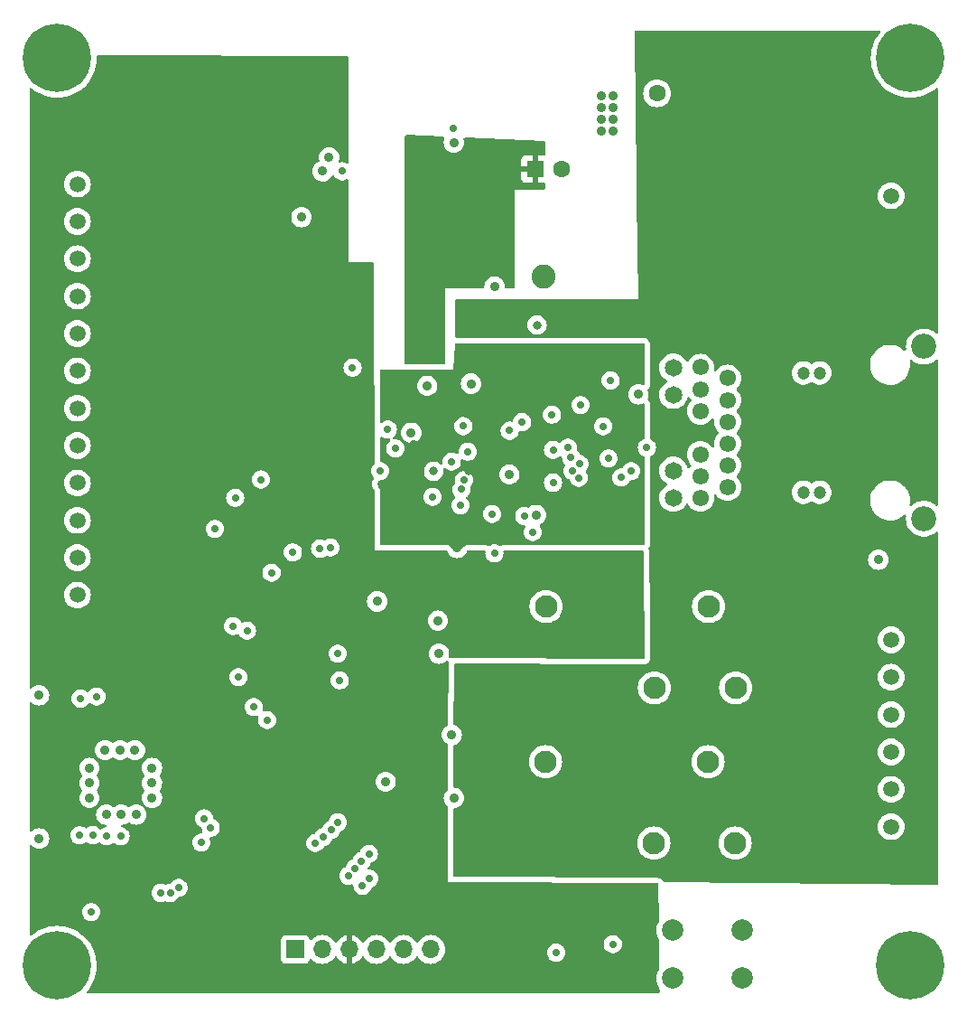
<source format=gbr>
G04 #@! TF.GenerationSoftware,KiCad,Pcbnew,7.0.8*
G04 #@! TF.CreationDate,2023-11-27T13:48:00+01:00*
G04 #@! TF.ProjectId,ESP32-POE-Wiegand-Relay-REV-A,45535033-322d-4504-9f45-2d5769656761,rev?*
G04 #@! TF.SameCoordinates,Original*
G04 #@! TF.FileFunction,Copper,L2,Inr*
G04 #@! TF.FilePolarity,Positive*
%FSLAX46Y46*%
G04 Gerber Fmt 4.6, Leading zero omitted, Abs format (unit mm)*
G04 Created by KiCad (PCBNEW 7.0.8) date 2023-11-27 13:48:00*
%MOMM*%
%LPD*%
G01*
G04 APERTURE LIST*
G04 #@! TA.AperFunction,ComponentPad*
%ADD10C,1.500000*%
G04 #@! TD*
G04 #@! TA.AperFunction,ComponentPad*
%ADD11C,2.000000*%
G04 #@! TD*
G04 #@! TA.AperFunction,ComponentPad*
%ADD12O,1.700000X1.700000*%
G04 #@! TD*
G04 #@! TA.AperFunction,ComponentPad*
%ADD13R,1.700000X1.700000*%
G04 #@! TD*
G04 #@! TA.AperFunction,ComponentPad*
%ADD14C,1.600000*%
G04 #@! TD*
G04 #@! TA.AperFunction,ComponentPad*
%ADD15R,1.600000X1.600000*%
G04 #@! TD*
G04 #@! TA.AperFunction,ComponentPad*
%ADD16C,6.400000*%
G04 #@! TD*
G04 #@! TA.AperFunction,ComponentPad*
%ADD17C,1.550000*%
G04 #@! TD*
G04 #@! TA.AperFunction,ComponentPad*
%ADD18C,1.200000*%
G04 #@! TD*
G04 #@! TA.AperFunction,ComponentPad*
%ADD19C,1.650000*%
G04 #@! TD*
G04 #@! TA.AperFunction,ComponentPad*
%ADD20C,2.355000*%
G04 #@! TD*
G04 #@! TA.AperFunction,ComponentPad*
%ADD21C,2.100000*%
G04 #@! TD*
G04 #@! TA.AperFunction,ComponentPad*
%ADD22C,2.250000*%
G04 #@! TD*
G04 #@! TA.AperFunction,ViaPad*
%ADD23C,0.700000*%
G04 #@! TD*
G04 #@! TA.AperFunction,ViaPad*
%ADD24C,0.900000*%
G04 #@! TD*
G04 #@! TA.AperFunction,ViaPad*
%ADD25C,0.800000*%
G04 #@! TD*
G04 APERTURE END LIST*
D10*
X183900000Y-74300000D03*
X183900000Y-70800000D03*
X183900000Y-67300000D03*
X183900000Y-63800000D03*
X183900000Y-60300000D03*
X183900000Y-56800000D03*
X183900000Y-53300000D03*
X183900000Y-49800000D03*
X183900000Y-46300000D03*
X183900000Y-42800000D03*
X183900000Y-39300000D03*
X183900000Y-35800000D03*
D11*
X239700000Y-110200000D03*
X246200000Y-110200000D03*
X239700000Y-105700000D03*
X246200000Y-105700000D03*
D12*
X217020000Y-107500000D03*
X214480000Y-107500000D03*
X211940000Y-107500000D03*
X209400000Y-107500000D03*
X206860000Y-107500000D03*
D13*
X204320000Y-107500000D03*
D10*
X260200000Y-36900000D03*
X260200000Y-40400000D03*
D14*
X238252651Y-27300000D03*
D15*
X241752651Y-27300000D03*
D16*
X182000000Y-109000000D03*
X262000000Y-109000000D03*
D10*
X260200000Y-78500000D03*
X260200000Y-82000000D03*
X260200000Y-85500000D03*
X260200000Y-89000000D03*
X260200000Y-92500000D03*
X260200000Y-96000000D03*
D17*
X244860000Y-53990000D03*
X244860000Y-56030000D03*
X244860000Y-58070000D03*
X244860000Y-60110000D03*
X244860000Y-62150000D03*
X244860000Y-64190000D03*
X242320000Y-52970000D03*
X242320000Y-55010000D03*
X242320000Y-57050000D03*
X242320000Y-61130000D03*
X242320000Y-63170000D03*
X242320000Y-65210000D03*
D18*
X251970000Y-53500000D03*
X251970000Y-64680000D03*
X253500000Y-53500000D03*
X253500000Y-64680000D03*
D19*
X239780000Y-52995000D03*
X239780000Y-55535000D03*
X239780000Y-62645000D03*
X239780000Y-65185000D03*
D20*
X263270000Y-51025000D03*
X263270000Y-67155000D03*
D14*
X229327621Y-34400000D03*
D15*
X226827621Y-34400000D03*
D21*
X227800000Y-89915000D03*
X243040000Y-89915000D03*
X245580000Y-97535000D03*
X237960000Y-97535000D03*
X227800000Y-97535000D03*
D22*
X227605000Y-44500000D03*
D21*
X227840000Y-75380000D03*
X243080000Y-75380000D03*
X245620000Y-83000000D03*
X238000000Y-83000000D03*
X227840000Y-83000000D03*
D16*
X262000000Y-24000000D03*
X182000000Y-24000000D03*
D23*
X235840000Y-62700000D03*
X210631018Y-101531018D03*
X209900000Y-99900000D03*
D24*
X207150000Y-89100000D03*
X207150000Y-87850000D03*
X207150000Y-86600000D03*
X216700000Y-54700000D03*
X209700000Y-50800000D03*
D25*
X217300000Y-62700000D03*
D24*
X233000000Y-30800000D03*
D23*
X231100000Y-56500000D03*
D24*
X219200000Y-93300000D03*
X188005000Y-94872500D03*
X189295000Y-88827500D03*
D23*
X185200000Y-104000000D03*
D24*
X233000000Y-29700000D03*
X234100000Y-27500000D03*
X219200000Y-31900000D03*
X226900000Y-66800000D03*
X185027500Y-93305000D03*
X219000000Y-87400000D03*
D23*
X228400000Y-57400000D03*
D24*
X190900000Y-91900000D03*
X212000000Y-74900000D03*
X190900000Y-93300000D03*
D23*
X213700000Y-60567500D03*
D24*
X187895000Y-88827500D03*
X234100000Y-30800000D03*
X186495000Y-88827500D03*
D23*
X196800000Y-68100000D03*
X204100000Y-70300000D03*
D24*
X217700000Y-76700000D03*
X234100000Y-29700000D03*
X217800000Y-79800000D03*
X220800000Y-54500000D03*
X233000000Y-28600000D03*
X190900000Y-90500000D03*
X180300000Y-97100000D03*
X186605000Y-94872500D03*
X215200000Y-59100000D03*
X234100000Y-28600000D03*
D23*
X199800000Y-77624500D03*
X196400000Y-96100000D03*
X212300000Y-62700000D03*
D24*
X189405000Y-94872500D03*
X224400000Y-63000000D03*
X259000000Y-71000000D03*
X212800000Y-91800000D03*
X233000000Y-27500000D03*
X180300000Y-83700000D03*
X185027500Y-91905000D03*
X223000000Y-45390000D03*
X206900000Y-34600000D03*
X236500000Y-55500000D03*
X204900000Y-38900000D03*
D23*
X198700000Y-65200000D03*
D24*
X185027500Y-90505000D03*
X207150000Y-85350000D03*
X220700000Y-73400000D03*
D23*
X181500000Y-102200000D03*
D24*
X207100000Y-39100000D03*
D23*
X196600000Y-73000000D03*
D24*
X201900000Y-29400000D03*
D23*
X219000000Y-61800000D03*
X191700000Y-102200000D03*
X225800000Y-66900000D03*
X222800000Y-66700000D03*
X193378158Y-101722548D03*
X220490000Y-60874500D03*
X217200000Y-65100000D03*
X192600000Y-102200000D03*
X219900000Y-64400000D03*
X223000000Y-70400000D03*
X219800000Y-65900000D03*
X230970000Y-62025000D03*
X233700000Y-61500000D03*
X230186062Y-61400500D03*
X234900000Y-63300000D03*
X230911292Y-63309869D03*
X230300000Y-62650000D03*
X228500000Y-60700000D03*
X233900000Y-54200000D03*
X208300000Y-95600000D03*
X234100000Y-107000000D03*
X211233411Y-98533411D03*
X199000000Y-82000000D03*
D25*
X227000000Y-49000000D03*
D23*
X219100000Y-30600000D03*
X224424500Y-58900000D03*
X226600000Y-68400000D03*
X229900000Y-60500000D03*
X228500000Y-63774500D03*
D24*
X244990000Y-29900000D03*
X222100000Y-83900000D03*
X247200000Y-28800000D03*
X246100000Y-27700000D03*
X246100000Y-29900000D03*
X221400000Y-98600000D03*
X246100000Y-28800000D03*
X224900000Y-83000000D03*
X221900000Y-48100000D03*
X221400000Y-86100000D03*
X244990000Y-27700000D03*
X247200000Y-29900000D03*
X221900000Y-49300000D03*
X224900000Y-97500000D03*
X244990000Y-28800000D03*
X247200000Y-27700000D03*
D23*
X200426000Y-84800000D03*
X207700000Y-96300000D03*
X228800000Y-107800000D03*
X210533411Y-99233411D03*
X209700000Y-53000000D03*
X187950000Y-96897500D03*
X186650000Y-96897500D03*
X213000000Y-58800000D03*
D24*
X207500000Y-33300000D03*
D23*
X185350000Y-96797500D03*
X184100000Y-96800000D03*
X208700000Y-34600000D03*
X195775000Y-95225000D03*
X206650353Y-69950353D03*
X208500000Y-82300000D03*
X198500500Y-77200000D03*
X201675500Y-86000000D03*
X195500000Y-97500000D03*
X207641942Y-69841942D03*
X202100000Y-72200000D03*
X201100000Y-63475500D03*
X206940000Y-96980000D03*
X185700000Y-83800000D03*
X184200000Y-84000000D03*
X206220000Y-97520000D03*
X211289429Y-100872607D03*
X209300000Y-100600000D03*
X237300000Y-60500000D03*
X233200000Y-58500000D03*
X225600000Y-58100000D03*
X208300000Y-79800000D03*
X220131844Y-63525500D03*
X220100000Y-58475500D03*
D24*
X212500000Y-63900000D03*
D23*
X222300000Y-68200000D03*
X215400000Y-60100000D03*
D25*
X220600994Y-62674500D03*
D24*
X226400000Y-52900000D03*
X219500000Y-69900000D03*
G04 #@! TA.AperFunction,Conductor*
G36*
X237043039Y-50719685D02*
G01*
X237088794Y-50772489D01*
X237100000Y-50824000D01*
X237100000Y-54536064D01*
X237080315Y-54603103D01*
X237027511Y-54648858D01*
X236958353Y-54658802D01*
X236917548Y-54645423D01*
X236865500Y-54617603D01*
X236686333Y-54563253D01*
X236686331Y-54563252D01*
X236500000Y-54544901D01*
X236313668Y-54563252D01*
X236313666Y-54563253D01*
X236134497Y-54617604D01*
X235969376Y-54705862D01*
X235969373Y-54705864D01*
X235824642Y-54824642D01*
X235705864Y-54969373D01*
X235705862Y-54969376D01*
X235617604Y-55134497D01*
X235563253Y-55313666D01*
X235563252Y-55313668D01*
X235544901Y-55500000D01*
X235563252Y-55686331D01*
X235563253Y-55686333D01*
X235617604Y-55865502D01*
X235705862Y-56030623D01*
X235705864Y-56030626D01*
X235824642Y-56175357D01*
X235969373Y-56294135D01*
X235969376Y-56294137D01*
X236082453Y-56354577D01*
X236134499Y-56382396D01*
X236313666Y-56436746D01*
X236313668Y-56436747D01*
X236330374Y-56438392D01*
X236500000Y-56455099D01*
X236686331Y-56436747D01*
X236865501Y-56382396D01*
X236917547Y-56354576D01*
X236985949Y-56340335D01*
X237051193Y-56365335D01*
X237092564Y-56421639D01*
X237100000Y-56463935D01*
X237100000Y-59577530D01*
X237080315Y-59644569D01*
X237027511Y-59690324D01*
X237026436Y-59690809D01*
X236872408Y-59759387D01*
X236727768Y-59864475D01*
X236608140Y-59997336D01*
X236518750Y-60152164D01*
X236518747Y-60152170D01*
X236463504Y-60322192D01*
X236463503Y-60322194D01*
X236444815Y-60500000D01*
X236463503Y-60677805D01*
X236463504Y-60677807D01*
X236518747Y-60847829D01*
X236518750Y-60847835D01*
X236608141Y-61002665D01*
X236632235Y-61029424D01*
X236727764Y-61135521D01*
X236727767Y-61135523D01*
X236727770Y-61135526D01*
X236872407Y-61240612D01*
X237026438Y-61309190D01*
X237079672Y-61354438D01*
X237099994Y-61421287D01*
X237100000Y-61422468D01*
X237100000Y-69483428D01*
X237080315Y-69550467D01*
X237027511Y-69596222D01*
X236958354Y-69606166D01*
X236877211Y-69594500D01*
X236877210Y-69594500D01*
X223961369Y-69594500D01*
X223961364Y-69594500D01*
X223828226Y-69612351D01*
X223828217Y-69612352D01*
X223828214Y-69612353D01*
X223798627Y-69620432D01*
X223765197Y-69629560D01*
X223765195Y-69629560D01*
X223765194Y-69629561D01*
X223753124Y-69634662D01*
X223641439Y-69681860D01*
X223628355Y-69692353D01*
X223563740Y-69718937D01*
X223495010Y-69706367D01*
X223477895Y-69695934D01*
X223427597Y-69659390D01*
X223427593Y-69659388D01*
X223264267Y-69586671D01*
X223264265Y-69586670D01*
X223136594Y-69559533D01*
X223089391Y-69549500D01*
X222910609Y-69549500D01*
X222906060Y-69550467D01*
X222735733Y-69586670D01*
X222735728Y-69586672D01*
X222572408Y-69659388D01*
X222572404Y-69659390D01*
X222524611Y-69694113D01*
X222458804Y-69717592D01*
X222390750Y-69701766D01*
X222384683Y-69698107D01*
X222378962Y-69694430D01*
X222248096Y-69634664D01*
X222248091Y-69634662D01*
X222248090Y-69634662D01*
X222225489Y-69628025D01*
X222181056Y-69614978D01*
X222181050Y-69614976D01*
X222095597Y-69602690D01*
X222038631Y-69594500D01*
X220516109Y-69594500D01*
X220499205Y-69595066D01*
X220474217Y-69596740D01*
X220440542Y-69600131D01*
X220302134Y-69639434D01*
X220238324Y-69667889D01*
X220238321Y-69667890D01*
X220116594Y-69744594D01*
X220116589Y-69744598D01*
X220021407Y-69852483D01*
X220021398Y-69852496D01*
X219983108Y-69910923D01*
X219974884Y-69928515D01*
X219928660Y-69980909D01*
X219862553Y-70000000D01*
X219139859Y-70000000D01*
X219072820Y-69980315D01*
X219035544Y-69943039D01*
X218970268Y-69841468D01*
X218970255Y-69841451D01*
X218924511Y-69788659D01*
X218924507Y-69788656D01*
X218924505Y-69788653D01*
X218815771Y-69694433D01*
X218815768Y-69694431D01*
X218815766Y-69694430D01*
X218684900Y-69634664D01*
X218684895Y-69634662D01*
X218684894Y-69634662D01*
X218662293Y-69628025D01*
X218617860Y-69614978D01*
X218617854Y-69614976D01*
X218532401Y-69602690D01*
X218475435Y-69594500D01*
X218475433Y-69594500D01*
X212427173Y-69594500D01*
X212360134Y-69574815D01*
X212314379Y-69522011D01*
X212303174Y-69470959D01*
X212302357Y-69250500D01*
X212286984Y-65100000D01*
X216344815Y-65100000D01*
X216363503Y-65277805D01*
X216363504Y-65277807D01*
X216418747Y-65447829D01*
X216418750Y-65447835D01*
X216508141Y-65602665D01*
X216549812Y-65648946D01*
X216627764Y-65735521D01*
X216627767Y-65735523D01*
X216627770Y-65735526D01*
X216772407Y-65840612D01*
X216935733Y-65913329D01*
X217110609Y-65950500D01*
X217110610Y-65950500D01*
X217289389Y-65950500D01*
X217289391Y-65950500D01*
X217464267Y-65913329D01*
X217494205Y-65900000D01*
X218944815Y-65900000D01*
X218963503Y-66077805D01*
X218963504Y-66077807D01*
X219018747Y-66247829D01*
X219018750Y-66247835D01*
X219108141Y-66402665D01*
X219136803Y-66434497D01*
X219227764Y-66535521D01*
X219227767Y-66535523D01*
X219227770Y-66535526D01*
X219372407Y-66640612D01*
X219535733Y-66713329D01*
X219710609Y-66750500D01*
X219710610Y-66750500D01*
X219889389Y-66750500D01*
X219889391Y-66750500D01*
X220064267Y-66713329D01*
X220094205Y-66700000D01*
X221944815Y-66700000D01*
X221963503Y-66877805D01*
X221963504Y-66877807D01*
X222018747Y-67047829D01*
X222018750Y-67047835D01*
X222108141Y-67202665D01*
X222148807Y-67247829D01*
X222227764Y-67335521D01*
X222227767Y-67335523D01*
X222227770Y-67335526D01*
X222372407Y-67440612D01*
X222535733Y-67513329D01*
X222710609Y-67550500D01*
X222710610Y-67550500D01*
X222889389Y-67550500D01*
X222889391Y-67550500D01*
X223064267Y-67513329D01*
X223227593Y-67440612D01*
X223372230Y-67335526D01*
X223491859Y-67202665D01*
X223581250Y-67047835D01*
X223629285Y-66900000D01*
X224944815Y-66900000D01*
X224963503Y-67077805D01*
X224963504Y-67077807D01*
X225018747Y-67247829D01*
X225018750Y-67247835D01*
X225108141Y-67402665D01*
X225132635Y-67429868D01*
X225227764Y-67535521D01*
X225227767Y-67535523D01*
X225227770Y-67535526D01*
X225372407Y-67640612D01*
X225535733Y-67713329D01*
X225710609Y-67750500D01*
X225710610Y-67750500D01*
X225778142Y-67750500D01*
X225845181Y-67770185D01*
X225890936Y-67822989D01*
X225900880Y-67892147D01*
X225885529Y-67936500D01*
X225818750Y-68052164D01*
X225818747Y-68052170D01*
X225763504Y-68222192D01*
X225763503Y-68222194D01*
X225744815Y-68400000D01*
X225763503Y-68577805D01*
X225763504Y-68577807D01*
X225818747Y-68747829D01*
X225818750Y-68747835D01*
X225908141Y-68902665D01*
X225949812Y-68948946D01*
X226027764Y-69035521D01*
X226027767Y-69035523D01*
X226027770Y-69035526D01*
X226172407Y-69140612D01*
X226335733Y-69213329D01*
X226510609Y-69250500D01*
X226510610Y-69250500D01*
X226689389Y-69250500D01*
X226689391Y-69250500D01*
X226864267Y-69213329D01*
X227027593Y-69140612D01*
X227172230Y-69035526D01*
X227291859Y-68902665D01*
X227381250Y-68747835D01*
X227436497Y-68577803D01*
X227455185Y-68400000D01*
X227436497Y-68222197D01*
X227381250Y-68052165D01*
X227291859Y-67897335D01*
X227269841Y-67872882D01*
X227258603Y-67860400D01*
X227228374Y-67797409D01*
X227237000Y-67728073D01*
X227281741Y-67674408D01*
X227292282Y-67668080D01*
X227430625Y-67594136D01*
X227575357Y-67475357D01*
X227694136Y-67330625D01*
X227782396Y-67165501D01*
X227836747Y-66986331D01*
X227855099Y-66800000D01*
X227836747Y-66613669D01*
X227782396Y-66434499D01*
X227782395Y-66434497D01*
X227694137Y-66269376D01*
X227694135Y-66269373D01*
X227575357Y-66124642D01*
X227430626Y-66005864D01*
X227430623Y-66005862D01*
X227265502Y-65917604D01*
X227086333Y-65863253D01*
X227086331Y-65863252D01*
X226900000Y-65844901D01*
X226713668Y-65863252D01*
X226713666Y-65863253D01*
X226534497Y-65917604D01*
X226369376Y-66005862D01*
X226369373Y-66005864D01*
X226257405Y-66097755D01*
X226193095Y-66125068D01*
X226128305Y-66115182D01*
X226064266Y-66086670D01*
X225926561Y-66057400D01*
X225889391Y-66049500D01*
X225710609Y-66049500D01*
X225679954Y-66056015D01*
X225535733Y-66086670D01*
X225535728Y-66086672D01*
X225372408Y-66159387D01*
X225227768Y-66264475D01*
X225108140Y-66397336D01*
X225018750Y-66552164D01*
X225018747Y-66552170D01*
X224963504Y-66722192D01*
X224963503Y-66722194D01*
X224944815Y-66900000D01*
X223629285Y-66900000D01*
X223636497Y-66877803D01*
X223655185Y-66700000D01*
X223636497Y-66522197D01*
X223581250Y-66352165D01*
X223491859Y-66197335D01*
X223445003Y-66145296D01*
X223372235Y-66064478D01*
X223372232Y-66064476D01*
X223372231Y-66064475D01*
X223372230Y-66064474D01*
X223227593Y-65959388D01*
X223064267Y-65886671D01*
X223064265Y-65886670D01*
X222936594Y-65859533D01*
X222889391Y-65849500D01*
X222710609Y-65849500D01*
X222679954Y-65856015D01*
X222535733Y-65886670D01*
X222535728Y-65886672D01*
X222372408Y-65959387D01*
X222227768Y-66064475D01*
X222108140Y-66197336D01*
X222018750Y-66352164D01*
X222018747Y-66352170D01*
X221963504Y-66522192D01*
X221963503Y-66522194D01*
X221944815Y-66700000D01*
X220094205Y-66700000D01*
X220227593Y-66640612D01*
X220372230Y-66535526D01*
X220491859Y-66402665D01*
X220581250Y-66247835D01*
X220636497Y-66077803D01*
X220655185Y-65900000D01*
X220636497Y-65722197D01*
X220581250Y-65552165D01*
X220491859Y-65397335D01*
X220379305Y-65272332D01*
X220349076Y-65209342D01*
X220357701Y-65140007D01*
X220398568Y-65089044D01*
X220472230Y-65035526D01*
X220479307Y-65027667D01*
X220507735Y-64996094D01*
X220591859Y-64902665D01*
X220681250Y-64747835D01*
X220736497Y-64577803D01*
X220755185Y-64400000D01*
X220736497Y-64222197D01*
X220735417Y-64218873D01*
X220735359Y-64216845D01*
X220735145Y-64215838D01*
X220735329Y-64215798D01*
X220733422Y-64149032D01*
X220761195Y-64097585D01*
X220823703Y-64028165D01*
X220913094Y-63873335D01*
X220968341Y-63703303D01*
X220987029Y-63525500D01*
X220968341Y-63347697D01*
X220921217Y-63202665D01*
X220913096Y-63177670D01*
X220913093Y-63177664D01*
X220911599Y-63175076D01*
X220823703Y-63022835D01*
X220803142Y-63000000D01*
X223444901Y-63000000D01*
X223463252Y-63186331D01*
X223463253Y-63186333D01*
X223517604Y-63365502D01*
X223605862Y-63530623D01*
X223605864Y-63530626D01*
X223724642Y-63675357D01*
X223869373Y-63794135D01*
X223869376Y-63794137D01*
X224017536Y-63873329D01*
X224034499Y-63882396D01*
X224209634Y-63935523D01*
X224213666Y-63936746D01*
X224213668Y-63936747D01*
X224230374Y-63938392D01*
X224400000Y-63955099D01*
X224586331Y-63936747D01*
X224765501Y-63882396D01*
X224930625Y-63794136D01*
X224954551Y-63774500D01*
X227644815Y-63774500D01*
X227663503Y-63952305D01*
X227663504Y-63952307D01*
X227718747Y-64122329D01*
X227718750Y-64122335D01*
X227808141Y-64277165D01*
X227849812Y-64323446D01*
X227927764Y-64410021D01*
X227927767Y-64410023D01*
X227927770Y-64410026D01*
X228072407Y-64515112D01*
X228235733Y-64587829D01*
X228410609Y-64625000D01*
X228410610Y-64625000D01*
X228589389Y-64625000D01*
X228589391Y-64625000D01*
X228764267Y-64587829D01*
X228927593Y-64515112D01*
X229072230Y-64410026D01*
X229081258Y-64400000D01*
X229117824Y-64359389D01*
X229191859Y-64277165D01*
X229281250Y-64122335D01*
X229336497Y-63952303D01*
X229355185Y-63774500D01*
X229336497Y-63596697D01*
X229301073Y-63487674D01*
X229281252Y-63426670D01*
X229281249Y-63426664D01*
X229267802Y-63403373D01*
X229191859Y-63271835D01*
X229129576Y-63202663D01*
X229072235Y-63138978D01*
X229072232Y-63138976D01*
X229072231Y-63138975D01*
X229072230Y-63138974D01*
X228927593Y-63033888D01*
X228764267Y-62961171D01*
X228764265Y-62961170D01*
X228636594Y-62934033D01*
X228589391Y-62924000D01*
X228410609Y-62924000D01*
X228379954Y-62930515D01*
X228235733Y-62961170D01*
X228235728Y-62961172D01*
X228072408Y-63033887D01*
X227927768Y-63138975D01*
X227808140Y-63271836D01*
X227718750Y-63426664D01*
X227718747Y-63426670D01*
X227663504Y-63596692D01*
X227663503Y-63596694D01*
X227644815Y-63774500D01*
X224954551Y-63774500D01*
X225075357Y-63675357D01*
X225194136Y-63530625D01*
X225282396Y-63365501D01*
X225336747Y-63186331D01*
X225355099Y-63000000D01*
X225336747Y-62813669D01*
X225282396Y-62634499D01*
X225273076Y-62617062D01*
X225194137Y-62469376D01*
X225194135Y-62469373D01*
X225075357Y-62324642D01*
X224930626Y-62205864D01*
X224930623Y-62205862D01*
X224765502Y-62117604D01*
X224586333Y-62063253D01*
X224586331Y-62063252D01*
X224400000Y-62044901D01*
X224213668Y-62063252D01*
X224213666Y-62063253D01*
X224034497Y-62117604D01*
X223869376Y-62205862D01*
X223869373Y-62205864D01*
X223724642Y-62324642D01*
X223605864Y-62469373D01*
X223605862Y-62469376D01*
X223517604Y-62634497D01*
X223463253Y-62813666D01*
X223463252Y-62813668D01*
X223444901Y-63000000D01*
X220803142Y-63000000D01*
X220768957Y-62962034D01*
X220704079Y-62889978D01*
X220704076Y-62889976D01*
X220704075Y-62889975D01*
X220704074Y-62889974D01*
X220559437Y-62784888D01*
X220396111Y-62712171D01*
X220396109Y-62712170D01*
X220268438Y-62685033D01*
X220221235Y-62675000D01*
X220042453Y-62675000D01*
X220011798Y-62681515D01*
X219867577Y-62712170D01*
X219867572Y-62712172D01*
X219704252Y-62784887D01*
X219559612Y-62889975D01*
X219439984Y-63022836D01*
X219350594Y-63177664D01*
X219350591Y-63177670D01*
X219295348Y-63347692D01*
X219295347Y-63347694D01*
X219281914Y-63475500D01*
X219276659Y-63525500D01*
X219278355Y-63541632D01*
X219295347Y-63703304D01*
X219295348Y-63703306D01*
X219296429Y-63706633D01*
X219296486Y-63708662D01*
X219296699Y-63709661D01*
X219296516Y-63709699D01*
X219298419Y-63776474D01*
X219270646Y-63827914D01*
X219208142Y-63897333D01*
X219208138Y-63897338D01*
X219118750Y-64052164D01*
X219118747Y-64052170D01*
X219063504Y-64222192D01*
X219063503Y-64222194D01*
X219044815Y-64400000D01*
X219063503Y-64577805D01*
X219063504Y-64577807D01*
X219118747Y-64747829D01*
X219118750Y-64747835D01*
X219208141Y-64902665D01*
X219268201Y-64969369D01*
X219320693Y-65027667D01*
X219350923Y-65090659D01*
X219342298Y-65159994D01*
X219301429Y-65210956D01*
X219227772Y-65264471D01*
X219227770Y-65264473D01*
X219108140Y-65397336D01*
X219018750Y-65552164D01*
X219018747Y-65552170D01*
X218963504Y-65722192D01*
X218963503Y-65722194D01*
X218944815Y-65900000D01*
X217494205Y-65900000D01*
X217627593Y-65840612D01*
X217772230Y-65735526D01*
X217891859Y-65602665D01*
X217981250Y-65447835D01*
X218036497Y-65277803D01*
X218055185Y-65100000D01*
X218036497Y-64922197D01*
X217981250Y-64752165D01*
X217891859Y-64597335D01*
X217837069Y-64536485D01*
X217772235Y-64464478D01*
X217772232Y-64464476D01*
X217772231Y-64464475D01*
X217772230Y-64464474D01*
X217627593Y-64359388D01*
X217464267Y-64286671D01*
X217464265Y-64286670D01*
X217336594Y-64259533D01*
X217289391Y-64249500D01*
X217110609Y-64249500D01*
X217079954Y-64256015D01*
X216935733Y-64286670D01*
X216935728Y-64286672D01*
X216772408Y-64359387D01*
X216627768Y-64464475D01*
X216508140Y-64597336D01*
X216418750Y-64752164D01*
X216418747Y-64752170D01*
X216363504Y-64922192D01*
X216363503Y-64922194D01*
X216344815Y-65100000D01*
X212286984Y-65100000D01*
X212284966Y-64555285D01*
X212284515Y-64541094D01*
X212283257Y-64520112D01*
X212280764Y-64491841D01*
X212243939Y-64352753D01*
X212217596Y-64290726D01*
X212217209Y-64289704D01*
X212216623Y-64288436D01*
X212147290Y-64173927D01*
X212142104Y-64165361D01*
X212135952Y-64157865D01*
X212122449Y-64137656D01*
X212114260Y-64122335D01*
X212092639Y-64081887D01*
X212083339Y-64059432D01*
X212064983Y-63998921D01*
X212060241Y-63975086D01*
X212054042Y-63912140D01*
X212054042Y-63887852D01*
X212060240Y-63824911D01*
X212064980Y-63801083D01*
X212083341Y-63740555D01*
X212092636Y-63718118D01*
X212130202Y-63647839D01*
X212135024Y-63638819D01*
X212143848Y-63620555D01*
X212190737Y-63568756D01*
X212255499Y-63550500D01*
X212389389Y-63550500D01*
X212389391Y-63550500D01*
X212564267Y-63513329D01*
X212727593Y-63440612D01*
X212872230Y-63335526D01*
X212873239Y-63334406D01*
X212917253Y-63285523D01*
X212991859Y-63202665D01*
X213081250Y-63047835D01*
X213136497Y-62877803D01*
X213155185Y-62700000D01*
X216394540Y-62700000D01*
X216414326Y-62888256D01*
X216414327Y-62888259D01*
X216472818Y-63068277D01*
X216472821Y-63068284D01*
X216567467Y-63232216D01*
X216660488Y-63335526D01*
X216694129Y-63372888D01*
X216847265Y-63484148D01*
X216847270Y-63484151D01*
X217020192Y-63561142D01*
X217020197Y-63561144D01*
X217205354Y-63600500D01*
X217205355Y-63600500D01*
X217394644Y-63600500D01*
X217394646Y-63600500D01*
X217579803Y-63561144D01*
X217752730Y-63484151D01*
X217905871Y-63372888D01*
X218032533Y-63232216D01*
X218127179Y-63068284D01*
X218185674Y-62888256D01*
X218205460Y-62700000D01*
X218185674Y-62511744D01*
X218185672Y-62511740D01*
X218184994Y-62505281D01*
X218186447Y-62505128D01*
X218191185Y-62443011D01*
X218233320Y-62387275D01*
X218298898Y-62363168D01*
X218367101Y-62378341D01*
X218399311Y-62403920D01*
X218427764Y-62435521D01*
X218427767Y-62435523D01*
X218427770Y-62435526D01*
X218572407Y-62540612D01*
X218735733Y-62613329D01*
X218910609Y-62650500D01*
X218910610Y-62650500D01*
X219089389Y-62650500D01*
X219089391Y-62650500D01*
X219264267Y-62613329D01*
X219427593Y-62540612D01*
X219572230Y-62435526D01*
X219691859Y-62302665D01*
X219781250Y-62147835D01*
X219781413Y-62147335D01*
X219804088Y-62077546D01*
X219836497Y-61977803D01*
X219855185Y-61800000D01*
X219846125Y-61713804D01*
X219858694Y-61645076D01*
X219906426Y-61594052D01*
X219974166Y-61576934D01*
X220040408Y-61599156D01*
X220042316Y-61600515D01*
X220062407Y-61615112D01*
X220225733Y-61687829D01*
X220400609Y-61725000D01*
X220400610Y-61725000D01*
X220579389Y-61725000D01*
X220579391Y-61725000D01*
X220754267Y-61687829D01*
X220917593Y-61615112D01*
X221062230Y-61510026D01*
X221071258Y-61500000D01*
X221088148Y-61481241D01*
X221181859Y-61377165D01*
X221271250Y-61222335D01*
X221326497Y-61052303D01*
X221345185Y-60874500D01*
X221326844Y-60700000D01*
X227644815Y-60700000D01*
X227663503Y-60877805D01*
X227663504Y-60877807D01*
X227718747Y-61047829D01*
X227718750Y-61047835D01*
X227808141Y-61202665D01*
X227825847Y-61222329D01*
X227927764Y-61335521D01*
X227927767Y-61335523D01*
X227927770Y-61335526D01*
X228072407Y-61440612D01*
X228235733Y-61513329D01*
X228410609Y-61550500D01*
X228410610Y-61550500D01*
X228589389Y-61550500D01*
X228589391Y-61550500D01*
X228764267Y-61513329D01*
X228927593Y-61440612D01*
X229072230Y-61335526D01*
X229084235Y-61322194D01*
X229117428Y-61285329D01*
X229176914Y-61248680D01*
X229246771Y-61250010D01*
X229304820Y-61288897D01*
X229332630Y-61352993D01*
X229332899Y-61381262D01*
X229330877Y-61400499D01*
X229349565Y-61578305D01*
X229349566Y-61578307D01*
X229404809Y-61748329D01*
X229404812Y-61748335D01*
X229494202Y-61903164D01*
X229589237Y-62008712D01*
X229619467Y-62071704D01*
X229610841Y-62141039D01*
X229604475Y-62153683D01*
X229518749Y-62302167D01*
X229518747Y-62302170D01*
X229463504Y-62472192D01*
X229463503Y-62472194D01*
X229444815Y-62650000D01*
X229463503Y-62827805D01*
X229463504Y-62827807D01*
X229518747Y-62997829D01*
X229518750Y-62997835D01*
X229608141Y-63152665D01*
X229630656Y-63177670D01*
X229727764Y-63285521D01*
X229727767Y-63285523D01*
X229727770Y-63285526D01*
X229872407Y-63390612D01*
X230021720Y-63457090D01*
X230074955Y-63502338D01*
X230089214Y-63532050D01*
X230130039Y-63657697D01*
X230130042Y-63657704D01*
X230219433Y-63812534D01*
X230261104Y-63858815D01*
X230339056Y-63945390D01*
X230339059Y-63945392D01*
X230339062Y-63945395D01*
X230483699Y-64050481D01*
X230647025Y-64123198D01*
X230821901Y-64160369D01*
X230821902Y-64160369D01*
X231000681Y-64160369D01*
X231000683Y-64160369D01*
X231175559Y-64123198D01*
X231338885Y-64050481D01*
X231483522Y-63945395D01*
X231603151Y-63812534D01*
X231692542Y-63657704D01*
X231747789Y-63487672D01*
X231766477Y-63309869D01*
X231765440Y-63300000D01*
X234044815Y-63300000D01*
X234063503Y-63477805D01*
X234063504Y-63477807D01*
X234118747Y-63647829D01*
X234118750Y-63647835D01*
X234208141Y-63802665D01*
X234249812Y-63848946D01*
X234327764Y-63935521D01*
X234327767Y-63935523D01*
X234327770Y-63935526D01*
X234472407Y-64040612D01*
X234635733Y-64113329D01*
X234810609Y-64150500D01*
X234810610Y-64150500D01*
X234989389Y-64150500D01*
X234989391Y-64150500D01*
X235164267Y-64113329D01*
X235327593Y-64040612D01*
X235472230Y-63935526D01*
X235591859Y-63802665D01*
X235668373Y-63670138D01*
X235681248Y-63647839D01*
X235681248Y-63647837D01*
X235681250Y-63647835D01*
X235685036Y-63636182D01*
X235724472Y-63578508D01*
X235788830Y-63551308D01*
X235802967Y-63550500D01*
X235929389Y-63550500D01*
X235929391Y-63550500D01*
X236104267Y-63513329D01*
X236267593Y-63440612D01*
X236412230Y-63335526D01*
X236413239Y-63334406D01*
X236457253Y-63285523D01*
X236531859Y-63202665D01*
X236621250Y-63047835D01*
X236676497Y-62877803D01*
X236695185Y-62700000D01*
X236676497Y-62522197D01*
X236624825Y-62363168D01*
X236621252Y-62352170D01*
X236621249Y-62352164D01*
X236531859Y-62197335D01*
X236442222Y-62097783D01*
X236412235Y-62064478D01*
X236412232Y-62064476D01*
X236412231Y-62064475D01*
X236412230Y-62064474D01*
X236267593Y-61959388D01*
X236104267Y-61886671D01*
X236104265Y-61886670D01*
X235976594Y-61859533D01*
X235929391Y-61849500D01*
X235750609Y-61849500D01*
X235719954Y-61856015D01*
X235575733Y-61886670D01*
X235575728Y-61886672D01*
X235412408Y-61959387D01*
X235267768Y-62064475D01*
X235148140Y-62197336D01*
X235058750Y-62352164D01*
X235058745Y-62352175D01*
X235054962Y-62363820D01*
X235015524Y-62421495D01*
X234951165Y-62448692D01*
X234937032Y-62449500D01*
X234810609Y-62449500D01*
X234779954Y-62456015D01*
X234635733Y-62486670D01*
X234635728Y-62486672D01*
X234472408Y-62559387D01*
X234327768Y-62664475D01*
X234208140Y-62797336D01*
X234118750Y-62952164D01*
X234118747Y-62952170D01*
X234063504Y-63122192D01*
X234063503Y-63122194D01*
X234044815Y-63300000D01*
X231765440Y-63300000D01*
X231747789Y-63132066D01*
X231692542Y-62962034D01*
X231603151Y-62807204D01*
X231581364Y-62783007D01*
X231551134Y-62720015D01*
X231559759Y-62650680D01*
X231581360Y-62617067D01*
X231661859Y-62527665D01*
X231751250Y-62372835D01*
X231806497Y-62202803D01*
X231825185Y-62025000D01*
X231806497Y-61847197D01*
X231766793Y-61725000D01*
X231751252Y-61677170D01*
X231751249Y-61677164D01*
X231719514Y-61622197D01*
X231661859Y-61522335D01*
X231641748Y-61500000D01*
X232844815Y-61500000D01*
X232863503Y-61677805D01*
X232863504Y-61677807D01*
X232918747Y-61847829D01*
X232918750Y-61847835D01*
X233008141Y-62002665D01*
X233046171Y-62044901D01*
X233127764Y-62135521D01*
X233127767Y-62135523D01*
X233127770Y-62135526D01*
X233272407Y-62240612D01*
X233435733Y-62313329D01*
X233610609Y-62350500D01*
X233610610Y-62350500D01*
X233789389Y-62350500D01*
X233789391Y-62350500D01*
X233964267Y-62313329D01*
X234127593Y-62240612D01*
X234272230Y-62135526D01*
X234391859Y-62002665D01*
X234481250Y-61847835D01*
X234536497Y-61677803D01*
X234555185Y-61500000D01*
X234536497Y-61322197D01*
X234500585Y-61211671D01*
X234481252Y-61152170D01*
X234481249Y-61152164D01*
X234471643Y-61135526D01*
X234391859Y-60997335D01*
X234318026Y-60915335D01*
X234272235Y-60864478D01*
X234272232Y-60864476D01*
X234272231Y-60864475D01*
X234272230Y-60864474D01*
X234127593Y-60759388D01*
X233964267Y-60686671D01*
X233964265Y-60686670D01*
X233836594Y-60659533D01*
X233789391Y-60649500D01*
X233610609Y-60649500D01*
X233579954Y-60656015D01*
X233435733Y-60686670D01*
X233435728Y-60686672D01*
X233272408Y-60759387D01*
X233127768Y-60864475D01*
X233008140Y-60997336D01*
X232918750Y-61152164D01*
X232918747Y-61152170D01*
X232863504Y-61322192D01*
X232863503Y-61322194D01*
X232844815Y-61500000D01*
X231641748Y-61500000D01*
X231598682Y-61452170D01*
X231542235Y-61389478D01*
X231542232Y-61389476D01*
X231542231Y-61389475D01*
X231542230Y-61389474D01*
X231397593Y-61284388D01*
X231234267Y-61211671D01*
X231234265Y-61211670D01*
X231073031Y-61177399D01*
X231011549Y-61144207D01*
X230980881Y-61094426D01*
X230967315Y-61052673D01*
X230967313Y-61052669D01*
X230967312Y-61052665D01*
X230877921Y-60897835D01*
X230816974Y-60830147D01*
X230767512Y-60775213D01*
X230737282Y-60712221D01*
X230736341Y-60679279D01*
X230736496Y-60677805D01*
X230736497Y-60677803D01*
X230755185Y-60500000D01*
X230736497Y-60322197D01*
X230681250Y-60152165D01*
X230591859Y-59997335D01*
X230533011Y-59931978D01*
X230472235Y-59864478D01*
X230472232Y-59864476D01*
X230472231Y-59864475D01*
X230472230Y-59864474D01*
X230327593Y-59759388D01*
X230164267Y-59686671D01*
X230164265Y-59686670D01*
X230036594Y-59659533D01*
X229989391Y-59649500D01*
X229810609Y-59649500D01*
X229797201Y-59652350D01*
X229635733Y-59686670D01*
X229635728Y-59686672D01*
X229472408Y-59759387D01*
X229327768Y-59864475D01*
X229208139Y-59997336D01*
X229204319Y-60002595D01*
X229202718Y-60001432D01*
X229158933Y-60043161D01*
X229090323Y-60056368D01*
X229029254Y-60033250D01*
X229016523Y-60024000D01*
X228927593Y-59959388D01*
X228764267Y-59886671D01*
X228764265Y-59886670D01*
X228636594Y-59859533D01*
X228589391Y-59849500D01*
X228410609Y-59849500D01*
X228379954Y-59856015D01*
X228235733Y-59886670D01*
X228235728Y-59886672D01*
X228072408Y-59959387D01*
X227927768Y-60064475D01*
X227808140Y-60197336D01*
X227718750Y-60352164D01*
X227718747Y-60352170D01*
X227663504Y-60522192D01*
X227663503Y-60522194D01*
X227644815Y-60700000D01*
X221326844Y-60700000D01*
X221326497Y-60696697D01*
X221280708Y-60555773D01*
X221271252Y-60526670D01*
X221271249Y-60526664D01*
X221268670Y-60522197D01*
X221181859Y-60371835D01*
X221135003Y-60319796D01*
X221062235Y-60238978D01*
X221062232Y-60238976D01*
X221062231Y-60238975D01*
X221062230Y-60238974D01*
X220917593Y-60133888D01*
X220754267Y-60061171D01*
X220754265Y-60061170D01*
X220622909Y-60033250D01*
X220579391Y-60024000D01*
X220400609Y-60024000D01*
X220369954Y-60030515D01*
X220225733Y-60061170D01*
X220225728Y-60061172D01*
X220062408Y-60133887D01*
X219917768Y-60238975D01*
X219798140Y-60371836D01*
X219708750Y-60526664D01*
X219708747Y-60526670D01*
X219653504Y-60696692D01*
X219653503Y-60696694D01*
X219634815Y-60874500D01*
X219643874Y-60960694D01*
X219631304Y-61029424D01*
X219583572Y-61080447D01*
X219515832Y-61097565D01*
X219449590Y-61075342D01*
X219447667Y-61073973D01*
X219427594Y-61059389D01*
X219427593Y-61059388D01*
X219264267Y-60986671D01*
X219264265Y-60986670D01*
X219136594Y-60959533D01*
X219089391Y-60949500D01*
X218910609Y-60949500D01*
X218879954Y-60956015D01*
X218735733Y-60986670D01*
X218735728Y-60986672D01*
X218572408Y-61059387D01*
X218427768Y-61164475D01*
X218308140Y-61297336D01*
X218218750Y-61452164D01*
X218218747Y-61452170D01*
X218163504Y-61622192D01*
X218163503Y-61622194D01*
X218157658Y-61677805D01*
X218144815Y-61800000D01*
X218161567Y-61959388D01*
X218163527Y-61978029D01*
X218150958Y-62046759D01*
X218103226Y-62097783D01*
X218035485Y-62114901D01*
X217969244Y-62092679D01*
X217948056Y-62073963D01*
X217905870Y-62027111D01*
X217752734Y-61915851D01*
X217752729Y-61915848D01*
X217579807Y-61838857D01*
X217579802Y-61838855D01*
X217434001Y-61807865D01*
X217394646Y-61799500D01*
X217205354Y-61799500D01*
X217172897Y-61806398D01*
X217020197Y-61838855D01*
X217020192Y-61838857D01*
X216847270Y-61915848D01*
X216847265Y-61915851D01*
X216694129Y-62027111D01*
X216567466Y-62167785D01*
X216472821Y-62331715D01*
X216472818Y-62331722D01*
X216416426Y-62505281D01*
X216414326Y-62511744D01*
X216394540Y-62700000D01*
X213155185Y-62700000D01*
X213136497Y-62522197D01*
X213084825Y-62363168D01*
X213081252Y-62352170D01*
X213081249Y-62352164D01*
X212991859Y-62197335D01*
X212902222Y-62097783D01*
X212872235Y-62064478D01*
X212872232Y-62064476D01*
X212872231Y-62064475D01*
X212872230Y-62064474D01*
X212727593Y-61959388D01*
X212564267Y-61886671D01*
X212564265Y-61886670D01*
X212389389Y-61849499D01*
X212385520Y-61849093D01*
X212383430Y-61848233D01*
X212383034Y-61848149D01*
X212383049Y-61848076D01*
X212320906Y-61822506D01*
X212280924Y-61765207D01*
X212274488Y-61726232D01*
X212274483Y-61725000D01*
X212266473Y-59562157D01*
X212285909Y-59495047D01*
X212338543Y-59449097D01*
X212407664Y-59438898D01*
X212463356Y-59461381D01*
X212572407Y-59540612D01*
X212735733Y-59613329D01*
X212910609Y-59650500D01*
X212910610Y-59650500D01*
X213089388Y-59650500D01*
X213089391Y-59650500D01*
X213120647Y-59643856D01*
X213190311Y-59649171D01*
X213246045Y-59691308D01*
X213270151Y-59756887D01*
X213254975Y-59825089D01*
X213219312Y-59865463D01*
X213127772Y-59931971D01*
X213127770Y-59931973D01*
X213008140Y-60064836D01*
X212918750Y-60219664D01*
X212918747Y-60219670D01*
X212863504Y-60389692D01*
X212863503Y-60389694D01*
X212844815Y-60567500D01*
X212863503Y-60745305D01*
X212863504Y-60745307D01*
X212918747Y-60915329D01*
X212918750Y-60915335D01*
X213008141Y-61070165D01*
X213029986Y-61094426D01*
X213127764Y-61203021D01*
X213127767Y-61203023D01*
X213127770Y-61203026D01*
X213272407Y-61308112D01*
X213435733Y-61380829D01*
X213610609Y-61418000D01*
X213610610Y-61418000D01*
X213789389Y-61418000D01*
X213789391Y-61418000D01*
X213964267Y-61380829D01*
X214127593Y-61308112D01*
X214272230Y-61203026D01*
X214272556Y-61202665D01*
X214306482Y-61164985D01*
X214391859Y-61070165D01*
X214481250Y-60915335D01*
X214536497Y-60745303D01*
X214555185Y-60567500D01*
X214536497Y-60389697D01*
X214487525Y-60238976D01*
X214481252Y-60219670D01*
X214481249Y-60219664D01*
X214468358Y-60197336D01*
X214391859Y-60064835D01*
X214335818Y-60002595D01*
X214272235Y-59931978D01*
X214272232Y-59931976D01*
X214272231Y-59931975D01*
X214272230Y-59931974D01*
X214127593Y-59826888D01*
X213964267Y-59754171D01*
X213964265Y-59754170D01*
X213836594Y-59727033D01*
X213789391Y-59717000D01*
X213610609Y-59717000D01*
X213579352Y-59723643D01*
X213509687Y-59718327D01*
X213453953Y-59676189D01*
X213429849Y-59610609D01*
X213445027Y-59542407D01*
X213480685Y-59502037D01*
X213572230Y-59435526D01*
X213691859Y-59302665D01*
X213781250Y-59147835D01*
X213796793Y-59100000D01*
X214244901Y-59100000D01*
X214263252Y-59286331D01*
X214263253Y-59286333D01*
X214317604Y-59465502D01*
X214405862Y-59630623D01*
X214405864Y-59630626D01*
X214524642Y-59775357D01*
X214669373Y-59894135D01*
X214669376Y-59894137D01*
X214834497Y-59982395D01*
X214834499Y-59982396D01*
X215002141Y-60033250D01*
X215013666Y-60036746D01*
X215013668Y-60036747D01*
X215030374Y-60038392D01*
X215200000Y-60055099D01*
X215386331Y-60036747D01*
X215565501Y-59982396D01*
X215730625Y-59894136D01*
X215875357Y-59775357D01*
X215994136Y-59630625D01*
X216082396Y-59465501D01*
X216136747Y-59286331D01*
X216155099Y-59100000D01*
X216136747Y-58913669D01*
X216082396Y-58734499D01*
X216082395Y-58734497D01*
X215994137Y-58569376D01*
X215994135Y-58569373D01*
X215917095Y-58475500D01*
X219244815Y-58475500D01*
X219263503Y-58653305D01*
X219263504Y-58653307D01*
X219318747Y-58823328D01*
X219318750Y-58823335D01*
X219408141Y-58978165D01*
X219430201Y-59002665D01*
X219527764Y-59111021D01*
X219527767Y-59111023D01*
X219527770Y-59111026D01*
X219672407Y-59216112D01*
X219835733Y-59288829D01*
X220010609Y-59326000D01*
X220010610Y-59326000D01*
X220189389Y-59326000D01*
X220189391Y-59326000D01*
X220364267Y-59288829D01*
X220527593Y-59216112D01*
X220672230Y-59111026D01*
X220791859Y-58978165D01*
X220836988Y-58900000D01*
X223569315Y-58900000D01*
X223588003Y-59077805D01*
X223588004Y-59077807D01*
X223643247Y-59247829D01*
X223643250Y-59247835D01*
X223732641Y-59402665D01*
X223774312Y-59448946D01*
X223852264Y-59535521D01*
X223852267Y-59535523D01*
X223852270Y-59535526D01*
X223996907Y-59640612D01*
X224160233Y-59713329D01*
X224335109Y-59750500D01*
X224335110Y-59750500D01*
X224513889Y-59750500D01*
X224513891Y-59750500D01*
X224688767Y-59713329D01*
X224852093Y-59640612D01*
X224996730Y-59535526D01*
X225116359Y-59402665D01*
X225205750Y-59247835D01*
X225260997Y-59077803D01*
X225265144Y-59038343D01*
X225291727Y-58973732D01*
X225349024Y-58933747D01*
X225414244Y-58930017D01*
X225510609Y-58950500D01*
X225510610Y-58950500D01*
X225689389Y-58950500D01*
X225689391Y-58950500D01*
X225864267Y-58913329D01*
X226027593Y-58840612D01*
X226172230Y-58735526D01*
X226291859Y-58602665D01*
X226351133Y-58500000D01*
X232344815Y-58500000D01*
X232363503Y-58677805D01*
X232363504Y-58677807D01*
X232418747Y-58847829D01*
X232418750Y-58847835D01*
X232508141Y-59002665D01*
X232549812Y-59048946D01*
X232627764Y-59135521D01*
X232627767Y-59135523D01*
X232627770Y-59135526D01*
X232772407Y-59240612D01*
X232935733Y-59313329D01*
X233110609Y-59350500D01*
X233110610Y-59350500D01*
X233289389Y-59350500D01*
X233289391Y-59350500D01*
X233464267Y-59313329D01*
X233627593Y-59240612D01*
X233772230Y-59135526D01*
X233794295Y-59111021D01*
X233804218Y-59100000D01*
X233891859Y-59002665D01*
X233981250Y-58847835D01*
X234036497Y-58677803D01*
X234055185Y-58500000D01*
X234036497Y-58322197D01*
X234002513Y-58217604D01*
X233981252Y-58152170D01*
X233981249Y-58152164D01*
X233977056Y-58144901D01*
X233891859Y-57997335D01*
X233845003Y-57945296D01*
X233772235Y-57864478D01*
X233772232Y-57864476D01*
X233772231Y-57864475D01*
X233772230Y-57864474D01*
X233627593Y-57759388D01*
X233464267Y-57686671D01*
X233464265Y-57686670D01*
X233336594Y-57659533D01*
X233289391Y-57649500D01*
X233110609Y-57649500D01*
X233079954Y-57656015D01*
X232935733Y-57686670D01*
X232935728Y-57686672D01*
X232772408Y-57759387D01*
X232627768Y-57864475D01*
X232508140Y-57997336D01*
X232418750Y-58152164D01*
X232418747Y-58152170D01*
X232363504Y-58322192D01*
X232363503Y-58322194D01*
X232344815Y-58500000D01*
X226351133Y-58500000D01*
X226381250Y-58447835D01*
X226436497Y-58277803D01*
X226455185Y-58100000D01*
X226436497Y-57922197D01*
X226408873Y-57837181D01*
X226381252Y-57752170D01*
X226381249Y-57752164D01*
X226378750Y-57747835D01*
X226291859Y-57597335D01*
X226237069Y-57536485D01*
X226172235Y-57464478D01*
X226172232Y-57464476D01*
X226172231Y-57464475D01*
X226172230Y-57464474D01*
X226083490Y-57400000D01*
X227544815Y-57400000D01*
X227563503Y-57577805D01*
X227563504Y-57577807D01*
X227618747Y-57747829D01*
X227618750Y-57747835D01*
X227708141Y-57902665D01*
X227725728Y-57922197D01*
X227827764Y-58035521D01*
X227827767Y-58035523D01*
X227827770Y-58035526D01*
X227972407Y-58140612D01*
X228135733Y-58213329D01*
X228310609Y-58250500D01*
X228310610Y-58250500D01*
X228489389Y-58250500D01*
X228489391Y-58250500D01*
X228664267Y-58213329D01*
X228827593Y-58140612D01*
X228972230Y-58035526D01*
X229091859Y-57902665D01*
X229181250Y-57747835D01*
X229236497Y-57577803D01*
X229255185Y-57400000D01*
X229236497Y-57222197D01*
X229208334Y-57135521D01*
X229181252Y-57052170D01*
X229181249Y-57052164D01*
X229152670Y-57002663D01*
X229091859Y-56897335D01*
X229045003Y-56845296D01*
X228972235Y-56764478D01*
X228972232Y-56764476D01*
X228972231Y-56764475D01*
X228972230Y-56764474D01*
X228827593Y-56659388D01*
X228664267Y-56586671D01*
X228664265Y-56586670D01*
X228536594Y-56559533D01*
X228489391Y-56549500D01*
X228310609Y-56549500D01*
X228279954Y-56556015D01*
X228135733Y-56586670D01*
X228135728Y-56586672D01*
X227972408Y-56659387D01*
X227827768Y-56764475D01*
X227708140Y-56897336D01*
X227618750Y-57052164D01*
X227618747Y-57052170D01*
X227563504Y-57222192D01*
X227563503Y-57222194D01*
X227544815Y-57400000D01*
X226083490Y-57400000D01*
X226027593Y-57359388D01*
X225864267Y-57286671D01*
X225864265Y-57286670D01*
X225736594Y-57259533D01*
X225689391Y-57249500D01*
X225510609Y-57249500D01*
X225479954Y-57256015D01*
X225335733Y-57286670D01*
X225335728Y-57286672D01*
X225172408Y-57359387D01*
X225027768Y-57464475D01*
X224908140Y-57597336D01*
X224818750Y-57752164D01*
X224818747Y-57752170D01*
X224763504Y-57922192D01*
X224763503Y-57922194D01*
X224759356Y-57961655D01*
X224732770Y-58026269D01*
X224675473Y-58066253D01*
X224610255Y-58069982D01*
X224513892Y-58049500D01*
X224513891Y-58049500D01*
X224335109Y-58049500D01*
X224304454Y-58056015D01*
X224160233Y-58086670D01*
X224160228Y-58086672D01*
X223996908Y-58159387D01*
X223852268Y-58264475D01*
X223732640Y-58397336D01*
X223643250Y-58552164D01*
X223643247Y-58552170D01*
X223588004Y-58722192D01*
X223588003Y-58722194D01*
X223569315Y-58900000D01*
X220836988Y-58900000D01*
X220881250Y-58823335D01*
X220881251Y-58823330D01*
X220881253Y-58823328D01*
X220914113Y-58722194D01*
X220936497Y-58653303D01*
X220955185Y-58475500D01*
X220936497Y-58297697D01*
X220893766Y-58166186D01*
X220881252Y-58127670D01*
X220881249Y-58127664D01*
X220872318Y-58112195D01*
X220791859Y-57972835D01*
X220745003Y-57920796D01*
X220672235Y-57839978D01*
X220672232Y-57839976D01*
X220672231Y-57839975D01*
X220672230Y-57839974D01*
X220527593Y-57734888D01*
X220364267Y-57662171D01*
X220364265Y-57662170D01*
X220236594Y-57635033D01*
X220189391Y-57625000D01*
X220010609Y-57625000D01*
X219979954Y-57631515D01*
X219835733Y-57662170D01*
X219835728Y-57662172D01*
X219672408Y-57734887D01*
X219527768Y-57839975D01*
X219408140Y-57972836D01*
X219318750Y-58127664D01*
X219318747Y-58127670D01*
X219263504Y-58297692D01*
X219263503Y-58297694D01*
X219244815Y-58475500D01*
X215917095Y-58475500D01*
X215875357Y-58424642D01*
X215730626Y-58305864D01*
X215730623Y-58305862D01*
X215565502Y-58217604D01*
X215386333Y-58163253D01*
X215386331Y-58163252D01*
X215200000Y-58144901D01*
X215013668Y-58163252D01*
X215013666Y-58163253D01*
X214834497Y-58217604D01*
X214669376Y-58305862D01*
X214669373Y-58305864D01*
X214524642Y-58424642D01*
X214405864Y-58569373D01*
X214405862Y-58569376D01*
X214317604Y-58734497D01*
X214263253Y-58913666D01*
X214263252Y-58913668D01*
X214244901Y-59100000D01*
X213796793Y-59100000D01*
X213836497Y-58977803D01*
X213855185Y-58800000D01*
X213836497Y-58622197D01*
X213781250Y-58452165D01*
X213691859Y-58297335D01*
X213620069Y-58217604D01*
X213572235Y-58164478D01*
X213572232Y-58164476D01*
X213572231Y-58164475D01*
X213572230Y-58164474D01*
X213427593Y-58059388D01*
X213264267Y-57986671D01*
X213264265Y-57986670D01*
X213136594Y-57959533D01*
X213089391Y-57949500D01*
X212910609Y-57949500D01*
X212879954Y-57956015D01*
X212735733Y-57986670D01*
X212735728Y-57986672D01*
X212572408Y-58059388D01*
X212572403Y-58059390D01*
X212457730Y-58142706D01*
X212391924Y-58166186D01*
X212323870Y-58150361D01*
X212275175Y-58100255D01*
X212260846Y-58042847D01*
X212255132Y-56500000D01*
X230244815Y-56500000D01*
X230263503Y-56677805D01*
X230263504Y-56677807D01*
X230318747Y-56847829D01*
X230318750Y-56847835D01*
X230408141Y-57002665D01*
X230449812Y-57048946D01*
X230527764Y-57135521D01*
X230527767Y-57135523D01*
X230527770Y-57135526D01*
X230672407Y-57240612D01*
X230835733Y-57313329D01*
X231010609Y-57350500D01*
X231010610Y-57350500D01*
X231189389Y-57350500D01*
X231189391Y-57350500D01*
X231364267Y-57313329D01*
X231527593Y-57240612D01*
X231672230Y-57135526D01*
X231791859Y-57002665D01*
X231881250Y-56847835D01*
X231936497Y-56677803D01*
X231955185Y-56500000D01*
X231936497Y-56322197D01*
X231881310Y-56152350D01*
X231881252Y-56152170D01*
X231881249Y-56152164D01*
X231849545Y-56097251D01*
X231791859Y-55997335D01*
X231745003Y-55945296D01*
X231672235Y-55864478D01*
X231672232Y-55864476D01*
X231672231Y-55864475D01*
X231672230Y-55864474D01*
X231527593Y-55759388D01*
X231364267Y-55686671D01*
X231364265Y-55686670D01*
X231215732Y-55655099D01*
X231189391Y-55649500D01*
X231010609Y-55649500D01*
X230984268Y-55655099D01*
X230835733Y-55686670D01*
X230835728Y-55686672D01*
X230672408Y-55759387D01*
X230527768Y-55864475D01*
X230408140Y-55997336D01*
X230318750Y-56152164D01*
X230318747Y-56152170D01*
X230263504Y-56322192D01*
X230263503Y-56322194D01*
X230244815Y-56500000D01*
X212255132Y-56500000D01*
X212248465Y-54700000D01*
X215744901Y-54700000D01*
X215763252Y-54886331D01*
X215763253Y-54886333D01*
X215817604Y-55065502D01*
X215905862Y-55230623D01*
X215905864Y-55230626D01*
X216024642Y-55375357D01*
X216169373Y-55494135D01*
X216169376Y-55494137D01*
X216334497Y-55582395D01*
X216334499Y-55582396D01*
X216513666Y-55636746D01*
X216513668Y-55636747D01*
X216530374Y-55638392D01*
X216700000Y-55655099D01*
X216886331Y-55636747D01*
X217065501Y-55582396D01*
X217230625Y-55494136D01*
X217375357Y-55375357D01*
X217494136Y-55230625D01*
X217582396Y-55065501D01*
X217636747Y-54886331D01*
X217655099Y-54700000D01*
X217636747Y-54513669D01*
X217632601Y-54500000D01*
X219844901Y-54500000D01*
X219863252Y-54686331D01*
X219863253Y-54686333D01*
X219917604Y-54865502D01*
X220005862Y-55030623D01*
X220005864Y-55030626D01*
X220124642Y-55175357D01*
X220269373Y-55294135D01*
X220269376Y-55294137D01*
X220421330Y-55375357D01*
X220434499Y-55382396D01*
X220613666Y-55436746D01*
X220613668Y-55436747D01*
X220630374Y-55438392D01*
X220800000Y-55455099D01*
X220986331Y-55436747D01*
X221165501Y-55382396D01*
X221330625Y-55294136D01*
X221475357Y-55175357D01*
X221594136Y-55030625D01*
X221682396Y-54865501D01*
X221736747Y-54686331D01*
X221755099Y-54500000D01*
X221736747Y-54313669D01*
X221702266Y-54200000D01*
X233044815Y-54200000D01*
X233063503Y-54377805D01*
X233063504Y-54377807D01*
X233118747Y-54547829D01*
X233118750Y-54547835D01*
X233208141Y-54702665D01*
X233249812Y-54748946D01*
X233327764Y-54835521D01*
X233327767Y-54835523D01*
X233327770Y-54835526D01*
X233472407Y-54940612D01*
X233635733Y-55013329D01*
X233810609Y-55050500D01*
X233810610Y-55050500D01*
X233989389Y-55050500D01*
X233989391Y-55050500D01*
X234164267Y-55013329D01*
X234327593Y-54940612D01*
X234472230Y-54835526D01*
X234591859Y-54702665D01*
X234681250Y-54547835D01*
X234736497Y-54377803D01*
X234755185Y-54200000D01*
X234736497Y-54022197D01*
X234698697Y-53905862D01*
X234681252Y-53852170D01*
X234681249Y-53852164D01*
X234665360Y-53824643D01*
X234591859Y-53697335D01*
X234520069Y-53617604D01*
X234472235Y-53564478D01*
X234472232Y-53564476D01*
X234472231Y-53564475D01*
X234472230Y-53564474D01*
X234327593Y-53459388D01*
X234164267Y-53386671D01*
X234164265Y-53386670D01*
X234036594Y-53359533D01*
X233989391Y-53349500D01*
X233810609Y-53349500D01*
X233779954Y-53356015D01*
X233635733Y-53386670D01*
X233635728Y-53386672D01*
X233472408Y-53459387D01*
X233327768Y-53564475D01*
X233208140Y-53697336D01*
X233118750Y-53852164D01*
X233118747Y-53852170D01*
X233063504Y-54022192D01*
X233063503Y-54022194D01*
X233044815Y-54200000D01*
X221702266Y-54200000D01*
X221682396Y-54134499D01*
X221682395Y-54134497D01*
X221594137Y-53969376D01*
X221594135Y-53969373D01*
X221475357Y-53824642D01*
X221330626Y-53705864D01*
X221330623Y-53705862D01*
X221165502Y-53617604D01*
X220986333Y-53563253D01*
X220986331Y-53563252D01*
X220800000Y-53544901D01*
X220613668Y-53563252D01*
X220613666Y-53563253D01*
X220434497Y-53617604D01*
X220269376Y-53705862D01*
X220269373Y-53705864D01*
X220124642Y-53824642D01*
X220005864Y-53969373D01*
X220005862Y-53969376D01*
X219917604Y-54134497D01*
X219863253Y-54313666D01*
X219863252Y-54313668D01*
X219844901Y-54500000D01*
X217632601Y-54500000D01*
X217582396Y-54334499D01*
X217571261Y-54313666D01*
X217494137Y-54169376D01*
X217494135Y-54169373D01*
X217375357Y-54024642D01*
X217230626Y-53905864D01*
X217230623Y-53905862D01*
X217065502Y-53817604D01*
X216886333Y-53763253D01*
X216886331Y-53763252D01*
X216700000Y-53744901D01*
X216513668Y-53763252D01*
X216513666Y-53763253D01*
X216334497Y-53817604D01*
X216169376Y-53905862D01*
X216169373Y-53905864D01*
X216024642Y-54024642D01*
X215905864Y-54169373D01*
X215905862Y-54169376D01*
X215817604Y-54334497D01*
X215763253Y-54513666D01*
X215763252Y-54513668D01*
X215744901Y-54700000D01*
X212248465Y-54700000D01*
X212243371Y-53324459D01*
X212262807Y-53257347D01*
X212315441Y-53211397D01*
X212367370Y-53200000D01*
X219100000Y-53200000D01*
X219290871Y-50814111D01*
X219315839Y-50748855D01*
X219372123Y-50707457D01*
X219414476Y-50700000D01*
X236976000Y-50700000D01*
X237043039Y-50719685D01*
G37*
G04 #@! TD.AperFunction*
G04 #@! TA.AperFunction,Conductor*
G36*
X259150279Y-21420378D02*
G01*
X259196038Y-21473179D01*
X259205986Y-21542337D01*
X259179613Y-21602733D01*
X259002126Y-21821912D01*
X258790877Y-22147206D01*
X258614787Y-22492802D01*
X258475788Y-22854905D01*
X258375397Y-23229570D01*
X258375397Y-23229572D01*
X258314722Y-23612660D01*
X258294422Y-23999999D01*
X258294422Y-24000000D01*
X258314722Y-24387338D01*
X258375398Y-24770433D01*
X258433873Y-24988667D01*
X258475788Y-25145094D01*
X258614787Y-25507197D01*
X258790877Y-25852793D01*
X259002122Y-26178082D01*
X259100812Y-26299954D01*
X259246219Y-26479516D01*
X259520484Y-26753781D01*
X259607991Y-26824643D01*
X259821917Y-26997877D01*
X260024551Y-27129469D01*
X260147211Y-27209125D01*
X260492806Y-27385214D01*
X260854913Y-27524214D01*
X261229567Y-27624602D01*
X261612662Y-27685278D01*
X261978576Y-27704455D01*
X261999999Y-27705578D01*
X262000000Y-27705578D01*
X262000001Y-27705578D01*
X262020301Y-27704514D01*
X262387338Y-27685278D01*
X262770433Y-27624602D01*
X263145087Y-27524214D01*
X263507194Y-27385214D01*
X263852789Y-27209125D01*
X264178084Y-26997876D01*
X264397465Y-26820224D01*
X264461951Y-26793333D01*
X264530740Y-26805575D01*
X264581991Y-26853064D01*
X264599500Y-26916591D01*
X264599500Y-49685324D01*
X264579815Y-49752363D01*
X264527011Y-49798118D01*
X264457853Y-49808062D01*
X264394297Y-49779037D01*
X264391159Y-49776223D01*
X264319149Y-49709408D01*
X264261540Y-49670131D01*
X264111353Y-49567735D01*
X264111349Y-49567733D01*
X264111346Y-49567731D01*
X264111345Y-49567730D01*
X263884763Y-49458615D01*
X263884765Y-49458615D01*
X263644445Y-49384486D01*
X263644441Y-49384485D01*
X263644437Y-49384484D01*
X263524813Y-49366453D01*
X263395754Y-49347000D01*
X263395749Y-49347000D01*
X263144251Y-49347000D01*
X263144245Y-49347000D01*
X263003042Y-49368284D01*
X262895563Y-49384484D01*
X262895560Y-49384485D01*
X262895554Y-49384486D01*
X262655238Y-49458614D01*
X262428651Y-49567733D01*
X262428647Y-49567735D01*
X262220853Y-49709406D01*
X262036493Y-49880465D01*
X261879684Y-50077099D01*
X261753935Y-50294901D01*
X261662055Y-50529008D01*
X261662049Y-50529027D01*
X261606088Y-50774210D01*
X261606087Y-50774215D01*
X261587295Y-51024995D01*
X261587295Y-51025004D01*
X261606087Y-51275783D01*
X261606194Y-51276490D01*
X261606159Y-51276743D01*
X261606435Y-51280421D01*
X261605648Y-51280479D01*
X261596725Y-51345715D01*
X261551334Y-51398832D01*
X261484431Y-51418976D01*
X261417258Y-51399752D01*
X261400832Y-51387330D01*
X261249327Y-51251580D01*
X261249324Y-51251578D01*
X261249323Y-51251577D01*
X261020359Y-51100096D01*
X260771779Y-50983567D01*
X260624362Y-50939216D01*
X260508879Y-50904472D01*
X260375915Y-50884904D01*
X260237269Y-50864500D01*
X260031453Y-50864500D01*
X260031448Y-50864500D01*
X259826195Y-50879523D01*
X259826185Y-50879524D01*
X259558229Y-50939214D01*
X259558224Y-50939216D01*
X259301799Y-51037290D01*
X259062392Y-51171652D01*
X259062387Y-51171655D01*
X258845097Y-51339441D01*
X258845088Y-51339450D01*
X258654549Y-51537080D01*
X258654547Y-51537082D01*
X258494805Y-51760361D01*
X258494802Y-51760366D01*
X258369275Y-52004515D01*
X258369271Y-52004525D01*
X258280632Y-52264344D01*
X258280629Y-52264358D01*
X258230765Y-52534314D01*
X258230763Y-52534334D01*
X258220737Y-52808678D01*
X258250762Y-53081559D01*
X258250763Y-53081569D01*
X258320202Y-53347178D01*
X258417961Y-53577225D01*
X258427577Y-53599852D01*
X258529995Y-53767670D01*
X258570592Y-53834191D01*
X258570599Y-53834201D01*
X258746199Y-54045207D01*
X258746204Y-54045212D01*
X258746209Y-54045218D01*
X258746216Y-54045224D01*
X258950672Y-54228419D01*
X258950674Y-54228420D01*
X258950677Y-54228423D01*
X259179641Y-54379904D01*
X259428221Y-54496433D01*
X259691119Y-54575527D01*
X259962731Y-54615500D01*
X259962736Y-54615500D01*
X260168552Y-54615500D01*
X260220744Y-54611679D01*
X260373805Y-54600477D01*
X260641775Y-54540784D01*
X260898198Y-54442711D01*
X261137609Y-54308347D01*
X261354904Y-54140557D01*
X261545454Y-53942916D01*
X261705196Y-53719637D01*
X261830727Y-53475479D01*
X261919370Y-53215646D01*
X261969236Y-52945674D01*
X261979262Y-52671320D01*
X261949236Y-52398429D01*
X261949232Y-52398415D01*
X261948414Y-52393982D01*
X261950136Y-52393663D01*
X261952007Y-52331191D01*
X261991524Y-52273569D01*
X262055920Y-52246460D01*
X262124750Y-52258469D01*
X262154222Y-52278770D01*
X262220851Y-52340592D01*
X262428648Y-52482265D01*
X262655239Y-52591386D01*
X262895563Y-52665516D01*
X263144251Y-52703000D01*
X263144252Y-52703000D01*
X263395748Y-52703000D01*
X263395749Y-52703000D01*
X263644437Y-52665516D01*
X263884761Y-52591386D01*
X264111353Y-52482265D01*
X264319149Y-52340592D01*
X264391160Y-52273775D01*
X264453691Y-52242608D01*
X264523148Y-52250195D01*
X264577476Y-52294128D01*
X264599428Y-52360460D01*
X264599500Y-52364675D01*
X264599500Y-65815324D01*
X264579815Y-65882363D01*
X264527011Y-65928118D01*
X264457853Y-65938062D01*
X264394297Y-65909037D01*
X264391159Y-65906223D01*
X264319149Y-65839408D01*
X264249944Y-65792225D01*
X264111353Y-65697735D01*
X264111349Y-65697733D01*
X264111346Y-65697731D01*
X264111345Y-65697730D01*
X263884763Y-65588615D01*
X263884765Y-65588615D01*
X263644445Y-65514486D01*
X263644441Y-65514485D01*
X263644437Y-65514484D01*
X263524813Y-65496453D01*
X263395754Y-65477000D01*
X263395749Y-65477000D01*
X263144251Y-65477000D01*
X263144245Y-65477000D01*
X262989373Y-65500344D01*
X262895563Y-65514484D01*
X262895560Y-65514485D01*
X262895554Y-65514486D01*
X262655238Y-65588614D01*
X262428651Y-65697733D01*
X262428647Y-65697735D01*
X262220853Y-65839406D01*
X262148234Y-65906786D01*
X262085701Y-65937954D01*
X262016244Y-65930367D01*
X261961916Y-65886433D01*
X261939965Y-65820101D01*
X261941955Y-65793368D01*
X261969236Y-65645674D01*
X261979262Y-65371320D01*
X261949236Y-65098429D01*
X261885595Y-64855000D01*
X261879797Y-64832821D01*
X261878677Y-64830186D01*
X261772423Y-64580148D01*
X261629405Y-64345804D01*
X261575267Y-64280750D01*
X261453800Y-64134792D01*
X261453795Y-64134787D01*
X261453791Y-64134782D01*
X261408094Y-64093837D01*
X261249327Y-63951580D01*
X261249324Y-63951578D01*
X261249323Y-63951577D01*
X261020359Y-63800096D01*
X260771779Y-63683567D01*
X260624362Y-63639216D01*
X260508879Y-63604472D01*
X260375915Y-63584904D01*
X260237269Y-63564500D01*
X260031453Y-63564500D01*
X260031448Y-63564500D01*
X259826195Y-63579523D01*
X259826185Y-63579524D01*
X259558229Y-63639214D01*
X259558224Y-63639216D01*
X259301799Y-63737290D01*
X259062392Y-63871652D01*
X259062387Y-63871655D01*
X258845097Y-64039441D01*
X258845088Y-64039450D01*
X258654549Y-64237080D01*
X258654547Y-64237082D01*
X258494805Y-64460361D01*
X258494802Y-64460366D01*
X258369275Y-64704515D01*
X258369271Y-64704525D01*
X258280632Y-64964344D01*
X258280629Y-64964358D01*
X258230765Y-65234314D01*
X258230763Y-65234334D01*
X258220737Y-65508678D01*
X258250761Y-65781553D01*
X258250763Y-65781569D01*
X258320202Y-66047178D01*
X258386958Y-66204269D01*
X258427577Y-66299852D01*
X258570592Y-66534191D01*
X258570599Y-66534201D01*
X258746199Y-66745207D01*
X258746204Y-66745212D01*
X258746209Y-66745218D01*
X258746216Y-66745224D01*
X258950672Y-66928419D01*
X258950674Y-66928420D01*
X258950677Y-66928423D01*
X259179641Y-67079904D01*
X259428221Y-67196433D01*
X259691119Y-67275527D01*
X259962731Y-67315500D01*
X259962736Y-67315500D01*
X260168552Y-67315500D01*
X260220744Y-67311679D01*
X260373805Y-67300477D01*
X260641775Y-67240784D01*
X260898198Y-67142711D01*
X261137609Y-67008347D01*
X261354904Y-66840557D01*
X261394181Y-66799817D01*
X261454882Y-66765218D01*
X261524653Y-66768928D01*
X261581342Y-66809770D01*
X261606952Y-66874777D01*
X261606208Y-66899562D01*
X261606435Y-66899579D01*
X261587295Y-67154995D01*
X261587295Y-67155004D01*
X261606087Y-67405784D01*
X261606088Y-67405789D01*
X261662049Y-67650972D01*
X261662051Y-67650981D01*
X261662053Y-67650986D01*
X261753935Y-67885098D01*
X261879684Y-68102901D01*
X261934889Y-68172126D01*
X262036493Y-68299534D01*
X262115249Y-68372608D01*
X262220851Y-68470592D01*
X262428648Y-68612265D01*
X262655239Y-68721386D01*
X262895563Y-68795516D01*
X263144251Y-68833000D01*
X263144252Y-68833000D01*
X263395748Y-68833000D01*
X263395749Y-68833000D01*
X263644437Y-68795516D01*
X263884761Y-68721386D01*
X264111353Y-68612265D01*
X264319149Y-68470592D01*
X264391160Y-68403775D01*
X264453691Y-68372608D01*
X264523148Y-68380195D01*
X264577476Y-68424128D01*
X264599428Y-68490460D01*
X264599500Y-68494675D01*
X264599500Y-101349860D01*
X264579815Y-101416899D01*
X264527011Y-101462654D01*
X264474216Y-101473853D01*
X238946314Y-101209589D01*
X238879482Y-101189212D01*
X238842945Y-101152107D01*
X238773821Y-101043342D01*
X238728336Y-100990311D01*
X238728333Y-100990307D01*
X238728331Y-100990305D01*
X238728328Y-100990301D01*
X238728325Y-100990298D01*
X238728322Y-100990295D01*
X238620066Y-100895533D01*
X238620064Y-100895532D01*
X238538526Y-100857797D01*
X238489491Y-100835104D01*
X238489489Y-100835103D01*
X238489486Y-100835102D01*
X238422561Y-100815084D01*
X238422546Y-100815080D01*
X238280247Y-100793887D01*
X238280248Y-100793887D01*
X219231863Y-100697684D01*
X219164924Y-100677662D01*
X219119436Y-100624627D01*
X219108490Y-100573096D01*
X219122956Y-97535000D01*
X236404706Y-97535000D01*
X236423853Y-97778297D01*
X236423853Y-97778300D01*
X236423854Y-97778302D01*
X236441048Y-97849921D01*
X236480830Y-98015619D01*
X236574222Y-98241089D01*
X236701737Y-98449173D01*
X236701738Y-98449176D01*
X236701741Y-98449179D01*
X236860241Y-98634759D01*
X236980319Y-98737315D01*
X237045823Y-98793261D01*
X237045826Y-98793262D01*
X237253910Y-98920777D01*
X237479381Y-99014169D01*
X237479378Y-99014169D01*
X237479384Y-99014170D01*
X237479388Y-99014172D01*
X237716698Y-99071146D01*
X237960000Y-99090294D01*
X238203302Y-99071146D01*
X238440612Y-99014172D01*
X238666089Y-98920777D01*
X238874179Y-98793259D01*
X239059759Y-98634759D01*
X239218259Y-98449179D01*
X239345777Y-98241089D01*
X239439172Y-98015612D01*
X239496146Y-97778302D01*
X239515294Y-97535000D01*
X244024706Y-97535000D01*
X244043853Y-97778297D01*
X244043853Y-97778300D01*
X244043854Y-97778302D01*
X244061048Y-97849921D01*
X244100830Y-98015619D01*
X244194222Y-98241089D01*
X244321737Y-98449173D01*
X244321738Y-98449176D01*
X244321741Y-98449179D01*
X244480241Y-98634759D01*
X244600319Y-98737315D01*
X244665823Y-98793261D01*
X244665826Y-98793262D01*
X244873910Y-98920777D01*
X245099381Y-99014169D01*
X245099378Y-99014169D01*
X245099384Y-99014170D01*
X245099388Y-99014172D01*
X245336698Y-99071146D01*
X245580000Y-99090294D01*
X245823302Y-99071146D01*
X246060612Y-99014172D01*
X246286089Y-98920777D01*
X246494179Y-98793259D01*
X246679759Y-98634759D01*
X246838259Y-98449179D01*
X246965777Y-98241089D01*
X247059172Y-98015612D01*
X247116146Y-97778302D01*
X247135294Y-97535000D01*
X247116146Y-97291698D01*
X247059172Y-97054388D01*
X247053185Y-97039934D01*
X246965777Y-96828910D01*
X246838262Y-96620826D01*
X246838261Y-96620823D01*
X246787867Y-96561819D01*
X246679759Y-96435241D01*
X246512133Y-96292075D01*
X246494176Y-96276738D01*
X246494173Y-96276737D01*
X246286089Y-96149222D01*
X246060618Y-96055830D01*
X246060621Y-96055830D01*
X245944173Y-96027873D01*
X245828084Y-96000002D01*
X258944723Y-96000002D01*
X258953472Y-96100000D01*
X258959781Y-96172124D01*
X258963793Y-96217975D01*
X258963793Y-96217979D01*
X259020422Y-96429322D01*
X259020424Y-96429326D01*
X259020425Y-96429330D01*
X259057118Y-96508018D01*
X259112897Y-96627638D01*
X259128610Y-96650078D01*
X259238402Y-96806877D01*
X259393123Y-96961598D01*
X259572361Y-97087102D01*
X259770670Y-97179575D01*
X259982023Y-97236207D01*
X260164926Y-97252208D01*
X260199998Y-97255277D01*
X260200000Y-97255277D01*
X260200002Y-97255277D01*
X260228254Y-97252805D01*
X260417977Y-97236207D01*
X260629330Y-97179575D01*
X260827639Y-97087102D01*
X261006877Y-96961598D01*
X261161598Y-96806877D01*
X261287102Y-96627639D01*
X261379575Y-96429330D01*
X261436207Y-96217977D01*
X261452838Y-96027873D01*
X261455277Y-96000002D01*
X261455277Y-95999997D01*
X261451125Y-95952540D01*
X261436207Y-95782023D01*
X261379575Y-95570670D01*
X261287102Y-95372362D01*
X261287100Y-95372359D01*
X261287099Y-95372357D01*
X261161599Y-95193124D01*
X261089400Y-95120925D01*
X261006877Y-95038402D01*
X260827639Y-94912898D01*
X260827640Y-94912898D01*
X260827638Y-94912897D01*
X260728484Y-94866661D01*
X260629330Y-94820425D01*
X260629326Y-94820424D01*
X260629322Y-94820422D01*
X260417977Y-94763793D01*
X260200002Y-94744723D01*
X260199998Y-94744723D01*
X260054682Y-94757436D01*
X259982023Y-94763793D01*
X259982020Y-94763793D01*
X259770677Y-94820422D01*
X259770668Y-94820426D01*
X259572361Y-94912898D01*
X259572357Y-94912900D01*
X259393121Y-95038402D01*
X259238402Y-95193121D01*
X259112900Y-95372357D01*
X259112898Y-95372361D01*
X259020426Y-95570668D01*
X259020422Y-95570677D01*
X258963793Y-95782020D01*
X258963793Y-95782024D01*
X258944723Y-95999997D01*
X258944723Y-96000002D01*
X245828084Y-96000002D01*
X245823302Y-95998854D01*
X245823300Y-95998853D01*
X245823297Y-95998853D01*
X245580000Y-95979706D01*
X245336702Y-95998853D01*
X245099380Y-96055830D01*
X244873910Y-96149222D01*
X244665826Y-96276737D01*
X244665823Y-96276738D01*
X244480241Y-96435241D01*
X244321738Y-96620823D01*
X244321737Y-96620826D01*
X244194222Y-96828910D01*
X244100830Y-97054380D01*
X244100828Y-97054387D01*
X244100828Y-97054388D01*
X244094281Y-97081659D01*
X244043853Y-97291702D01*
X244024706Y-97535000D01*
X239515294Y-97535000D01*
X239496146Y-97291698D01*
X239439172Y-97054388D01*
X239433185Y-97039934D01*
X239345777Y-96828910D01*
X239218262Y-96620826D01*
X239218261Y-96620823D01*
X239167867Y-96561819D01*
X239059759Y-96435241D01*
X238892133Y-96292075D01*
X238874176Y-96276738D01*
X238874173Y-96276737D01*
X238666089Y-96149222D01*
X238440618Y-96055830D01*
X238440621Y-96055830D01*
X238324173Y-96027873D01*
X238203302Y-95998854D01*
X238203300Y-95998853D01*
X238203297Y-95998853D01*
X237960000Y-95979706D01*
X237716702Y-95998853D01*
X237479380Y-96055830D01*
X237253910Y-96149222D01*
X237045826Y-96276737D01*
X237045823Y-96276738D01*
X236860241Y-96435241D01*
X236701738Y-96620823D01*
X236701737Y-96620826D01*
X236574222Y-96828910D01*
X236480830Y-97054380D01*
X236480828Y-97054387D01*
X236480828Y-97054388D01*
X236474281Y-97081659D01*
X236423853Y-97291702D01*
X236404706Y-97535000D01*
X219122956Y-97535000D01*
X219138013Y-94372998D01*
X219158017Y-94306056D01*
X219211038Y-94260553D01*
X219249855Y-94250188D01*
X219386331Y-94236747D01*
X219565501Y-94182396D01*
X219730625Y-94094136D01*
X219875357Y-93975357D01*
X219994136Y-93830625D01*
X220082396Y-93665501D01*
X220136747Y-93486331D01*
X220155099Y-93300000D01*
X220136747Y-93113669D01*
X220082396Y-92934499D01*
X220078822Y-92927813D01*
X219994137Y-92769376D01*
X219994135Y-92769373D01*
X219875357Y-92624642D01*
X219730626Y-92505864D01*
X219730623Y-92505862D01*
X219719660Y-92500002D01*
X258944723Y-92500002D01*
X258963793Y-92717975D01*
X258963793Y-92717979D01*
X259020422Y-92929322D01*
X259020424Y-92929326D01*
X259020425Y-92929330D01*
X259047790Y-92988015D01*
X259112897Y-93127638D01*
X259117266Y-93133877D01*
X259238402Y-93306877D01*
X259393123Y-93461598D01*
X259572361Y-93587102D01*
X259770670Y-93679575D01*
X259982023Y-93736207D01*
X260164292Y-93752153D01*
X260199998Y-93755277D01*
X260200000Y-93755277D01*
X260200002Y-93755277D01*
X260235708Y-93752153D01*
X260417977Y-93736207D01*
X260629330Y-93679575D01*
X260827639Y-93587102D01*
X261006877Y-93461598D01*
X261161598Y-93306877D01*
X261287102Y-93127639D01*
X261379575Y-92929330D01*
X261436207Y-92717977D01*
X261455277Y-92500000D01*
X261436207Y-92282023D01*
X261400409Y-92148425D01*
X261379577Y-92070677D01*
X261379576Y-92070676D01*
X261379575Y-92070670D01*
X261287102Y-91872362D01*
X261287100Y-91872359D01*
X261287099Y-91872357D01*
X261161599Y-91693124D01*
X261097350Y-91628875D01*
X261006877Y-91538402D01*
X260868978Y-91441844D01*
X260827638Y-91412897D01*
X260717283Y-91361438D01*
X260629330Y-91320425D01*
X260629326Y-91320424D01*
X260629322Y-91320422D01*
X260417977Y-91263793D01*
X260200002Y-91244723D01*
X260199998Y-91244723D01*
X260054682Y-91257436D01*
X259982023Y-91263793D01*
X259982020Y-91263793D01*
X259770677Y-91320422D01*
X259770668Y-91320426D01*
X259572361Y-91412898D01*
X259572357Y-91412900D01*
X259393121Y-91538402D01*
X259238402Y-91693121D01*
X259112900Y-91872357D01*
X259112898Y-91872361D01*
X259020426Y-92070668D01*
X259020422Y-92070677D01*
X258963793Y-92282020D01*
X258963793Y-92282024D01*
X258944723Y-92499997D01*
X258944723Y-92500002D01*
X219719660Y-92500002D01*
X219565502Y-92417604D01*
X219386333Y-92363253D01*
X219386331Y-92363252D01*
X219260077Y-92350818D01*
X219195290Y-92324657D01*
X219154931Y-92267623D01*
X219148232Y-92226829D01*
X219159242Y-89915000D01*
X226244706Y-89915000D01*
X226263853Y-90158297D01*
X226263853Y-90158300D01*
X226263854Y-90158302D01*
X226286247Y-90251576D01*
X226320830Y-90395619D01*
X226414222Y-90621089D01*
X226541737Y-90829173D01*
X226541738Y-90829176D01*
X226578482Y-90872197D01*
X226700241Y-91014759D01*
X226831806Y-91127126D01*
X226885823Y-91173261D01*
X226885826Y-91173262D01*
X227093910Y-91300777D01*
X227319381Y-91394169D01*
X227319378Y-91394169D01*
X227319384Y-91394170D01*
X227319388Y-91394172D01*
X227556698Y-91451146D01*
X227800000Y-91470294D01*
X228043302Y-91451146D01*
X228280612Y-91394172D01*
X228506089Y-91300777D01*
X228714179Y-91173259D01*
X228899759Y-91014759D01*
X229058259Y-90829179D01*
X229185777Y-90621089D01*
X229279172Y-90395612D01*
X229336146Y-90158302D01*
X229355294Y-89915000D01*
X241484706Y-89915000D01*
X241503853Y-90158297D01*
X241503853Y-90158300D01*
X241503854Y-90158302D01*
X241526247Y-90251576D01*
X241560830Y-90395619D01*
X241654222Y-90621089D01*
X241781737Y-90829173D01*
X241781738Y-90829176D01*
X241818482Y-90872197D01*
X241940241Y-91014759D01*
X242071806Y-91127126D01*
X242125823Y-91173261D01*
X242125826Y-91173262D01*
X242333910Y-91300777D01*
X242559381Y-91394169D01*
X242559378Y-91394169D01*
X242559384Y-91394170D01*
X242559388Y-91394172D01*
X242796698Y-91451146D01*
X243040000Y-91470294D01*
X243283302Y-91451146D01*
X243520612Y-91394172D01*
X243746089Y-91300777D01*
X243954179Y-91173259D01*
X244139759Y-91014759D01*
X244298259Y-90829179D01*
X244425777Y-90621089D01*
X244519172Y-90395612D01*
X244576146Y-90158302D01*
X244595294Y-89915000D01*
X244576146Y-89671698D01*
X244519172Y-89434388D01*
X244519169Y-89434380D01*
X244425777Y-89208910D01*
X244298262Y-89000826D01*
X244298261Y-89000823D01*
X244297560Y-89000002D01*
X258944723Y-89000002D01*
X258951890Y-89081917D01*
X258962158Y-89199293D01*
X258963793Y-89217975D01*
X258963793Y-89217979D01*
X259020422Y-89429322D01*
X259020424Y-89429326D01*
X259020425Y-89429330D01*
X259022780Y-89434380D01*
X259112897Y-89627638D01*
X259112898Y-89627639D01*
X259238402Y-89806877D01*
X259393123Y-89961598D01*
X259572361Y-90087102D01*
X259770670Y-90179575D01*
X259982023Y-90236207D01*
X260164926Y-90252208D01*
X260199998Y-90255277D01*
X260200000Y-90255277D01*
X260200002Y-90255277D01*
X260228254Y-90252805D01*
X260417977Y-90236207D01*
X260629330Y-90179575D01*
X260827639Y-90087102D01*
X261006877Y-89961598D01*
X261161598Y-89806877D01*
X261287102Y-89627639D01*
X261379575Y-89429330D01*
X261436207Y-89217977D01*
X261455277Y-89000000D01*
X261436207Y-88782023D01*
X261381826Y-88579069D01*
X261379577Y-88570677D01*
X261379576Y-88570676D01*
X261379575Y-88570670D01*
X261287102Y-88372362D01*
X261287100Y-88372359D01*
X261287099Y-88372357D01*
X261161599Y-88193124D01*
X261161596Y-88193121D01*
X261006877Y-88038402D01*
X260827639Y-87912898D01*
X260827640Y-87912898D01*
X260827638Y-87912897D01*
X260728484Y-87866661D01*
X260629330Y-87820425D01*
X260629326Y-87820424D01*
X260629322Y-87820422D01*
X260417977Y-87763793D01*
X260200002Y-87744723D01*
X260199998Y-87744723D01*
X260054682Y-87757436D01*
X259982023Y-87763793D01*
X259982020Y-87763793D01*
X259770677Y-87820422D01*
X259770668Y-87820426D01*
X259572361Y-87912898D01*
X259572357Y-87912900D01*
X259393121Y-88038402D01*
X259238402Y-88193121D01*
X259112900Y-88372357D01*
X259112898Y-88372361D01*
X259020426Y-88570668D01*
X259020422Y-88570677D01*
X258963793Y-88782020D01*
X258963793Y-88782024D01*
X258944723Y-88999997D01*
X258944723Y-89000002D01*
X244297560Y-89000002D01*
X244262453Y-88958897D01*
X244139759Y-88815241D01*
X244017063Y-88710449D01*
X243954176Y-88656738D01*
X243954173Y-88656737D01*
X243746089Y-88529222D01*
X243520618Y-88435830D01*
X243520621Y-88435830D01*
X243325304Y-88388938D01*
X243283302Y-88378854D01*
X243283300Y-88378853D01*
X243283297Y-88378853D01*
X243040000Y-88359706D01*
X242796702Y-88378853D01*
X242796698Y-88378854D01*
X242566178Y-88434198D01*
X242559380Y-88435830D01*
X242333910Y-88529222D01*
X242125826Y-88656737D01*
X242125823Y-88656738D01*
X241940241Y-88815241D01*
X241781738Y-89000823D01*
X241781737Y-89000826D01*
X241654222Y-89208910D01*
X241560830Y-89434380D01*
X241503853Y-89671702D01*
X241484706Y-89915000D01*
X229355294Y-89915000D01*
X229336146Y-89671698D01*
X229279172Y-89434388D01*
X229279169Y-89434380D01*
X229185777Y-89208910D01*
X229058262Y-89000826D01*
X229058261Y-89000823D01*
X229022453Y-88958897D01*
X228899759Y-88815241D01*
X228777063Y-88710449D01*
X228714176Y-88656738D01*
X228714173Y-88656737D01*
X228506089Y-88529222D01*
X228280618Y-88435830D01*
X228280621Y-88435830D01*
X228085304Y-88388938D01*
X228043302Y-88378854D01*
X228043300Y-88378853D01*
X228043297Y-88378853D01*
X227800000Y-88359706D01*
X227556702Y-88378853D01*
X227556698Y-88378854D01*
X227326178Y-88434198D01*
X227319380Y-88435830D01*
X227093910Y-88529222D01*
X226885826Y-88656737D01*
X226885823Y-88656738D01*
X226700241Y-88815241D01*
X226541738Y-89000823D01*
X226541737Y-89000826D01*
X226414222Y-89208910D01*
X226320830Y-89434380D01*
X226263853Y-89671702D01*
X226244706Y-89915000D01*
X219159242Y-89915000D01*
X219166294Y-88434198D01*
X219186298Y-88367254D01*
X219239319Y-88321751D01*
X219254280Y-88316134D01*
X219365501Y-88282396D01*
X219530625Y-88194136D01*
X219675357Y-88075357D01*
X219794136Y-87930625D01*
X219882396Y-87765501D01*
X219936747Y-87586331D01*
X219955099Y-87400000D01*
X219936747Y-87213669D01*
X219882396Y-87034499D01*
X219794136Y-86869375D01*
X219794135Y-86869373D01*
X219675357Y-86724642D01*
X219530626Y-86605864D01*
X219530623Y-86605862D01*
X219365502Y-86517604D01*
X219264138Y-86486855D01*
X219205700Y-86448558D01*
X219177243Y-86384745D01*
X219176135Y-86367605D01*
X219176315Y-86329921D01*
X219180267Y-85500000D01*
X258944723Y-85500000D01*
X258962051Y-85698070D01*
X258963793Y-85717975D01*
X258963793Y-85717979D01*
X259020422Y-85929322D01*
X259020424Y-85929326D01*
X259020425Y-85929330D01*
X259053378Y-85999997D01*
X259112897Y-86127638D01*
X259112898Y-86127639D01*
X259238402Y-86306877D01*
X259393123Y-86461598D01*
X259572361Y-86587102D01*
X259770670Y-86679575D01*
X259982023Y-86736207D01*
X260164926Y-86752208D01*
X260199998Y-86755277D01*
X260200000Y-86755277D01*
X260200002Y-86755277D01*
X260228254Y-86752805D01*
X260417977Y-86736207D01*
X260629330Y-86679575D01*
X260827639Y-86587102D01*
X261006877Y-86461598D01*
X261161598Y-86306877D01*
X261287102Y-86127639D01*
X261379575Y-85929330D01*
X261436207Y-85717977D01*
X261455277Y-85500000D01*
X261436207Y-85282023D01*
X261379575Y-85070670D01*
X261287102Y-84872362D01*
X261287100Y-84872359D01*
X261287099Y-84872357D01*
X261161599Y-84693124D01*
X261127377Y-84658902D01*
X261006877Y-84538402D01*
X260827639Y-84412898D01*
X260827640Y-84412898D01*
X260827638Y-84412897D01*
X260682031Y-84345000D01*
X260629330Y-84320425D01*
X260629326Y-84320424D01*
X260629322Y-84320422D01*
X260417977Y-84263793D01*
X260200002Y-84244723D01*
X260199998Y-84244723D01*
X260054682Y-84257436D01*
X259982023Y-84263793D01*
X259982020Y-84263793D01*
X259770677Y-84320422D01*
X259770668Y-84320426D01*
X259572361Y-84412898D01*
X259572357Y-84412900D01*
X259393121Y-84538402D01*
X259238402Y-84693121D01*
X259112900Y-84872357D01*
X259112898Y-84872361D01*
X259020426Y-85070668D01*
X259020422Y-85070677D01*
X258963793Y-85282020D01*
X258963793Y-85282023D01*
X258944723Y-85500000D01*
X219180267Y-85500000D01*
X219192172Y-83000000D01*
X236444706Y-83000000D01*
X236463853Y-83243297D01*
X236463853Y-83243300D01*
X236463854Y-83243302D01*
X236518299Y-83470079D01*
X236520830Y-83480619D01*
X236614222Y-83706089D01*
X236741737Y-83914173D01*
X236741738Y-83914176D01*
X236741741Y-83914179D01*
X236900241Y-84099759D01*
X237022182Y-84203906D01*
X237085823Y-84258261D01*
X237085826Y-84258262D01*
X237293910Y-84385777D01*
X237359387Y-84412898D01*
X237497435Y-84470079D01*
X237519381Y-84479169D01*
X237519378Y-84479169D01*
X237519384Y-84479170D01*
X237519388Y-84479172D01*
X237756698Y-84536146D01*
X238000000Y-84555294D01*
X238243302Y-84536146D01*
X238480612Y-84479172D01*
X238706089Y-84385777D01*
X238914179Y-84258259D01*
X239099759Y-84099759D01*
X239258259Y-83914179D01*
X239385777Y-83706089D01*
X239479172Y-83480612D01*
X239536146Y-83243302D01*
X239555294Y-83000000D01*
X244064706Y-83000000D01*
X244083853Y-83243297D01*
X244083853Y-83243300D01*
X244083854Y-83243302D01*
X244138299Y-83470079D01*
X244140830Y-83480619D01*
X244234222Y-83706089D01*
X244361737Y-83914173D01*
X244361738Y-83914176D01*
X244361741Y-83914179D01*
X244520241Y-84099759D01*
X244642182Y-84203906D01*
X244705823Y-84258261D01*
X244705826Y-84258262D01*
X244913910Y-84385777D01*
X244979387Y-84412898D01*
X245117435Y-84470079D01*
X245139381Y-84479169D01*
X245139378Y-84479169D01*
X245139384Y-84479170D01*
X245139388Y-84479172D01*
X245376698Y-84536146D01*
X245620000Y-84555294D01*
X245863302Y-84536146D01*
X246100612Y-84479172D01*
X246326089Y-84385777D01*
X246534179Y-84258259D01*
X246719759Y-84099759D01*
X246878259Y-83914179D01*
X247005777Y-83706089D01*
X247099172Y-83480612D01*
X247156146Y-83243302D01*
X247175294Y-83000000D01*
X247156146Y-82756698D01*
X247099172Y-82519388D01*
X247099169Y-82519380D01*
X247005777Y-82293910D01*
X246878262Y-82085826D01*
X246878261Y-82085823D01*
X246841004Y-82042201D01*
X246804963Y-82000002D01*
X258944723Y-82000002D01*
X258963793Y-82217975D01*
X258963793Y-82217979D01*
X259020422Y-82429322D01*
X259020424Y-82429326D01*
X259020425Y-82429330D01*
X259062416Y-82519380D01*
X259112897Y-82627638D01*
X259112898Y-82627639D01*
X259238402Y-82806877D01*
X259393123Y-82961598D01*
X259572361Y-83087102D01*
X259770670Y-83179575D01*
X259982023Y-83236207D01*
X260164926Y-83252208D01*
X260199998Y-83255277D01*
X260200000Y-83255277D01*
X260200002Y-83255277D01*
X260228254Y-83252805D01*
X260417977Y-83236207D01*
X260629330Y-83179575D01*
X260827639Y-83087102D01*
X261006877Y-82961598D01*
X261161598Y-82806877D01*
X261287102Y-82627639D01*
X261379575Y-82429330D01*
X261436207Y-82217977D01*
X261455277Y-82000000D01*
X261436207Y-81782023D01*
X261379575Y-81570670D01*
X261287102Y-81372362D01*
X261287100Y-81372359D01*
X261287099Y-81372357D01*
X261161599Y-81193124D01*
X261161596Y-81193121D01*
X261006877Y-81038402D01*
X260827639Y-80912898D01*
X260827640Y-80912898D01*
X260827638Y-80912897D01*
X260728484Y-80866661D01*
X260629330Y-80820425D01*
X260629326Y-80820424D01*
X260629322Y-80820422D01*
X260417977Y-80763793D01*
X260200002Y-80744723D01*
X260199998Y-80744723D01*
X260054682Y-80757436D01*
X259982023Y-80763793D01*
X259982020Y-80763793D01*
X259770677Y-80820422D01*
X259770668Y-80820426D01*
X259572361Y-80912898D01*
X259572357Y-80912900D01*
X259393121Y-81038402D01*
X259238402Y-81193121D01*
X259112900Y-81372357D01*
X259112898Y-81372361D01*
X259020426Y-81570668D01*
X259020422Y-81570677D01*
X258963793Y-81782020D01*
X258963793Y-81782023D01*
X258959025Y-81836517D01*
X258944723Y-81999997D01*
X258944723Y-82000002D01*
X246804963Y-82000002D01*
X246719759Y-81900241D01*
X246597063Y-81795449D01*
X246534176Y-81741738D01*
X246534173Y-81741737D01*
X246326089Y-81614222D01*
X246100618Y-81520830D01*
X246100621Y-81520830D01*
X245994992Y-81495470D01*
X245863302Y-81463854D01*
X245863300Y-81463853D01*
X245863297Y-81463853D01*
X245620000Y-81444706D01*
X245376702Y-81463853D01*
X245139380Y-81520830D01*
X244913910Y-81614222D01*
X244705826Y-81741737D01*
X244705823Y-81741738D01*
X244520241Y-81900241D01*
X244361738Y-82085823D01*
X244361737Y-82085826D01*
X244234222Y-82293910D01*
X244140830Y-82519380D01*
X244083853Y-82756702D01*
X244064706Y-83000000D01*
X239555294Y-83000000D01*
X239536146Y-82756698D01*
X239479172Y-82519388D01*
X239479169Y-82519380D01*
X239385777Y-82293910D01*
X239258262Y-82085826D01*
X239258261Y-82085823D01*
X239221004Y-82042201D01*
X239099759Y-81900241D01*
X238977063Y-81795449D01*
X238914176Y-81741738D01*
X238914173Y-81741737D01*
X238706089Y-81614222D01*
X238480618Y-81520830D01*
X238480621Y-81520830D01*
X238374992Y-81495470D01*
X238243302Y-81463854D01*
X238243300Y-81463853D01*
X238243297Y-81463853D01*
X238000000Y-81444706D01*
X237756702Y-81463853D01*
X237519380Y-81520830D01*
X237293910Y-81614222D01*
X237085826Y-81741737D01*
X237085823Y-81741738D01*
X236900241Y-81900241D01*
X236741738Y-82085823D01*
X236741737Y-82085826D01*
X236614222Y-82293910D01*
X236520830Y-82519380D01*
X236463853Y-82756702D01*
X236444706Y-83000000D01*
X219192172Y-83000000D01*
X219202494Y-80832322D01*
X219222498Y-80765378D01*
X219275519Y-80719875D01*
X219327165Y-80708915D01*
X235289565Y-80795667D01*
X236971343Y-80804808D01*
X236971343Y-80804807D01*
X236971350Y-80804808D01*
X237082625Y-80793027D01*
X237082630Y-80793026D01*
X237082631Y-80793026D01*
X237135905Y-80781315D01*
X237135905Y-80781314D01*
X237135914Y-80781313D01*
X237241874Y-80745340D01*
X237362146Y-80666370D01*
X237413405Y-80621066D01*
X237414144Y-80620445D01*
X237414499Y-80620100D01*
X237414504Y-80620096D01*
X237507654Y-80510439D01*
X237566137Y-80378981D01*
X237585163Y-80311751D01*
X237604241Y-80169145D01*
X237587877Y-78500002D01*
X258944723Y-78500002D01*
X258963793Y-78717975D01*
X258963793Y-78717979D01*
X259020422Y-78929322D01*
X259020424Y-78929326D01*
X259020425Y-78929330D01*
X259066661Y-79028484D01*
X259112897Y-79127638D01*
X259112898Y-79127639D01*
X259238402Y-79306877D01*
X259393123Y-79461598D01*
X259572361Y-79587102D01*
X259770670Y-79679575D01*
X259982023Y-79736207D01*
X260164926Y-79752208D01*
X260199998Y-79755277D01*
X260200000Y-79755277D01*
X260200002Y-79755277D01*
X260228254Y-79752805D01*
X260417977Y-79736207D01*
X260629330Y-79679575D01*
X260827639Y-79587102D01*
X261006877Y-79461598D01*
X261161598Y-79306877D01*
X261287102Y-79127639D01*
X261379575Y-78929330D01*
X261436207Y-78717977D01*
X261455277Y-78500000D01*
X261436207Y-78282023D01*
X261379575Y-78070670D01*
X261287102Y-77872362D01*
X261287100Y-77872359D01*
X261287099Y-77872357D01*
X261161599Y-77693124D01*
X261092975Y-77624500D01*
X261006877Y-77538402D01*
X260868978Y-77441844D01*
X260827638Y-77412897D01*
X260673663Y-77341098D01*
X260629330Y-77320425D01*
X260629326Y-77320424D01*
X260629322Y-77320422D01*
X260417977Y-77263793D01*
X260200002Y-77244723D01*
X260199998Y-77244723D01*
X260054682Y-77257436D01*
X259982023Y-77263793D01*
X259982020Y-77263793D01*
X259770677Y-77320422D01*
X259770670Y-77320424D01*
X259770670Y-77320425D01*
X259758942Y-77325894D01*
X259572361Y-77412898D01*
X259572357Y-77412900D01*
X259393121Y-77538402D01*
X259238402Y-77693121D01*
X259112900Y-77872357D01*
X259112898Y-77872361D01*
X259020426Y-78070668D01*
X259020422Y-78070677D01*
X258963793Y-78282020D01*
X258963793Y-78282024D01*
X258944723Y-78499997D01*
X258944723Y-78500002D01*
X237587877Y-78500002D01*
X237557289Y-75380000D01*
X241524706Y-75380000D01*
X241543853Y-75623297D01*
X241600830Y-75860619D01*
X241694222Y-76086089D01*
X241821737Y-76294173D01*
X241821738Y-76294176D01*
X241875449Y-76357063D01*
X241980241Y-76479759D01*
X242037749Y-76528875D01*
X242165823Y-76638261D01*
X242165826Y-76638262D01*
X242373910Y-76765777D01*
X242599381Y-76859169D01*
X242599378Y-76859169D01*
X242599384Y-76859170D01*
X242599388Y-76859172D01*
X242836698Y-76916146D01*
X243080000Y-76935294D01*
X243323302Y-76916146D01*
X243560612Y-76859172D01*
X243786089Y-76765777D01*
X243994179Y-76638259D01*
X244179759Y-76479759D01*
X244338259Y-76294179D01*
X244465777Y-76086089D01*
X244559172Y-75860612D01*
X244616146Y-75623302D01*
X244635294Y-75380000D01*
X244616146Y-75136698D01*
X244559172Y-74899388D01*
X244548193Y-74872882D01*
X244465777Y-74673910D01*
X244338262Y-74465826D01*
X244338261Y-74465823D01*
X244302453Y-74423897D01*
X244179759Y-74280241D01*
X244050837Y-74170131D01*
X243994176Y-74121738D01*
X243994173Y-74121737D01*
X243786089Y-73994222D01*
X243560618Y-73900830D01*
X243560621Y-73900830D01*
X243454992Y-73875470D01*
X243323302Y-73843854D01*
X243323300Y-73843853D01*
X243323297Y-73843853D01*
X243080000Y-73824706D01*
X242836702Y-73843853D01*
X242599380Y-73900830D01*
X242373910Y-73994222D01*
X242165826Y-74121737D01*
X242165823Y-74121738D01*
X241980241Y-74280241D01*
X241821738Y-74465823D01*
X241821737Y-74465826D01*
X241694222Y-74673910D01*
X241600830Y-74899380D01*
X241543853Y-75136702D01*
X241524706Y-75380000D01*
X237557289Y-75380000D01*
X237514347Y-71000000D01*
X258044901Y-71000000D01*
X258063252Y-71186331D01*
X258063253Y-71186333D01*
X258117604Y-71365502D01*
X258205862Y-71530623D01*
X258205864Y-71530626D01*
X258324642Y-71675357D01*
X258469373Y-71794135D01*
X258469376Y-71794137D01*
X258611455Y-71870079D01*
X258634499Y-71882396D01*
X258813666Y-71936746D01*
X258813668Y-71936747D01*
X258830374Y-71938392D01*
X259000000Y-71955099D01*
X259186331Y-71936747D01*
X259365501Y-71882396D01*
X259530625Y-71794136D01*
X259675357Y-71675357D01*
X259794136Y-71530625D01*
X259882396Y-71365501D01*
X259936747Y-71186331D01*
X259955099Y-71000000D01*
X259936747Y-70813669D01*
X259882396Y-70634499D01*
X259834143Y-70544223D01*
X259794137Y-70469376D01*
X259794135Y-70469373D01*
X259675357Y-70324642D01*
X259530626Y-70205864D01*
X259530623Y-70205862D01*
X259365502Y-70117604D01*
X259186333Y-70063253D01*
X259186331Y-70063252D01*
X259000000Y-70044901D01*
X258813668Y-70063252D01*
X258813666Y-70063253D01*
X258634497Y-70117604D01*
X258469376Y-70205862D01*
X258469373Y-70205864D01*
X258324642Y-70324642D01*
X258205864Y-70469373D01*
X258205862Y-70469376D01*
X258117604Y-70634497D01*
X258063253Y-70813666D01*
X258063252Y-70813668D01*
X258044901Y-71000000D01*
X237514347Y-71000000D01*
X237506679Y-70217826D01*
X237494618Y-70112911D01*
X237494616Y-70112905D01*
X237494615Y-70112895D01*
X237483419Y-70062619D01*
X237483416Y-70062608D01*
X237456716Y-69983039D01*
X237454352Y-69975995D01*
X237451688Y-69906179D01*
X237478198Y-69855348D01*
X237505567Y-69823764D01*
X237565338Y-69692887D01*
X237585023Y-69625848D01*
X237585024Y-69625844D01*
X237605500Y-69483428D01*
X237605500Y-65185001D01*
X238449437Y-65185001D01*
X238469650Y-65416044D01*
X238469651Y-65416051D01*
X238529678Y-65640074D01*
X238529679Y-65640076D01*
X238529680Y-65640079D01*
X238627699Y-65850282D01*
X238760730Y-66040269D01*
X238924731Y-66204270D01*
X239114718Y-66337301D01*
X239324921Y-66435320D01*
X239548950Y-66495349D01*
X239713985Y-66509787D01*
X239779998Y-66515563D01*
X239780000Y-66515563D01*
X239780002Y-66515563D01*
X239837762Y-66510509D01*
X240011050Y-66495349D01*
X240235079Y-66435320D01*
X240445282Y-66337301D01*
X240635269Y-66204270D01*
X240799270Y-66040269D01*
X240932301Y-65850282D01*
X240959374Y-65792221D01*
X241005544Y-65739786D01*
X241072738Y-65720633D01*
X241139619Y-65740848D01*
X241184137Y-65792224D01*
X241211164Y-65850185D01*
X241211232Y-65850282D01*
X241339178Y-66033007D01*
X241496993Y-66190822D01*
X241679814Y-66318835D01*
X241882087Y-66413156D01*
X241882093Y-66413157D01*
X241882094Y-66413158D01*
X241925924Y-66424902D01*
X242097666Y-66470920D01*
X242275533Y-66486481D01*
X242319999Y-66490372D01*
X242320000Y-66490372D01*
X242320001Y-66490372D01*
X242357055Y-66487130D01*
X242542334Y-66470920D01*
X242757913Y-66413156D01*
X242960186Y-66318835D01*
X243143007Y-66190822D01*
X243300822Y-66033007D01*
X243428835Y-65850186D01*
X243523156Y-65647913D01*
X243580920Y-65432334D01*
X243600372Y-65210000D01*
X243581199Y-64990858D01*
X243594965Y-64922360D01*
X243643580Y-64872177D01*
X243711609Y-64856243D01*
X243777453Y-64879618D01*
X243806298Y-64908924D01*
X243879178Y-65013007D01*
X244036993Y-65170822D01*
X244219814Y-65298835D01*
X244422087Y-65393156D01*
X244422093Y-65393157D01*
X244422094Y-65393158D01*
X244449219Y-65400426D01*
X244637666Y-65450920D01*
X244815533Y-65466481D01*
X244859999Y-65470372D01*
X244860000Y-65470372D01*
X244860001Y-65470372D01*
X244897055Y-65467130D01*
X245082334Y-65450920D01*
X245297913Y-65393156D01*
X245500186Y-65298835D01*
X245683007Y-65170822D01*
X245840822Y-65013007D01*
X245968835Y-64830186D01*
X246038868Y-64680000D01*
X250864785Y-64680000D01*
X250883602Y-64883082D01*
X250939417Y-65079247D01*
X250939422Y-65079260D01*
X251030327Y-65261821D01*
X251153237Y-65424581D01*
X251303958Y-65561980D01*
X251303960Y-65561982D01*
X251346973Y-65588614D01*
X251477363Y-65669348D01*
X251667544Y-65743024D01*
X251868024Y-65780500D01*
X251868026Y-65780500D01*
X252071974Y-65780500D01*
X252071976Y-65780500D01*
X252272456Y-65743024D01*
X252462637Y-65669348D01*
X252636041Y-65561981D01*
X252651461Y-65547924D01*
X252714265Y-65517306D01*
X252783652Y-65525503D01*
X252818539Y-65547924D01*
X252833957Y-65561980D01*
X252833960Y-65561982D01*
X252876973Y-65588614D01*
X253007363Y-65669348D01*
X253197544Y-65743024D01*
X253398024Y-65780500D01*
X253398026Y-65780500D01*
X253601974Y-65780500D01*
X253601976Y-65780500D01*
X253802456Y-65743024D01*
X253992637Y-65669348D01*
X254166041Y-65561981D01*
X254316764Y-65424579D01*
X254439673Y-65261821D01*
X254530582Y-65079250D01*
X254586397Y-64883083D01*
X254605215Y-64680000D01*
X254602918Y-64655216D01*
X254586397Y-64476917D01*
X254568020Y-64412329D01*
X254530582Y-64280750D01*
X254530562Y-64280710D01*
X254473307Y-64165726D01*
X254439673Y-64098179D01*
X254328967Y-63951580D01*
X254316762Y-63935418D01*
X254166041Y-63798019D01*
X254166039Y-63798017D01*
X253992642Y-63690655D01*
X253992635Y-63690651D01*
X253859859Y-63639214D01*
X253802456Y-63616976D01*
X253601976Y-63579500D01*
X253398024Y-63579500D01*
X253197544Y-63616976D01*
X253197541Y-63616976D01*
X253197541Y-63616977D01*
X253007364Y-63690651D01*
X253007357Y-63690655D01*
X252833962Y-63798016D01*
X252818537Y-63812078D01*
X252755732Y-63842694D01*
X252686345Y-63834495D01*
X252651463Y-63812078D01*
X252636041Y-63798019D01*
X252636038Y-63798017D01*
X252636037Y-63798016D01*
X252462642Y-63690655D01*
X252462635Y-63690651D01*
X252329859Y-63639214D01*
X252272456Y-63616976D01*
X252071976Y-63579500D01*
X251868024Y-63579500D01*
X251667544Y-63616976D01*
X251667541Y-63616976D01*
X251667541Y-63616977D01*
X251477364Y-63690651D01*
X251477357Y-63690655D01*
X251303960Y-63798017D01*
X251303958Y-63798019D01*
X251153237Y-63935418D01*
X251030327Y-64098178D01*
X250939422Y-64280739D01*
X250939417Y-64280752D01*
X250883602Y-64476917D01*
X250864785Y-64679999D01*
X250864785Y-64680000D01*
X246038868Y-64680000D01*
X246063156Y-64627913D01*
X246120920Y-64412334D01*
X246140372Y-64190000D01*
X246120920Y-63967666D01*
X246063156Y-63752087D01*
X245968835Y-63549814D01*
X245840822Y-63366993D01*
X245731510Y-63257681D01*
X245698025Y-63196358D01*
X245703009Y-63126666D01*
X245731510Y-63082319D01*
X245783908Y-63029921D01*
X245840822Y-62973007D01*
X245968835Y-62790186D01*
X246063156Y-62587913D01*
X246120920Y-62372334D01*
X246140372Y-62150000D01*
X246120920Y-61927666D01*
X246063156Y-61712087D01*
X245968835Y-61509814D01*
X245840822Y-61326993D01*
X245731510Y-61217681D01*
X245698025Y-61156358D01*
X245703009Y-61086666D01*
X245731510Y-61042319D01*
X245771166Y-61002663D01*
X245840822Y-60933007D01*
X245968835Y-60750186D01*
X246063156Y-60547913D01*
X246120920Y-60332334D01*
X246140372Y-60110000D01*
X246120920Y-59887666D01*
X246063156Y-59672087D01*
X245968835Y-59469814D01*
X245840822Y-59286993D01*
X245731510Y-59177681D01*
X245698025Y-59116358D01*
X245703009Y-59046666D01*
X245731510Y-59002319D01*
X245784817Y-58949012D01*
X245840822Y-58893007D01*
X245968835Y-58710186D01*
X246063156Y-58507913D01*
X246120920Y-58292334D01*
X246140372Y-58070000D01*
X246120920Y-57847666D01*
X246063156Y-57632087D01*
X245968835Y-57429814D01*
X245840822Y-57246993D01*
X245731510Y-57137681D01*
X245698025Y-57076358D01*
X245703009Y-57006666D01*
X245731510Y-56962319D01*
X245763961Y-56929868D01*
X245840822Y-56853007D01*
X245968835Y-56670186D01*
X246063156Y-56467913D01*
X246120920Y-56252334D01*
X246140372Y-56030000D01*
X246120920Y-55807666D01*
X246063156Y-55592087D01*
X245968835Y-55389814D01*
X245840822Y-55206993D01*
X245731510Y-55097681D01*
X245698025Y-55036358D01*
X245703009Y-54966666D01*
X245731510Y-54922319D01*
X245784115Y-54869714D01*
X245840822Y-54813007D01*
X245968835Y-54630186D01*
X246063156Y-54427913D01*
X246120920Y-54212334D01*
X246140372Y-53990000D01*
X246120920Y-53767666D01*
X246064144Y-53555773D01*
X246063158Y-53552094D01*
X246063157Y-53552093D01*
X246063156Y-53552087D01*
X246038868Y-53500000D01*
X250864785Y-53500000D01*
X250883602Y-53703082D01*
X250939417Y-53899247D01*
X250939422Y-53899260D01*
X251030327Y-54081821D01*
X251153237Y-54244581D01*
X251303958Y-54381980D01*
X251303960Y-54381982D01*
X251306924Y-54383817D01*
X251477363Y-54489348D01*
X251667544Y-54563024D01*
X251868024Y-54600500D01*
X251868026Y-54600500D01*
X252071974Y-54600500D01*
X252071976Y-54600500D01*
X252272456Y-54563024D01*
X252462637Y-54489348D01*
X252636041Y-54381981D01*
X252651461Y-54367924D01*
X252714265Y-54337306D01*
X252783652Y-54345503D01*
X252818539Y-54367924D01*
X252833957Y-54381980D01*
X252833960Y-54381982D01*
X252836924Y-54383817D01*
X253007363Y-54489348D01*
X253197544Y-54563024D01*
X253398024Y-54600500D01*
X253398026Y-54600500D01*
X253601974Y-54600500D01*
X253601976Y-54600500D01*
X253802456Y-54563024D01*
X253992637Y-54489348D01*
X254166041Y-54381981D01*
X254316764Y-54244579D01*
X254439673Y-54081821D01*
X254530582Y-53899250D01*
X254586397Y-53703083D01*
X254605215Y-53500000D01*
X254598716Y-53429868D01*
X254586397Y-53296917D01*
X254575266Y-53257797D01*
X254530582Y-53100750D01*
X254439673Y-52918179D01*
X254323205Y-52763950D01*
X254316762Y-52755418D01*
X254166041Y-52618019D01*
X254166039Y-52618017D01*
X253992642Y-52510655D01*
X253992635Y-52510651D01*
X253860254Y-52459367D01*
X253802456Y-52436976D01*
X253601976Y-52399500D01*
X253398024Y-52399500D01*
X253197544Y-52436976D01*
X253197541Y-52436976D01*
X253197541Y-52436977D01*
X253007364Y-52510651D01*
X253007357Y-52510655D01*
X252833962Y-52618016D01*
X252818537Y-52632078D01*
X252755732Y-52662694D01*
X252686345Y-52654495D01*
X252651463Y-52632078D01*
X252636041Y-52618019D01*
X252636038Y-52618017D01*
X252636037Y-52618016D01*
X252462642Y-52510655D01*
X252462635Y-52510651D01*
X252330254Y-52459367D01*
X252272456Y-52436976D01*
X252071976Y-52399500D01*
X251868024Y-52399500D01*
X251667544Y-52436976D01*
X251667541Y-52436976D01*
X251667541Y-52436977D01*
X251477364Y-52510651D01*
X251477357Y-52510655D01*
X251303960Y-52618017D01*
X251303958Y-52618019D01*
X251153237Y-52755418D01*
X251030327Y-52918178D01*
X250939422Y-53100739D01*
X250939417Y-53100752D01*
X250883602Y-53296917D01*
X250864785Y-53499999D01*
X250864785Y-53500000D01*
X246038868Y-53500000D01*
X245968835Y-53349814D01*
X245840822Y-53166993D01*
X245683007Y-53009178D01*
X245500186Y-52881165D01*
X245297913Y-52786844D01*
X245297909Y-52786843D01*
X245297905Y-52786841D01*
X245082339Y-52729081D01*
X245082329Y-52729079D01*
X244860001Y-52709628D01*
X244859999Y-52709628D01*
X244637670Y-52729079D01*
X244637660Y-52729081D01*
X244422094Y-52786841D01*
X244422087Y-52786843D01*
X244422087Y-52786844D01*
X244219814Y-52881165D01*
X244036993Y-53009178D01*
X244036991Y-53009179D01*
X244036988Y-53009182D01*
X243879178Y-53166992D01*
X243806301Y-53271071D01*
X243751724Y-53314696D01*
X243682226Y-53321888D01*
X243619871Y-53290365D01*
X243584458Y-53230135D01*
X243581199Y-53189142D01*
X243600372Y-52970000D01*
X243580920Y-52747666D01*
X243523156Y-52532087D01*
X243428835Y-52329814D01*
X243300822Y-52146993D01*
X243143007Y-51989178D01*
X242960186Y-51861165D01*
X242757913Y-51766844D01*
X242757909Y-51766843D01*
X242757905Y-51766841D01*
X242542339Y-51709081D01*
X242542329Y-51709079D01*
X242320001Y-51689628D01*
X242319999Y-51689628D01*
X242097670Y-51709079D01*
X242097660Y-51709081D01*
X241882094Y-51766841D01*
X241882087Y-51766843D01*
X241882087Y-51766844D01*
X241679814Y-51861165D01*
X241496993Y-51989178D01*
X241496991Y-51989179D01*
X241496988Y-51989182D01*
X241339182Y-52146988D01*
X241339179Y-52146991D01*
X241339178Y-52146993D01*
X241296568Y-52207844D01*
X241211164Y-52329814D01*
X241184137Y-52387776D01*
X241137965Y-52440215D01*
X241070771Y-52459367D01*
X241003890Y-52439151D01*
X240959373Y-52387775D01*
X240946636Y-52360460D01*
X240932301Y-52329719D01*
X240932299Y-52329716D01*
X240932298Y-52329714D01*
X240799273Y-52139735D01*
X240799268Y-52139729D01*
X240635269Y-51975730D01*
X240498764Y-51880148D01*
X240445282Y-51842699D01*
X240235079Y-51744680D01*
X240235076Y-51744679D01*
X240235074Y-51744678D01*
X240011051Y-51684651D01*
X240011044Y-51684650D01*
X239780002Y-51664437D01*
X239779998Y-51664437D01*
X239548955Y-51684650D01*
X239548948Y-51684651D01*
X239324917Y-51744681D01*
X239114718Y-51842699D01*
X239114714Y-51842701D01*
X238924735Y-51975726D01*
X238924729Y-51975731D01*
X238760731Y-52139729D01*
X238760726Y-52139735D01*
X238627701Y-52329714D01*
X238627699Y-52329718D01*
X238529681Y-52539917D01*
X238469651Y-52763948D01*
X238469650Y-52763955D01*
X238449437Y-52994998D01*
X238449437Y-52995001D01*
X238469650Y-53226044D01*
X238469651Y-53226051D01*
X238529678Y-53450074D01*
X238529679Y-53450076D01*
X238529680Y-53450079D01*
X238627699Y-53660282D01*
X238760730Y-53850269D01*
X238924731Y-54014270D01*
X239114718Y-54147301D01*
X239126121Y-54152618D01*
X239178560Y-54198790D01*
X239197712Y-54265984D01*
X239177496Y-54332865D01*
X239126123Y-54377381D01*
X239114720Y-54382698D01*
X239114714Y-54382701D01*
X238924735Y-54515726D01*
X238924729Y-54515731D01*
X238760731Y-54679729D01*
X238760726Y-54679735D01*
X238627701Y-54869714D01*
X238627699Y-54869718D01*
X238529681Y-55079917D01*
X238469651Y-55303948D01*
X238469650Y-55303955D01*
X238449437Y-55534998D01*
X238449437Y-55535001D01*
X238469650Y-55766044D01*
X238469651Y-55766051D01*
X238529678Y-55990074D01*
X238529679Y-55990076D01*
X238529680Y-55990079D01*
X238627699Y-56200282D01*
X238760730Y-56390269D01*
X238924731Y-56554270D01*
X239114718Y-56687301D01*
X239324921Y-56785320D01*
X239548950Y-56845349D01*
X239713985Y-56859787D01*
X239779998Y-56865563D01*
X239780000Y-56865563D01*
X239780002Y-56865563D01*
X239837762Y-56860509D01*
X240011050Y-56845349D01*
X240235079Y-56785320D01*
X240445282Y-56687301D01*
X240635269Y-56554270D01*
X240799270Y-56390269D01*
X240932301Y-56200282D01*
X241030320Y-55990079D01*
X241077415Y-55814317D01*
X241113779Y-55754659D01*
X241176626Y-55724130D01*
X241246001Y-55732425D01*
X241298763Y-55775289D01*
X241339178Y-55833007D01*
X241448490Y-55942319D01*
X241481975Y-56003642D01*
X241476991Y-56073334D01*
X241448490Y-56117681D01*
X241339182Y-56226988D01*
X241339179Y-56226991D01*
X241339178Y-56226993D01*
X241234560Y-56376402D01*
X241211165Y-56409814D01*
X241116845Y-56612085D01*
X241116841Y-56612094D01*
X241059081Y-56827660D01*
X241059079Y-56827670D01*
X241039628Y-57049999D01*
X241039628Y-57050000D01*
X241059079Y-57272329D01*
X241059081Y-57272339D01*
X241116841Y-57487905D01*
X241116843Y-57487909D01*
X241116844Y-57487913D01*
X241211165Y-57690186D01*
X241339178Y-57873007D01*
X241496993Y-58030822D01*
X241679814Y-58158835D01*
X241882087Y-58253156D01*
X242097666Y-58310920D01*
X242275533Y-58326481D01*
X242319999Y-58330372D01*
X242320000Y-58330372D01*
X242320001Y-58330372D01*
X242357055Y-58327130D01*
X242542334Y-58310920D01*
X242757913Y-58253156D01*
X242960186Y-58158835D01*
X243143007Y-58030822D01*
X243300822Y-57873007D01*
X243373700Y-57768926D01*
X243428274Y-57725304D01*
X243497772Y-57718110D01*
X243560127Y-57749633D01*
X243595541Y-57809862D01*
X243598800Y-57850859D01*
X243579628Y-58069997D01*
X243579628Y-58070000D01*
X243599079Y-58292329D01*
X243599081Y-58292339D01*
X243656841Y-58507905D01*
X243656843Y-58507909D01*
X243656844Y-58507913D01*
X243751165Y-58710186D01*
X243879178Y-58893007D01*
X243879182Y-58893011D01*
X243988490Y-59002319D01*
X244021975Y-59063642D01*
X244016991Y-59133334D01*
X243988490Y-59177681D01*
X243879182Y-59286988D01*
X243879179Y-59286991D01*
X243879178Y-59286993D01*
X243751165Y-59469814D01*
X243666048Y-59652350D01*
X243656845Y-59672085D01*
X243656841Y-59672094D01*
X243599081Y-59887660D01*
X243599079Y-59887670D01*
X243579628Y-60109999D01*
X243579628Y-60110002D01*
X243598800Y-60329140D01*
X243585033Y-60397640D01*
X243536418Y-60447823D01*
X243468389Y-60463756D01*
X243402546Y-60440381D01*
X243373701Y-60411075D01*
X243300822Y-60306993D01*
X243143007Y-60149178D01*
X242960186Y-60021165D01*
X242757913Y-59926844D01*
X242757909Y-59926843D01*
X242757905Y-59926841D01*
X242542339Y-59869081D01*
X242542329Y-59869079D01*
X242320001Y-59849628D01*
X242319999Y-59849628D01*
X242097670Y-59869079D01*
X242097660Y-59869081D01*
X241882094Y-59926841D01*
X241882087Y-59926843D01*
X241882087Y-59926844D01*
X241679814Y-60021165D01*
X241496993Y-60149178D01*
X241496991Y-60149179D01*
X241496988Y-60149182D01*
X241339182Y-60306988D01*
X241339179Y-60306991D01*
X241339178Y-60306993D01*
X241229411Y-60463756D01*
X241211165Y-60489814D01*
X241116845Y-60692085D01*
X241116841Y-60692094D01*
X241059081Y-60907660D01*
X241059079Y-60907670D01*
X241039628Y-61129999D01*
X241039628Y-61130000D01*
X241059079Y-61352329D01*
X241059081Y-61352339D01*
X241116841Y-61567905D01*
X241116843Y-61567909D01*
X241116844Y-61567913D01*
X241211165Y-61770186D01*
X241339178Y-61953007D01*
X241339182Y-61953011D01*
X241448490Y-62062319D01*
X241481975Y-62123642D01*
X241476991Y-62193334D01*
X241448490Y-62237681D01*
X241339180Y-62346990D01*
X241298763Y-62404711D01*
X241244185Y-62448335D01*
X241174687Y-62455527D01*
X241112332Y-62424004D01*
X241077415Y-62365682D01*
X241030320Y-62189921D01*
X240932301Y-61979719D01*
X240932299Y-61979716D01*
X240932298Y-61979714D01*
X240799273Y-61789735D01*
X240799268Y-61789729D01*
X240635269Y-61625730D01*
X240635263Y-61625726D01*
X240445282Y-61492699D01*
X240235079Y-61394680D01*
X240235076Y-61394679D01*
X240235074Y-61394678D01*
X240011051Y-61334651D01*
X240011044Y-61334650D01*
X239780002Y-61314437D01*
X239779998Y-61314437D01*
X239548955Y-61334650D01*
X239548948Y-61334651D01*
X239324917Y-61394681D01*
X239114718Y-61492699D01*
X239114714Y-61492701D01*
X238924735Y-61625726D01*
X238924729Y-61625731D01*
X238760731Y-61789729D01*
X238760726Y-61789735D01*
X238627701Y-61979714D01*
X238627699Y-61979718D01*
X238529681Y-62189917D01*
X238469651Y-62413948D01*
X238469650Y-62413955D01*
X238449437Y-62644998D01*
X238449437Y-62645001D01*
X238469650Y-62876044D01*
X238469651Y-62876051D01*
X238529678Y-63100074D01*
X238529679Y-63100076D01*
X238529680Y-63100079D01*
X238627699Y-63310282D01*
X238760730Y-63500269D01*
X238924731Y-63664270D01*
X239114718Y-63797301D01*
X239126121Y-63802618D01*
X239178560Y-63848790D01*
X239197712Y-63915984D01*
X239177496Y-63982865D01*
X239126123Y-64027381D01*
X239114720Y-64032698D01*
X239114714Y-64032701D01*
X238924735Y-64165726D01*
X238924729Y-64165731D01*
X238760731Y-64329729D01*
X238760726Y-64329735D01*
X238627701Y-64519714D01*
X238627699Y-64519718D01*
X238529681Y-64729917D01*
X238469651Y-64953948D01*
X238469650Y-64953955D01*
X238449437Y-65184998D01*
X238449437Y-65185001D01*
X237605500Y-65185001D01*
X237605500Y-61421184D01*
X237605487Y-61418719D01*
X237605471Y-61416474D01*
X237602380Y-61396341D01*
X237611662Y-61327094D01*
X237656910Y-61273855D01*
X237674500Y-61264249D01*
X237727593Y-61240612D01*
X237872230Y-61135526D01*
X237991859Y-61002665D01*
X238081250Y-60847835D01*
X238136497Y-60677803D01*
X238155185Y-60500000D01*
X238136497Y-60322197D01*
X238108873Y-60237181D01*
X238081252Y-60152170D01*
X238081249Y-60152164D01*
X237991859Y-59997335D01*
X237945003Y-59945296D01*
X237872235Y-59864478D01*
X237872232Y-59864476D01*
X237872231Y-59864475D01*
X237872230Y-59864474D01*
X237727593Y-59759388D01*
X237673914Y-59735488D01*
X237620677Y-59690237D01*
X237600357Y-59623387D01*
X237601613Y-59604561D01*
X237605500Y-59577527D01*
X237605500Y-56463938D01*
X237602197Y-56426075D01*
X237597864Y-56376406D01*
X237590428Y-56334110D01*
X237567747Y-56249212D01*
X237499921Y-56122322D01*
X237458550Y-56066018D01*
X237458546Y-56066013D01*
X237403669Y-56010149D01*
X237370732Y-55948530D01*
X237376337Y-55878886D01*
X237381869Y-55866773D01*
X237382395Y-55865504D01*
X237397922Y-55814320D01*
X237436747Y-55686331D01*
X237455099Y-55500000D01*
X237436747Y-55313669D01*
X237404387Y-55206992D01*
X237382395Y-55134495D01*
X237380064Y-55128867D01*
X237381850Y-55128127D01*
X237369428Y-55068495D01*
X237394421Y-55003248D01*
X237408353Y-54988417D01*
X237408209Y-54988273D01*
X237411339Y-54985142D01*
X237411342Y-54985137D01*
X237411347Y-54985134D01*
X237505567Y-54876400D01*
X237565338Y-54745523D01*
X237584657Y-54679731D01*
X237585022Y-54678489D01*
X237585023Y-54678483D01*
X237585024Y-54678480D01*
X237605500Y-54536064D01*
X237605500Y-50824000D01*
X237593947Y-50716544D01*
X237582741Y-50665033D01*
X237572236Y-50633470D01*
X237548616Y-50562502D01*
X237548613Y-50562496D01*
X237539198Y-50547846D01*
X237470825Y-50441457D01*
X237470820Y-50441451D01*
X237425076Y-50388659D01*
X237425072Y-50388656D01*
X237425070Y-50388653D01*
X237316336Y-50294433D01*
X237316333Y-50294431D01*
X237316331Y-50294430D01*
X237185465Y-50234664D01*
X237185460Y-50234662D01*
X237185459Y-50234662D01*
X237162858Y-50228025D01*
X237118425Y-50214978D01*
X237118419Y-50214976D01*
X237029263Y-50202158D01*
X236976000Y-50194500D01*
X219424000Y-50194500D01*
X219356961Y-50174815D01*
X219311206Y-50122011D01*
X219300000Y-50070500D01*
X219300000Y-49000000D01*
X226094540Y-49000000D01*
X226114326Y-49188256D01*
X226114327Y-49188259D01*
X226172818Y-49368277D01*
X226172821Y-49368284D01*
X226267467Y-49532216D01*
X226299447Y-49567733D01*
X226394129Y-49672888D01*
X226547265Y-49784148D01*
X226547270Y-49784151D01*
X226720192Y-49861142D01*
X226720197Y-49861144D01*
X226905354Y-49900500D01*
X226905355Y-49900500D01*
X227094644Y-49900500D01*
X227094646Y-49900500D01*
X227279803Y-49861144D01*
X227452730Y-49784151D01*
X227605871Y-49672888D01*
X227732533Y-49532216D01*
X227827179Y-49368284D01*
X227885674Y-49188256D01*
X227905460Y-49000000D01*
X227885674Y-48811744D01*
X227827179Y-48631716D01*
X227732533Y-48467784D01*
X227605871Y-48327112D01*
X227605870Y-48327111D01*
X227452734Y-48215851D01*
X227452729Y-48215848D01*
X227279807Y-48138857D01*
X227279802Y-48138855D01*
X227134001Y-48107865D01*
X227094646Y-48099500D01*
X226905354Y-48099500D01*
X226872897Y-48106398D01*
X226720197Y-48138855D01*
X226720192Y-48138857D01*
X226547270Y-48215848D01*
X226547265Y-48215851D01*
X226394129Y-48327111D01*
X226267466Y-48467785D01*
X226172821Y-48631715D01*
X226172818Y-48631722D01*
X226114327Y-48811740D01*
X226114326Y-48811744D01*
X226094540Y-49000000D01*
X219300000Y-49000000D01*
X219300000Y-46724000D01*
X219319685Y-46656961D01*
X219372489Y-46611206D01*
X219424000Y-46600000D01*
X236499999Y-46600000D01*
X236500000Y-46600000D01*
X236354136Y-36900002D01*
X258944723Y-36900002D01*
X258963793Y-37117975D01*
X258963793Y-37117979D01*
X259020422Y-37329322D01*
X259020424Y-37329326D01*
X259020425Y-37329330D01*
X259066661Y-37428484D01*
X259112897Y-37527638D01*
X259112898Y-37527639D01*
X259238402Y-37706877D01*
X259393123Y-37861598D01*
X259572361Y-37987102D01*
X259770670Y-38079575D01*
X259982023Y-38136207D01*
X260164926Y-38152208D01*
X260199998Y-38155277D01*
X260200000Y-38155277D01*
X260200002Y-38155277D01*
X260228254Y-38152805D01*
X260417977Y-38136207D01*
X260629330Y-38079575D01*
X260827639Y-37987102D01*
X261006877Y-37861598D01*
X261161598Y-37706877D01*
X261287102Y-37527639D01*
X261379575Y-37329330D01*
X261436207Y-37117977D01*
X261455277Y-36900000D01*
X261436207Y-36682023D01*
X261379575Y-36470670D01*
X261287102Y-36272362D01*
X261287100Y-36272359D01*
X261287099Y-36272357D01*
X261161599Y-36093124D01*
X261124247Y-36055772D01*
X261006877Y-35938402D01*
X260827639Y-35812898D01*
X260827640Y-35812898D01*
X260827638Y-35812897D01*
X260728484Y-35766661D01*
X260629330Y-35720425D01*
X260629326Y-35720424D01*
X260629322Y-35720422D01*
X260417977Y-35663793D01*
X260200002Y-35644723D01*
X260199998Y-35644723D01*
X260054682Y-35657436D01*
X259982023Y-35663793D01*
X259982020Y-35663793D01*
X259770677Y-35720422D01*
X259770668Y-35720426D01*
X259572361Y-35812898D01*
X259572357Y-35812900D01*
X259393121Y-35938402D01*
X259238402Y-36093121D01*
X259112900Y-36272357D01*
X259112898Y-36272361D01*
X259020426Y-36470668D01*
X259020422Y-36470677D01*
X258963793Y-36682020D01*
X258963793Y-36682024D01*
X258944723Y-36899997D01*
X258944723Y-36900002D01*
X236354136Y-36900002D01*
X236209775Y-27300001D01*
X236947183Y-27300001D01*
X236967015Y-27526686D01*
X236967017Y-27526697D01*
X237025909Y-27746488D01*
X237025912Y-27746497D01*
X237122082Y-27952732D01*
X237122083Y-27952734D01*
X237252605Y-28139141D01*
X237413509Y-28300045D01*
X237413512Y-28300047D01*
X237599917Y-28430568D01*
X237806155Y-28526739D01*
X238025959Y-28585635D01*
X238187881Y-28599801D01*
X238252649Y-28605468D01*
X238252651Y-28605468D01*
X238252653Y-28605468D01*
X238315150Y-28600000D01*
X238479343Y-28585635D01*
X238699147Y-28526739D01*
X238905385Y-28430568D01*
X239091790Y-28300047D01*
X239252698Y-28139139D01*
X239383219Y-27952734D01*
X239479390Y-27746496D01*
X239538286Y-27526692D01*
X239558119Y-27300000D01*
X239538286Y-27073308D01*
X239479390Y-26853504D01*
X239383219Y-26647266D01*
X239252698Y-26460861D01*
X239252696Y-26460858D01*
X239091792Y-26299954D01*
X238905385Y-26169432D01*
X238905383Y-26169431D01*
X238699148Y-26073261D01*
X238699139Y-26073258D01*
X238479348Y-26014366D01*
X238479344Y-26014365D01*
X238479343Y-26014365D01*
X238479342Y-26014364D01*
X238479337Y-26014364D01*
X238252653Y-25994532D01*
X238252649Y-25994532D01*
X238025964Y-26014364D01*
X238025953Y-26014366D01*
X237806162Y-26073258D01*
X237806153Y-26073261D01*
X237599918Y-26169431D01*
X237599916Y-26169432D01*
X237413509Y-26299954D01*
X237252605Y-26460858D01*
X237122083Y-26647265D01*
X237122082Y-26647267D01*
X237025912Y-26853502D01*
X237025909Y-26853511D01*
X236967017Y-27073302D01*
X236967015Y-27073313D01*
X236947183Y-27299998D01*
X236947183Y-27300001D01*
X236209775Y-27300001D01*
X236150112Y-23332437D01*
X236122979Y-21528116D01*
X236141652Y-21460793D01*
X236193762Y-21414249D01*
X236246949Y-21402257D01*
X259083240Y-21400698D01*
X259150279Y-21420378D01*
G37*
G04 #@! TD.AperFunction*
G04 #@! TA.AperFunction,Conductor*
G36*
X218208330Y-31364015D02*
G01*
X218274402Y-31386721D01*
X218317712Y-31441548D01*
X218324505Y-31511087D01*
X218319260Y-31528636D01*
X218319372Y-31528670D01*
X218263253Y-31713666D01*
X218263252Y-31713668D01*
X218244901Y-31900000D01*
X218263252Y-32086331D01*
X218263253Y-32086333D01*
X218317604Y-32265502D01*
X218405862Y-32430623D01*
X218405864Y-32430626D01*
X218524642Y-32575357D01*
X218669373Y-32694135D01*
X218669376Y-32694137D01*
X218834497Y-32782395D01*
X218834499Y-32782396D01*
X219013666Y-32836746D01*
X219013668Y-32836747D01*
X219030374Y-32838392D01*
X219200000Y-32855099D01*
X219386331Y-32836747D01*
X219565501Y-32782396D01*
X219730625Y-32694136D01*
X219875357Y-32575357D01*
X219994136Y-32430625D01*
X220082396Y-32265501D01*
X220136747Y-32086331D01*
X220155099Y-31900000D01*
X220136747Y-31713669D01*
X220107069Y-31615837D01*
X220106446Y-31545971D01*
X220143693Y-31486858D01*
X220206987Y-31457267D01*
X220231351Y-31455970D01*
X227681632Y-31794619D01*
X227747707Y-31817327D01*
X227791017Y-31872154D01*
X227800000Y-31918491D01*
X227800000Y-32976000D01*
X227780315Y-33043039D01*
X227727511Y-33088794D01*
X227676000Y-33100000D01*
X227077621Y-33100000D01*
X227077621Y-34084314D01*
X227065666Y-34072359D01*
X226952769Y-34014835D01*
X226859102Y-34000000D01*
X226796140Y-34000000D01*
X226702473Y-34014835D01*
X226589576Y-34072359D01*
X226577621Y-34084314D01*
X226577621Y-33100000D01*
X225979776Y-33100000D01*
X225920248Y-33106401D01*
X225920241Y-33106403D01*
X225785534Y-33156645D01*
X225785527Y-33156649D01*
X225670433Y-33242809D01*
X225670430Y-33242812D01*
X225584270Y-33357906D01*
X225584266Y-33357913D01*
X225534024Y-33492620D01*
X225534022Y-33492627D01*
X225527621Y-33552155D01*
X225527621Y-34150000D01*
X226511935Y-34150000D01*
X226499980Y-34161955D01*
X226442456Y-34274852D01*
X226422635Y-34400000D01*
X226442456Y-34525148D01*
X226499980Y-34638045D01*
X226511935Y-34650000D01*
X225527621Y-34650000D01*
X225527621Y-35247844D01*
X225534022Y-35307372D01*
X225534024Y-35307379D01*
X225584266Y-35442086D01*
X225584270Y-35442093D01*
X225670430Y-35557187D01*
X225670433Y-35557190D01*
X225785527Y-35643350D01*
X225785534Y-35643354D01*
X225920241Y-35693596D01*
X225920248Y-35693598D01*
X225979776Y-35699999D01*
X225979793Y-35700000D01*
X226577621Y-35700000D01*
X226577621Y-34715686D01*
X226589576Y-34727641D01*
X226702473Y-34785165D01*
X226796140Y-34800000D01*
X226859102Y-34800000D01*
X226952769Y-34785165D01*
X227065666Y-34727641D01*
X227077621Y-34715686D01*
X227077621Y-35700000D01*
X227676000Y-35700000D01*
X227743039Y-35719685D01*
X227788794Y-35772489D01*
X227800000Y-35824000D01*
X227800000Y-36176000D01*
X227780315Y-36243039D01*
X227727511Y-36288794D01*
X227676000Y-36300000D01*
X224900000Y-36300000D01*
X224900000Y-45476000D01*
X224880315Y-45543039D01*
X224827511Y-45588794D01*
X224776000Y-45600000D01*
X224071229Y-45600000D01*
X224004190Y-45580315D01*
X223958435Y-45527511D01*
X223947826Y-45463846D01*
X223949015Y-45451769D01*
X223955099Y-45390000D01*
X223936747Y-45203669D01*
X223882396Y-45024499D01*
X223794136Y-44859375D01*
X223794135Y-44859373D01*
X223675357Y-44714642D01*
X223530626Y-44595864D01*
X223530623Y-44595862D01*
X223365502Y-44507604D01*
X223186333Y-44453253D01*
X223186331Y-44453252D01*
X223000000Y-44434901D01*
X222813668Y-44453252D01*
X222813666Y-44453253D01*
X222634497Y-44507604D01*
X222469376Y-44595862D01*
X222469373Y-44595864D01*
X222324642Y-44714642D01*
X222205864Y-44859373D01*
X222205862Y-44859376D01*
X222117604Y-45024497D01*
X222063253Y-45203666D01*
X222063252Y-45203668D01*
X222044901Y-45390000D01*
X222052174Y-45463846D01*
X222039155Y-45532492D01*
X221991090Y-45583202D01*
X221928771Y-45600000D01*
X218400000Y-45600000D01*
X218400000Y-52570500D01*
X218380315Y-52637539D01*
X218327511Y-52683294D01*
X218276000Y-52694500D01*
X214724000Y-52694500D01*
X214656961Y-52674815D01*
X214611206Y-52622011D01*
X214600000Y-52570500D01*
X214600000Y-31329764D01*
X214619685Y-31262725D01*
X214672489Y-31216970D01*
X214729628Y-31205892D01*
X218208330Y-31364015D01*
G37*
G04 #@! TD.AperFunction*
G04 #@! TA.AperFunction,Conductor*
G36*
X209176409Y-23799592D02*
G01*
X209243383Y-23819497D01*
X209288964Y-23872452D01*
X209300000Y-23923591D01*
X209300000Y-33745205D01*
X209280315Y-33812244D01*
X209227511Y-33857999D01*
X209158353Y-33867943D01*
X209125565Y-33858485D01*
X209007375Y-33805864D01*
X208964267Y-33786671D01*
X208964265Y-33786670D01*
X208830161Y-33758166D01*
X208789391Y-33749500D01*
X208610609Y-33749500D01*
X208544824Y-33763482D01*
X208475159Y-33758166D01*
X208419426Y-33716028D01*
X208395321Y-33650448D01*
X208400386Y-33606196D01*
X208436747Y-33486331D01*
X208455099Y-33300000D01*
X208436747Y-33113669D01*
X208382396Y-32934499D01*
X208294136Y-32769375D01*
X208294135Y-32769373D01*
X208175357Y-32624642D01*
X208030626Y-32505864D01*
X208030623Y-32505862D01*
X207865502Y-32417604D01*
X207686333Y-32363253D01*
X207686331Y-32363252D01*
X207500000Y-32344901D01*
X207313668Y-32363252D01*
X207313666Y-32363253D01*
X207134497Y-32417604D01*
X206969376Y-32505862D01*
X206969373Y-32505864D01*
X206824642Y-32624642D01*
X206705864Y-32769373D01*
X206705862Y-32769376D01*
X206617604Y-32934497D01*
X206563253Y-33113666D01*
X206563252Y-33113668D01*
X206544901Y-33300000D01*
X206563252Y-33486329D01*
X206590068Y-33574729D01*
X206590691Y-33644596D01*
X206553442Y-33703709D01*
X206529860Y-33720082D01*
X206369376Y-33805862D01*
X206369373Y-33805864D01*
X206224642Y-33924642D01*
X206105864Y-34069373D01*
X206105862Y-34069376D01*
X206017604Y-34234497D01*
X205963253Y-34413666D01*
X205963252Y-34413668D01*
X205944901Y-34600000D01*
X205963252Y-34786331D01*
X205963253Y-34786333D01*
X206017604Y-34965502D01*
X206105862Y-35130623D01*
X206105864Y-35130626D01*
X206224642Y-35275357D01*
X206369373Y-35394135D01*
X206369376Y-35394137D01*
X206419621Y-35420993D01*
X206534499Y-35482396D01*
X206693300Y-35530568D01*
X206713666Y-35536746D01*
X206713668Y-35536747D01*
X206730374Y-35538392D01*
X206900000Y-35555099D01*
X207086331Y-35536747D01*
X207265501Y-35482396D01*
X207430625Y-35394136D01*
X207575357Y-35275357D01*
X207694136Y-35130625D01*
X207747669Y-35030470D01*
X207796630Y-34980629D01*
X207864767Y-34965168D01*
X207930447Y-34988999D01*
X207964413Y-35026926D01*
X208008141Y-35102665D01*
X208033319Y-35130628D01*
X208127764Y-35235521D01*
X208127767Y-35235523D01*
X208127770Y-35235526D01*
X208272407Y-35340612D01*
X208435733Y-35413329D01*
X208610609Y-35450500D01*
X208610610Y-35450500D01*
X208789389Y-35450500D01*
X208789391Y-35450500D01*
X208964267Y-35413329D01*
X209125567Y-35341513D01*
X209194815Y-35332230D01*
X209258091Y-35361858D01*
X209295304Y-35420993D01*
X209300000Y-35454794D01*
X209300000Y-43100000D01*
X211576459Y-43100000D01*
X211643498Y-43119685D01*
X211689253Y-43172489D01*
X211700457Y-43223538D01*
X211714840Y-47106881D01*
X211769891Y-61970879D01*
X211750455Y-62037991D01*
X211728873Y-62063480D01*
X211727772Y-62064470D01*
X211608140Y-62197336D01*
X211518750Y-62352164D01*
X211518747Y-62352170D01*
X211463504Y-62522192D01*
X211463503Y-62522194D01*
X211444815Y-62700000D01*
X211463503Y-62877805D01*
X211463504Y-62877807D01*
X211518747Y-63047829D01*
X211518750Y-63047835D01*
X211608141Y-63202665D01*
X211634749Y-63232216D01*
X211667144Y-63268194D01*
X211697374Y-63331185D01*
X211688749Y-63400520D01*
X211684353Y-63409618D01*
X211617603Y-63534499D01*
X211563253Y-63713666D01*
X211563252Y-63713668D01*
X211544901Y-63900000D01*
X211563252Y-64086331D01*
X211563253Y-64086333D01*
X211617604Y-64265502D01*
X211705862Y-64430623D01*
X211705864Y-64430626D01*
X211751350Y-64486050D01*
X211778663Y-64550360D01*
X211779496Y-64564256D01*
X211800000Y-70100000D01*
X218475435Y-70100000D01*
X218542474Y-70119685D01*
X218588229Y-70172489D01*
X218594095Y-70188004D01*
X218617604Y-70265502D01*
X218705862Y-70430623D01*
X218705864Y-70430626D01*
X218824642Y-70575357D01*
X218969373Y-70694135D01*
X218969376Y-70694137D01*
X219069828Y-70747829D01*
X219134499Y-70782396D01*
X219313666Y-70836746D01*
X219313668Y-70836747D01*
X219330374Y-70838392D01*
X219500000Y-70855099D01*
X219686331Y-70836747D01*
X219865501Y-70782396D01*
X220030625Y-70694136D01*
X220175357Y-70575357D01*
X220294136Y-70430625D01*
X220382396Y-70265501D01*
X220405905Y-70188004D01*
X220444202Y-70129566D01*
X220508015Y-70101109D01*
X220524565Y-70100000D01*
X222038631Y-70100000D01*
X222105670Y-70119685D01*
X222151425Y-70172489D01*
X222161951Y-70236958D01*
X222150637Y-70344607D01*
X222144815Y-70400000D01*
X222163503Y-70577805D01*
X222163504Y-70577807D01*
X222218747Y-70747829D01*
X222218750Y-70747835D01*
X222308141Y-70902665D01*
X222349812Y-70948946D01*
X222427764Y-71035521D01*
X222427767Y-71035523D01*
X222427770Y-71035526D01*
X222572407Y-71140612D01*
X222735733Y-71213329D01*
X222910609Y-71250500D01*
X222910610Y-71250500D01*
X223089389Y-71250500D01*
X223089391Y-71250500D01*
X223264267Y-71213329D01*
X223427593Y-71140612D01*
X223572230Y-71035526D01*
X223588030Y-71017979D01*
X223598148Y-71006741D01*
X223691859Y-70902665D01*
X223781250Y-70747835D01*
X223836497Y-70577803D01*
X223855185Y-70400000D01*
X223838048Y-70236958D01*
X223850617Y-70168232D01*
X223898349Y-70117208D01*
X223961369Y-70100000D01*
X236877210Y-70100000D01*
X236944249Y-70119685D01*
X236990004Y-70172489D01*
X237001203Y-70222782D01*
X237013016Y-71427638D01*
X237098765Y-80174101D01*
X237079739Y-80241331D01*
X237027386Y-80287601D01*
X236974097Y-80299315D01*
X218838223Y-80200751D01*
X218771292Y-80180703D01*
X218725824Y-80127651D01*
X218716257Y-80058439D01*
X218720237Y-80040757D01*
X218736746Y-79986333D01*
X218736747Y-79986331D01*
X218755099Y-79800000D01*
X218736747Y-79613669D01*
X218682396Y-79434499D01*
X218682395Y-79434497D01*
X218594137Y-79269376D01*
X218594135Y-79269373D01*
X218475357Y-79124642D01*
X218330626Y-79005864D01*
X218330623Y-79005862D01*
X218165502Y-78917604D01*
X217986333Y-78863253D01*
X217986331Y-78863252D01*
X217800000Y-78844901D01*
X217613668Y-78863252D01*
X217613666Y-78863253D01*
X217434497Y-78917604D01*
X217269376Y-79005862D01*
X217269373Y-79005864D01*
X217124642Y-79124642D01*
X217005864Y-79269373D01*
X217005862Y-79269376D01*
X216917604Y-79434497D01*
X216863253Y-79613666D01*
X216863252Y-79613668D01*
X216844901Y-79800000D01*
X216863252Y-79986331D01*
X216863253Y-79986333D01*
X216917604Y-80165502D01*
X217005862Y-80330623D01*
X217005864Y-80330626D01*
X217124642Y-80475357D01*
X217269373Y-80594135D01*
X217269376Y-80594137D01*
X217374825Y-80650500D01*
X217434499Y-80682396D01*
X217613666Y-80736746D01*
X217613668Y-80736747D01*
X217630374Y-80738392D01*
X217800000Y-80755099D01*
X217986331Y-80736747D01*
X218165501Y-80682396D01*
X218330625Y-80594136D01*
X218475357Y-80475357D01*
X218478472Y-80471560D01*
X218536216Y-80432223D01*
X218606060Y-80430348D01*
X218665831Y-80466532D01*
X218696550Y-80529287D01*
X218698329Y-80550810D01*
X218670358Y-86424703D01*
X218650354Y-86491648D01*
X218604812Y-86533471D01*
X218469376Y-86605862D01*
X218469373Y-86605864D01*
X218324642Y-86724642D01*
X218205864Y-86869373D01*
X218205862Y-86869376D01*
X218117604Y-87034497D01*
X218063253Y-87213666D01*
X218063252Y-87213668D01*
X218044901Y-87400000D01*
X218063252Y-87586331D01*
X218063253Y-87586333D01*
X218117604Y-87765502D01*
X218205862Y-87930623D01*
X218205864Y-87930626D01*
X218324642Y-88075357D01*
X218469373Y-88194135D01*
X218469376Y-88194137D01*
X218595541Y-88261573D01*
X218645385Y-88310535D01*
X218661087Y-88371521D01*
X218641567Y-92470626D01*
X218621563Y-92537571D01*
X218596234Y-92565888D01*
X218524640Y-92624644D01*
X218405864Y-92769373D01*
X218405862Y-92769376D01*
X218317604Y-92934497D01*
X218263253Y-93113666D01*
X218263252Y-93113668D01*
X218244901Y-93300000D01*
X218263252Y-93486331D01*
X218263253Y-93486333D01*
X218317604Y-93665502D01*
X218405862Y-93830623D01*
X218405864Y-93830626D01*
X218524642Y-93975356D01*
X218524643Y-93975357D01*
X218588359Y-94027648D01*
X218627694Y-94085393D01*
X218633694Y-94124091D01*
X218600000Y-101200000D01*
X238277694Y-101299382D01*
X238344633Y-101319404D01*
X238390121Y-101372439D01*
X238401063Y-101422302D01*
X238430964Y-104860995D01*
X238411863Y-104928203D01*
X238410779Y-104929893D01*
X238375826Y-104983394D01*
X238275936Y-105211118D01*
X238214892Y-105452175D01*
X238214890Y-105452187D01*
X238194357Y-105699994D01*
X238194357Y-105700005D01*
X238214890Y-105947812D01*
X238214892Y-105947824D01*
X238275936Y-106188881D01*
X238375826Y-106416607D01*
X238425547Y-106492711D01*
X238445733Y-106559454D01*
X238469580Y-109301888D01*
X238450479Y-109369096D01*
X238449394Y-109370786D01*
X238375828Y-109483389D01*
X238275936Y-109711118D01*
X238214892Y-109952175D01*
X238214890Y-109952187D01*
X238194357Y-110199994D01*
X238194357Y-110200005D01*
X238214890Y-110447812D01*
X238214892Y-110447824D01*
X238275936Y-110688881D01*
X238375826Y-110916606D01*
X238465205Y-111053412D01*
X238485391Y-111120155D01*
X238488472Y-111474422D01*
X238469372Y-111541630D01*
X238416967Y-111587842D01*
X238364477Y-111599500D01*
X184916592Y-111599500D01*
X184849553Y-111579815D01*
X184803798Y-111527011D01*
X184793854Y-111457853D01*
X184820226Y-111397464D01*
X184903904Y-111294129D01*
X184997876Y-111178084D01*
X185209125Y-110852789D01*
X185385214Y-110507194D01*
X185524214Y-110145087D01*
X185624602Y-109770433D01*
X185685278Y-109387338D01*
X185705578Y-109000000D01*
X185685278Y-108612662D01*
X185651258Y-108397870D01*
X202969500Y-108397870D01*
X202969501Y-108397876D01*
X202975908Y-108457483D01*
X203026202Y-108592328D01*
X203026206Y-108592335D01*
X203112452Y-108707544D01*
X203112455Y-108707547D01*
X203227664Y-108793793D01*
X203227671Y-108793797D01*
X203362517Y-108844091D01*
X203362516Y-108844091D01*
X203369444Y-108844835D01*
X203422127Y-108850500D01*
X205217872Y-108850499D01*
X205277483Y-108844091D01*
X205412331Y-108793796D01*
X205527546Y-108707546D01*
X205613796Y-108592331D01*
X205662810Y-108460916D01*
X205704681Y-108404984D01*
X205770145Y-108380566D01*
X205838418Y-108395417D01*
X205866673Y-108416569D01*
X205988599Y-108538495D01*
X206085384Y-108606265D01*
X206182165Y-108674032D01*
X206182167Y-108674033D01*
X206182170Y-108674035D01*
X206396337Y-108773903D01*
X206624592Y-108835063D01*
X206801034Y-108850500D01*
X206859999Y-108855659D01*
X206860000Y-108855659D01*
X206860001Y-108855659D01*
X206918966Y-108850500D01*
X207095408Y-108835063D01*
X207323663Y-108773903D01*
X207537830Y-108674035D01*
X207731401Y-108538495D01*
X207898495Y-108371401D01*
X208028730Y-108185405D01*
X208083307Y-108141781D01*
X208152805Y-108134587D01*
X208215160Y-108166110D01*
X208231879Y-108185405D01*
X208361890Y-108371078D01*
X208528917Y-108538105D01*
X208722421Y-108673600D01*
X208936507Y-108773429D01*
X208936516Y-108773433D01*
X209150000Y-108830634D01*
X209150000Y-107935501D01*
X209257685Y-107984680D01*
X209364237Y-108000000D01*
X209435763Y-108000000D01*
X209542315Y-107984680D01*
X209650000Y-107935501D01*
X209650000Y-108830633D01*
X209863483Y-108773433D01*
X209863492Y-108773429D01*
X210077578Y-108673600D01*
X210271082Y-108538105D01*
X210438105Y-108371082D01*
X210568119Y-108185405D01*
X210622696Y-108141781D01*
X210692195Y-108134588D01*
X210754549Y-108166110D01*
X210771269Y-108185405D01*
X210901505Y-108371401D01*
X211068599Y-108538495D01*
X211165384Y-108606265D01*
X211262165Y-108674032D01*
X211262167Y-108674033D01*
X211262170Y-108674035D01*
X211476337Y-108773903D01*
X211704592Y-108835063D01*
X211881034Y-108850500D01*
X211939999Y-108855659D01*
X211940000Y-108855659D01*
X211940001Y-108855659D01*
X211998966Y-108850500D01*
X212175408Y-108835063D01*
X212403663Y-108773903D01*
X212617830Y-108674035D01*
X212811401Y-108538495D01*
X212978495Y-108371401D01*
X213108425Y-108185842D01*
X213163002Y-108142217D01*
X213232500Y-108135023D01*
X213294855Y-108166546D01*
X213311575Y-108185842D01*
X213441500Y-108371395D01*
X213441505Y-108371401D01*
X213608599Y-108538495D01*
X213705384Y-108606265D01*
X213802165Y-108674032D01*
X213802167Y-108674033D01*
X213802170Y-108674035D01*
X214016337Y-108773903D01*
X214244592Y-108835063D01*
X214421034Y-108850500D01*
X214479999Y-108855659D01*
X214480000Y-108855659D01*
X214480001Y-108855659D01*
X214538966Y-108850500D01*
X214715408Y-108835063D01*
X214943663Y-108773903D01*
X215157830Y-108674035D01*
X215351401Y-108538495D01*
X215518495Y-108371401D01*
X215648425Y-108185842D01*
X215703002Y-108142217D01*
X215772500Y-108135023D01*
X215834855Y-108166546D01*
X215851575Y-108185842D01*
X215981500Y-108371395D01*
X215981505Y-108371401D01*
X216148599Y-108538495D01*
X216245384Y-108606265D01*
X216342165Y-108674032D01*
X216342167Y-108674033D01*
X216342170Y-108674035D01*
X216556337Y-108773903D01*
X216784592Y-108835063D01*
X216961034Y-108850500D01*
X217019999Y-108855659D01*
X217020000Y-108855659D01*
X217020001Y-108855659D01*
X217078966Y-108850500D01*
X217255408Y-108835063D01*
X217483663Y-108773903D01*
X217697830Y-108674035D01*
X217891401Y-108538495D01*
X218058495Y-108371401D01*
X218194035Y-108177830D01*
X218293903Y-107963663D01*
X218337756Y-107800000D01*
X227944815Y-107800000D01*
X227963503Y-107977805D01*
X227963504Y-107977807D01*
X228018747Y-108147829D01*
X228018750Y-108147835D01*
X228108141Y-108302665D01*
X228149812Y-108348946D01*
X228227764Y-108435521D01*
X228227767Y-108435523D01*
X228227770Y-108435526D01*
X228372407Y-108540612D01*
X228535733Y-108613329D01*
X228710609Y-108650500D01*
X228710610Y-108650500D01*
X228889389Y-108650500D01*
X228889391Y-108650500D01*
X229064267Y-108613329D01*
X229227593Y-108540612D01*
X229372230Y-108435526D01*
X229491859Y-108302665D01*
X229581250Y-108147835D01*
X229636497Y-107977803D01*
X229655185Y-107800000D01*
X229636497Y-107622197D01*
X229581250Y-107452165D01*
X229491859Y-107297335D01*
X229445003Y-107245296D01*
X229372235Y-107164478D01*
X229372232Y-107164476D01*
X229372231Y-107164475D01*
X229372230Y-107164474D01*
X229227593Y-107059388D01*
X229094205Y-107000000D01*
X233244815Y-107000000D01*
X233263503Y-107177805D01*
X233263504Y-107177807D01*
X233318747Y-107347829D01*
X233318750Y-107347835D01*
X233408141Y-107502665D01*
X233435119Y-107532627D01*
X233527764Y-107635521D01*
X233527767Y-107635523D01*
X233527770Y-107635526D01*
X233672407Y-107740612D01*
X233835733Y-107813329D01*
X234010609Y-107850500D01*
X234010610Y-107850500D01*
X234189389Y-107850500D01*
X234189391Y-107850500D01*
X234364267Y-107813329D01*
X234527593Y-107740612D01*
X234672230Y-107635526D01*
X234791859Y-107502665D01*
X234881250Y-107347835D01*
X234936497Y-107177803D01*
X234955185Y-107000000D01*
X234936497Y-106822197D01*
X234881250Y-106652165D01*
X234791859Y-106497335D01*
X234719171Y-106416607D01*
X234672235Y-106364478D01*
X234672232Y-106364476D01*
X234672231Y-106364475D01*
X234672230Y-106364474D01*
X234527593Y-106259388D01*
X234364267Y-106186671D01*
X234364265Y-106186670D01*
X234219538Y-106155908D01*
X234189391Y-106149500D01*
X234010609Y-106149500D01*
X233980462Y-106155908D01*
X233835733Y-106186670D01*
X233835728Y-106186672D01*
X233672408Y-106259387D01*
X233527768Y-106364475D01*
X233408140Y-106497336D01*
X233318750Y-106652164D01*
X233318747Y-106652170D01*
X233263504Y-106822192D01*
X233263503Y-106822194D01*
X233244815Y-107000000D01*
X229094205Y-107000000D01*
X229064267Y-106986671D01*
X229064265Y-106986670D01*
X228936594Y-106959533D01*
X228889391Y-106949500D01*
X228710609Y-106949500D01*
X228679954Y-106956015D01*
X228535733Y-106986670D01*
X228535728Y-106986672D01*
X228372408Y-107059387D01*
X228227768Y-107164475D01*
X228108140Y-107297336D01*
X228018750Y-107452164D01*
X228018747Y-107452170D01*
X227963504Y-107622192D01*
X227963503Y-107622194D01*
X227944815Y-107800000D01*
X218337756Y-107800000D01*
X218355063Y-107735408D01*
X218375659Y-107500000D01*
X218355063Y-107264592D01*
X218293903Y-107036337D01*
X218194035Y-106822171D01*
X218193858Y-106821917D01*
X218058494Y-106628597D01*
X217891402Y-106461506D01*
X217891395Y-106461501D01*
X217697834Y-106325967D01*
X217697830Y-106325965D01*
X217697828Y-106325964D01*
X217483663Y-106226097D01*
X217483659Y-106226096D01*
X217483655Y-106226094D01*
X217255413Y-106164938D01*
X217255403Y-106164936D01*
X217020001Y-106144341D01*
X217019999Y-106144341D01*
X216784596Y-106164936D01*
X216784586Y-106164938D01*
X216556344Y-106226094D01*
X216556335Y-106226098D01*
X216342171Y-106325964D01*
X216342169Y-106325965D01*
X216148597Y-106461505D01*
X215981505Y-106628597D01*
X215851575Y-106814158D01*
X215796998Y-106857783D01*
X215727500Y-106864977D01*
X215665145Y-106833454D01*
X215648425Y-106814158D01*
X215518494Y-106628597D01*
X215351402Y-106461506D01*
X215351395Y-106461501D01*
X215157834Y-106325967D01*
X215157830Y-106325965D01*
X215157828Y-106325964D01*
X214943663Y-106226097D01*
X214943659Y-106226096D01*
X214943655Y-106226094D01*
X214715413Y-106164938D01*
X214715403Y-106164936D01*
X214480001Y-106144341D01*
X214479999Y-106144341D01*
X214244596Y-106164936D01*
X214244586Y-106164938D01*
X214016344Y-106226094D01*
X214016335Y-106226098D01*
X213802171Y-106325964D01*
X213802169Y-106325965D01*
X213608597Y-106461505D01*
X213441505Y-106628597D01*
X213311575Y-106814158D01*
X213256998Y-106857783D01*
X213187500Y-106864977D01*
X213125145Y-106833454D01*
X213108425Y-106814158D01*
X212978494Y-106628597D01*
X212811402Y-106461506D01*
X212811395Y-106461501D01*
X212617834Y-106325967D01*
X212617830Y-106325965D01*
X212617828Y-106325964D01*
X212403663Y-106226097D01*
X212403659Y-106226096D01*
X212403655Y-106226094D01*
X212175413Y-106164938D01*
X212175403Y-106164936D01*
X211940001Y-106144341D01*
X211939999Y-106144341D01*
X211704596Y-106164936D01*
X211704586Y-106164938D01*
X211476344Y-106226094D01*
X211476335Y-106226098D01*
X211262171Y-106325964D01*
X211262169Y-106325965D01*
X211068597Y-106461505D01*
X210901508Y-106628594D01*
X210771269Y-106814595D01*
X210716692Y-106858219D01*
X210647193Y-106865412D01*
X210584839Y-106833890D01*
X210568119Y-106814594D01*
X210438113Y-106628926D01*
X210438108Y-106628920D01*
X210271082Y-106461894D01*
X210077578Y-106326399D01*
X209863492Y-106226570D01*
X209863486Y-106226567D01*
X209650000Y-106169364D01*
X209650000Y-107064498D01*
X209542315Y-107015320D01*
X209435763Y-107000000D01*
X209364237Y-107000000D01*
X209257685Y-107015320D01*
X209150000Y-107064498D01*
X209150000Y-106169364D01*
X209149999Y-106169364D01*
X208936513Y-106226567D01*
X208936507Y-106226570D01*
X208722422Y-106326399D01*
X208722420Y-106326400D01*
X208528926Y-106461886D01*
X208528920Y-106461891D01*
X208361891Y-106628920D01*
X208361890Y-106628922D01*
X208231880Y-106814595D01*
X208177303Y-106858219D01*
X208107804Y-106865412D01*
X208045450Y-106833890D01*
X208028730Y-106814594D01*
X207898494Y-106628597D01*
X207731402Y-106461506D01*
X207731395Y-106461501D01*
X207537834Y-106325967D01*
X207537830Y-106325965D01*
X207537828Y-106325964D01*
X207323663Y-106226097D01*
X207323659Y-106226096D01*
X207323655Y-106226094D01*
X207095413Y-106164938D01*
X207095403Y-106164936D01*
X206860001Y-106144341D01*
X206859999Y-106144341D01*
X206624596Y-106164936D01*
X206624586Y-106164938D01*
X206396344Y-106226094D01*
X206396335Y-106226098D01*
X206182171Y-106325964D01*
X206182169Y-106325965D01*
X205988600Y-106461503D01*
X205866673Y-106583430D01*
X205805350Y-106616914D01*
X205735658Y-106611930D01*
X205679725Y-106570058D01*
X205662810Y-106539081D01*
X205613797Y-106407671D01*
X205613793Y-106407664D01*
X205527547Y-106292455D01*
X205527544Y-106292452D01*
X205412335Y-106206206D01*
X205412328Y-106206202D01*
X205277482Y-106155908D01*
X205277483Y-106155908D01*
X205217883Y-106149501D01*
X205217881Y-106149500D01*
X205217873Y-106149500D01*
X205217864Y-106149500D01*
X203422129Y-106149500D01*
X203422123Y-106149501D01*
X203362516Y-106155908D01*
X203227671Y-106206202D01*
X203227664Y-106206206D01*
X203112455Y-106292452D01*
X203112452Y-106292455D01*
X203026206Y-106407664D01*
X203026202Y-106407671D01*
X202975908Y-106542517D01*
X202969501Y-106602116D01*
X202969500Y-106602135D01*
X202969500Y-108397870D01*
X185651258Y-108397870D01*
X185624602Y-108229567D01*
X185524214Y-107854913D01*
X185385214Y-107492806D01*
X185209125Y-107147211D01*
X185152092Y-107059388D01*
X184997877Y-106821917D01*
X184838242Y-106624785D01*
X184753781Y-106520484D01*
X184479516Y-106246219D01*
X184384608Y-106169364D01*
X184178082Y-106002122D01*
X183852793Y-105790877D01*
X183507197Y-105614787D01*
X183145094Y-105475788D01*
X183145087Y-105475786D01*
X182770433Y-105375398D01*
X182770429Y-105375397D01*
X182770428Y-105375397D01*
X182387339Y-105314722D01*
X182000001Y-105294422D01*
X181999999Y-105294422D01*
X181612660Y-105314722D01*
X181229572Y-105375397D01*
X181229570Y-105375397D01*
X180854905Y-105475788D01*
X180492802Y-105614787D01*
X180147206Y-105790877D01*
X179821917Y-106002122D01*
X179602536Y-106179774D01*
X179538048Y-106206666D01*
X179469259Y-106194424D01*
X179418009Y-106146935D01*
X179400500Y-106083408D01*
X179400500Y-104000000D01*
X184344815Y-104000000D01*
X184363503Y-104177805D01*
X184363504Y-104177807D01*
X184418747Y-104347829D01*
X184418750Y-104347835D01*
X184508141Y-104502665D01*
X184549812Y-104548946D01*
X184627764Y-104635521D01*
X184627767Y-104635523D01*
X184627770Y-104635526D01*
X184772407Y-104740612D01*
X184935733Y-104813329D01*
X185110609Y-104850500D01*
X185110610Y-104850500D01*
X185289389Y-104850500D01*
X185289391Y-104850500D01*
X185464267Y-104813329D01*
X185627593Y-104740612D01*
X185772230Y-104635526D01*
X185891859Y-104502665D01*
X185981250Y-104347835D01*
X186036497Y-104177803D01*
X186055185Y-104000000D01*
X186036497Y-103822197D01*
X185981250Y-103652165D01*
X185891859Y-103497335D01*
X185845003Y-103445296D01*
X185772235Y-103364478D01*
X185772232Y-103364476D01*
X185772231Y-103364475D01*
X185772230Y-103364474D01*
X185627593Y-103259388D01*
X185464267Y-103186671D01*
X185464265Y-103186670D01*
X185336594Y-103159533D01*
X185289391Y-103149500D01*
X185110609Y-103149500D01*
X185079954Y-103156015D01*
X184935733Y-103186670D01*
X184935728Y-103186672D01*
X184772408Y-103259387D01*
X184627768Y-103364475D01*
X184508140Y-103497336D01*
X184418750Y-103652164D01*
X184418747Y-103652170D01*
X184363504Y-103822192D01*
X184363503Y-103822194D01*
X184344815Y-104000000D01*
X179400500Y-104000000D01*
X179400500Y-102200000D01*
X190844815Y-102200000D01*
X190863503Y-102377805D01*
X190863504Y-102377807D01*
X190918747Y-102547829D01*
X190918750Y-102547835D01*
X191008141Y-102702665D01*
X191049812Y-102748946D01*
X191127764Y-102835521D01*
X191127767Y-102835523D01*
X191127770Y-102835526D01*
X191272407Y-102940612D01*
X191435733Y-103013329D01*
X191610609Y-103050500D01*
X191610610Y-103050500D01*
X191789389Y-103050500D01*
X191789391Y-103050500D01*
X191964267Y-103013329D01*
X192099567Y-102953089D01*
X192168815Y-102943806D01*
X192200429Y-102953088D01*
X192335733Y-103013329D01*
X192510609Y-103050500D01*
X192510610Y-103050500D01*
X192689389Y-103050500D01*
X192689391Y-103050500D01*
X192864267Y-103013329D01*
X193027593Y-102940612D01*
X193172230Y-102835526D01*
X193291859Y-102702665D01*
X193318765Y-102656060D01*
X193330898Y-102635048D01*
X193381465Y-102586832D01*
X193438285Y-102573048D01*
X193467547Y-102573048D01*
X193467549Y-102573048D01*
X193642425Y-102535877D01*
X193805751Y-102463160D01*
X193950388Y-102358074D01*
X194070017Y-102225213D01*
X194159408Y-102070383D01*
X194214655Y-101900351D01*
X194233343Y-101722548D01*
X194214655Y-101544745D01*
X194172963Y-101416430D01*
X194159410Y-101374718D01*
X194159407Y-101374712D01*
X194144851Y-101349500D01*
X194070017Y-101219883D01*
X194023161Y-101167844D01*
X193950393Y-101087026D01*
X193950390Y-101087024D01*
X193950389Y-101087023D01*
X193950388Y-101087022D01*
X193805751Y-100981936D01*
X193642425Y-100909219D01*
X193642423Y-100909218D01*
X193514752Y-100882081D01*
X193467549Y-100872048D01*
X193288767Y-100872048D01*
X193258112Y-100878563D01*
X193113891Y-100909218D01*
X193113886Y-100909220D01*
X192950566Y-100981935D01*
X192805926Y-101087023D01*
X192686297Y-101219884D01*
X192647260Y-101287500D01*
X192596693Y-101335716D01*
X192539873Y-101349500D01*
X192510609Y-101349500D01*
X192479954Y-101356015D01*
X192335733Y-101386670D01*
X192335732Y-101386670D01*
X192200434Y-101446909D01*
X192131184Y-101456193D01*
X192099565Y-101446909D01*
X191964267Y-101386671D01*
X191964265Y-101386670D01*
X191836594Y-101359533D01*
X191789391Y-101349500D01*
X191610609Y-101349500D01*
X191579954Y-101356015D01*
X191435733Y-101386670D01*
X191435728Y-101386672D01*
X191272408Y-101459387D01*
X191127768Y-101564475D01*
X191008140Y-101697336D01*
X190918750Y-101852164D01*
X190918747Y-101852170D01*
X190863504Y-102022192D01*
X190863503Y-102022194D01*
X190844815Y-102200000D01*
X179400500Y-102200000D01*
X179400500Y-100600000D01*
X208444815Y-100600000D01*
X208463503Y-100777805D01*
X208463504Y-100777807D01*
X208518747Y-100947829D01*
X208518750Y-100947835D01*
X208608141Y-101102665D01*
X208649812Y-101148946D01*
X208727764Y-101235521D01*
X208727767Y-101235523D01*
X208727770Y-101235526D01*
X208872407Y-101340612D01*
X209035733Y-101413329D01*
X209210609Y-101450500D01*
X209210610Y-101450500D01*
X209389389Y-101450500D01*
X209389391Y-101450500D01*
X209564267Y-101413329D01*
X209602992Y-101396087D01*
X209672237Y-101386802D01*
X209735514Y-101416430D01*
X209772729Y-101475564D01*
X209776746Y-101522324D01*
X209775833Y-101531013D01*
X209775833Y-101531015D01*
X209775833Y-101531018D01*
X209779350Y-101564475D01*
X209794521Y-101708823D01*
X209794522Y-101708825D01*
X209849765Y-101878847D01*
X209849768Y-101878853D01*
X209939159Y-102033683D01*
X209972199Y-102070377D01*
X210058782Y-102166539D01*
X210058785Y-102166541D01*
X210058788Y-102166544D01*
X210203425Y-102271630D01*
X210366751Y-102344347D01*
X210541627Y-102381518D01*
X210541628Y-102381518D01*
X210720407Y-102381518D01*
X210720409Y-102381518D01*
X210895285Y-102344347D01*
X211058611Y-102271630D01*
X211203248Y-102166544D01*
X211322877Y-102033683D01*
X211412268Y-101878853D01*
X211446985Y-101772002D01*
X211486422Y-101714328D01*
X211539140Y-101689030D01*
X211553692Y-101685937D01*
X211553692Y-101685936D01*
X211553696Y-101685936D01*
X211717022Y-101613219D01*
X211861659Y-101508133D01*
X211981288Y-101375272D01*
X212070679Y-101220442D01*
X212125926Y-101050410D01*
X212144614Y-100872607D01*
X212125926Y-100694804D01*
X212095122Y-100600000D01*
X212070681Y-100524777D01*
X212070678Y-100524771D01*
X211981288Y-100369942D01*
X211934432Y-100317903D01*
X211861664Y-100237085D01*
X211861661Y-100237083D01*
X211861660Y-100237082D01*
X211861659Y-100237081D01*
X211717022Y-100131995D01*
X211553696Y-100059278D01*
X211553694Y-100059277D01*
X211426023Y-100032140D01*
X211378820Y-100022107D01*
X211246235Y-100022107D01*
X211179196Y-100002422D01*
X211133441Y-99949618D01*
X211123497Y-99880460D01*
X211152522Y-99816904D01*
X211154085Y-99815135D01*
X211164023Y-99804096D01*
X211225270Y-99736076D01*
X211314661Y-99581246D01*
X211360810Y-99439214D01*
X211400246Y-99381541D01*
X211452956Y-99356245D01*
X211497678Y-99346740D01*
X211661004Y-99274023D01*
X211805641Y-99168937D01*
X211925270Y-99036076D01*
X212014661Y-98881246D01*
X212069908Y-98711214D01*
X212088596Y-98533411D01*
X212069908Y-98355608D01*
X212014661Y-98185576D01*
X211925270Y-98030746D01*
X211878414Y-97978707D01*
X211805646Y-97897889D01*
X211805643Y-97897887D01*
X211805642Y-97897886D01*
X211805641Y-97897885D01*
X211661004Y-97792799D01*
X211497678Y-97720082D01*
X211497676Y-97720081D01*
X211370005Y-97692944D01*
X211322802Y-97682911D01*
X211144020Y-97682911D01*
X211113365Y-97689426D01*
X210969144Y-97720081D01*
X210969139Y-97720083D01*
X210805819Y-97792798D01*
X210661179Y-97897886D01*
X210541551Y-98030747D01*
X210452161Y-98185575D01*
X210452159Y-98185579D01*
X210406012Y-98327605D01*
X210366574Y-98385280D01*
X210313864Y-98410576D01*
X210269141Y-98420082D01*
X210269139Y-98420083D01*
X210105819Y-98492798D01*
X209961179Y-98597886D01*
X209841551Y-98730747D01*
X209752161Y-98885575D01*
X209752158Y-98885582D01*
X209712375Y-99008023D01*
X209672937Y-99065699D01*
X209641220Y-99083017D01*
X209641670Y-99084027D01*
X209472408Y-99159387D01*
X209327768Y-99264475D01*
X209208140Y-99397336D01*
X209118750Y-99552164D01*
X209118747Y-99552170D01*
X209061495Y-99728377D01*
X209059191Y-99727628D01*
X209031177Y-99779470D01*
X208993550Y-99805451D01*
X208872408Y-99859387D01*
X208727768Y-99964475D01*
X208608140Y-100097336D01*
X208518750Y-100252164D01*
X208518747Y-100252170D01*
X208463504Y-100422192D01*
X208463503Y-100422194D01*
X208444815Y-100600000D01*
X179400500Y-100600000D01*
X179400500Y-97848795D01*
X179420185Y-97781756D01*
X179472989Y-97736001D01*
X179542147Y-97726057D01*
X179605703Y-97755082D01*
X179620355Y-97770132D01*
X179624644Y-97775358D01*
X179769373Y-97894135D01*
X179769376Y-97894137D01*
X179934497Y-97982395D01*
X179934499Y-97982396D01*
X180093890Y-98030747D01*
X180113666Y-98036746D01*
X180113668Y-98036747D01*
X180130374Y-98038392D01*
X180300000Y-98055099D01*
X180486331Y-98036747D01*
X180665501Y-97982396D01*
X180830625Y-97894136D01*
X180975357Y-97775357D01*
X181094136Y-97630625D01*
X181182396Y-97465501D01*
X181236747Y-97286331D01*
X181255099Y-97100000D01*
X181236747Y-96913669D01*
X181202266Y-96800000D01*
X183244815Y-96800000D01*
X183263503Y-96977805D01*
X183263504Y-96977807D01*
X183318747Y-97147829D01*
X183318750Y-97147835D01*
X183408141Y-97302665D01*
X183443733Y-97342194D01*
X183527764Y-97435521D01*
X183527767Y-97435523D01*
X183527770Y-97435526D01*
X183672407Y-97540612D01*
X183835733Y-97613329D01*
X184010609Y-97650500D01*
X184010610Y-97650500D01*
X184189389Y-97650500D01*
X184189391Y-97650500D01*
X184364267Y-97613329D01*
X184527593Y-97540612D01*
X184653836Y-97448889D01*
X184719640Y-97425410D01*
X184787694Y-97441235D01*
X184799606Y-97448891D01*
X184922401Y-97538108D01*
X184922402Y-97538109D01*
X184922404Y-97538110D01*
X184922407Y-97538112D01*
X185085733Y-97610829D01*
X185260609Y-97648000D01*
X185260610Y-97648000D01*
X185439389Y-97648000D01*
X185439391Y-97648000D01*
X185614267Y-97610829D01*
X185777593Y-97538112D01*
X185871500Y-97469883D01*
X185937305Y-97446404D01*
X186005359Y-97462229D01*
X186036536Y-97487231D01*
X186077765Y-97533022D01*
X186077767Y-97533023D01*
X186077770Y-97533026D01*
X186222407Y-97638112D01*
X186385733Y-97710829D01*
X186560609Y-97748000D01*
X186560610Y-97748000D01*
X186739389Y-97748000D01*
X186739391Y-97748000D01*
X186914267Y-97710829D01*
X187077593Y-97638112D01*
X187222230Y-97533026D01*
X187222233Y-97533023D01*
X187227114Y-97529477D01*
X187292920Y-97505997D01*
X187360974Y-97521822D01*
X187372886Y-97529477D01*
X187377767Y-97533023D01*
X187377770Y-97533026D01*
X187522407Y-97638112D01*
X187685733Y-97710829D01*
X187860609Y-97748000D01*
X187860610Y-97748000D01*
X188039389Y-97748000D01*
X188039391Y-97748000D01*
X188214267Y-97710829D01*
X188377593Y-97638112D01*
X188522230Y-97533026D01*
X188551967Y-97500000D01*
X194644815Y-97500000D01*
X194663503Y-97677805D01*
X194663504Y-97677807D01*
X194718747Y-97847829D01*
X194718750Y-97847835D01*
X194808141Y-98002665D01*
X194838828Y-98036746D01*
X194927764Y-98135521D01*
X194927767Y-98135523D01*
X194927770Y-98135526D01*
X195072407Y-98240612D01*
X195235733Y-98313329D01*
X195410609Y-98350500D01*
X195410610Y-98350500D01*
X195589389Y-98350500D01*
X195589391Y-98350500D01*
X195764267Y-98313329D01*
X195927593Y-98240612D01*
X196072230Y-98135526D01*
X196191859Y-98002665D01*
X196281250Y-97847835D01*
X196336497Y-97677803D01*
X196353083Y-97520000D01*
X205364815Y-97520000D01*
X205383503Y-97697805D01*
X205383504Y-97697807D01*
X205438747Y-97867829D01*
X205438750Y-97867835D01*
X205528141Y-98022665D01*
X205540820Y-98036746D01*
X205647764Y-98155521D01*
X205647767Y-98155523D01*
X205647770Y-98155526D01*
X205792407Y-98260612D01*
X205955733Y-98333329D01*
X206130609Y-98370500D01*
X206130610Y-98370500D01*
X206309389Y-98370500D01*
X206309391Y-98370500D01*
X206484267Y-98333329D01*
X206647593Y-98260612D01*
X206792230Y-98155526D01*
X206911859Y-98022665D01*
X206994281Y-97879904D01*
X207044845Y-97831692D01*
X207075884Y-97820617D01*
X207148273Y-97805230D01*
X207204263Y-97793330D01*
X207204263Y-97793329D01*
X207204267Y-97793329D01*
X207367593Y-97720612D01*
X207512230Y-97615526D01*
X207514209Y-97613329D01*
X207538148Y-97586741D01*
X207631859Y-97482665D01*
X207721250Y-97327835D01*
X207755966Y-97220989D01*
X207795403Y-97163314D01*
X207848115Y-97138017D01*
X207933582Y-97119851D01*
X207964263Y-97113330D01*
X207964263Y-97113329D01*
X207964267Y-97113329D01*
X208127593Y-97040612D01*
X208272230Y-96935526D01*
X208391859Y-96802665D01*
X208481250Y-96647835D01*
X208536497Y-96477803D01*
X208536497Y-96477801D01*
X208538505Y-96471622D01*
X208540817Y-96472373D01*
X208568782Y-96420569D01*
X208606445Y-96394549D01*
X208727593Y-96340612D01*
X208872230Y-96235526D01*
X208874713Y-96232769D01*
X208929349Y-96172089D01*
X208991859Y-96102665D01*
X209081250Y-95947835D01*
X209136497Y-95777803D01*
X209155185Y-95600000D01*
X209136497Y-95422197D01*
X209092462Y-95286671D01*
X209081252Y-95252170D01*
X209081249Y-95252164D01*
X209052622Y-95202580D01*
X208991859Y-95097335D01*
X208945003Y-95045296D01*
X208872235Y-94964478D01*
X208872232Y-94964476D01*
X208872231Y-94964475D01*
X208872230Y-94964474D01*
X208727593Y-94859388D01*
X208564267Y-94786671D01*
X208564265Y-94786670D01*
X208436594Y-94759533D01*
X208389391Y-94749500D01*
X208210609Y-94749500D01*
X208179954Y-94756015D01*
X208035733Y-94786670D01*
X208035728Y-94786672D01*
X207872408Y-94859387D01*
X207727768Y-94964475D01*
X207608140Y-95097336D01*
X207518750Y-95252164D01*
X207518747Y-95252170D01*
X207461495Y-95428377D01*
X207459191Y-95427628D01*
X207431177Y-95479470D01*
X207393550Y-95505451D01*
X207272408Y-95559387D01*
X207127768Y-95664475D01*
X207008140Y-95797336D01*
X206918750Y-95952164D01*
X206918748Y-95952168D01*
X206884033Y-96059011D01*
X206844595Y-96116686D01*
X206791883Y-96141982D01*
X206675733Y-96166670D01*
X206675728Y-96166672D01*
X206512408Y-96239387D01*
X206367768Y-96344475D01*
X206248139Y-96477336D01*
X206165720Y-96620092D01*
X206115153Y-96668308D01*
X206084115Y-96679382D01*
X205955732Y-96706671D01*
X205955728Y-96706672D01*
X205792408Y-96779387D01*
X205647768Y-96884475D01*
X205528140Y-97017336D01*
X205438750Y-97172164D01*
X205438747Y-97172170D01*
X205383504Y-97342192D01*
X205383503Y-97342194D01*
X205364815Y-97520000D01*
X196353083Y-97520000D01*
X196355185Y-97500000D01*
X196336497Y-97322197D01*
X196287750Y-97172170D01*
X196281252Y-97152170D01*
X196281248Y-97152162D01*
X196272205Y-97136498D01*
X196255734Y-97068598D01*
X196278587Y-97002571D01*
X196333509Y-96959382D01*
X196379593Y-96950500D01*
X196489389Y-96950500D01*
X196489391Y-96950500D01*
X196664267Y-96913329D01*
X196827593Y-96840612D01*
X196972230Y-96735526D01*
X197091859Y-96602665D01*
X197181250Y-96447835D01*
X197236497Y-96277803D01*
X197255185Y-96100000D01*
X197236497Y-95922197D01*
X197200188Y-95810451D01*
X197181252Y-95752170D01*
X197181249Y-95752164D01*
X197091859Y-95597335D01*
X197045003Y-95545296D01*
X196972235Y-95464478D01*
X196972232Y-95464476D01*
X196972231Y-95464475D01*
X196972230Y-95464474D01*
X196827593Y-95359388D01*
X196827592Y-95359387D01*
X196700713Y-95302897D01*
X196647476Y-95257647D01*
X196627828Y-95202582D01*
X196611497Y-95047197D01*
X196556250Y-94877165D01*
X196466859Y-94722335D01*
X196420003Y-94670296D01*
X196347235Y-94589478D01*
X196347232Y-94589476D01*
X196347231Y-94589475D01*
X196347230Y-94589474D01*
X196202593Y-94484388D01*
X196039267Y-94411671D01*
X196039265Y-94411670D01*
X195911594Y-94384533D01*
X195864391Y-94374500D01*
X195685609Y-94374500D01*
X195654954Y-94381015D01*
X195510733Y-94411670D01*
X195510728Y-94411672D01*
X195347408Y-94484387D01*
X195202768Y-94589475D01*
X195083140Y-94722336D01*
X194993750Y-94877164D01*
X194993747Y-94877170D01*
X194938504Y-95047192D01*
X194938503Y-95047194D01*
X194919815Y-95225000D01*
X194938503Y-95402805D01*
X194938504Y-95402807D01*
X194993747Y-95572829D01*
X194993750Y-95572835D01*
X195083141Y-95727665D01*
X195107659Y-95754895D01*
X195202764Y-95860521D01*
X195202767Y-95860523D01*
X195202770Y-95860526D01*
X195347407Y-95965612D01*
X195474285Y-96022101D01*
X195527522Y-96067351D01*
X195547171Y-96122419D01*
X195563503Y-96277804D01*
X195563504Y-96277807D01*
X195618747Y-96447829D01*
X195618751Y-96447837D01*
X195627795Y-96463502D01*
X195644266Y-96531402D01*
X195621413Y-96597429D01*
X195566491Y-96640618D01*
X195520407Y-96649500D01*
X195410609Y-96649500D01*
X195379954Y-96656015D01*
X195235733Y-96686670D01*
X195235728Y-96686672D01*
X195072408Y-96759387D01*
X194927768Y-96864475D01*
X194808140Y-96997336D01*
X194718750Y-97152164D01*
X194718747Y-97152170D01*
X194663504Y-97322192D01*
X194663503Y-97322194D01*
X194644815Y-97500000D01*
X188551967Y-97500000D01*
X188641859Y-97400165D01*
X188731250Y-97245335D01*
X188786497Y-97075303D01*
X188805185Y-96897500D01*
X188786497Y-96719697D01*
X188731250Y-96549665D01*
X188641859Y-96394835D01*
X188593034Y-96340610D01*
X188522235Y-96261978D01*
X188522232Y-96261976D01*
X188522231Y-96261975D01*
X188522230Y-96261974D01*
X188377593Y-96156888D01*
X188214267Y-96084171D01*
X188214265Y-96084170D01*
X188214264Y-96084170D01*
X188105498Y-96061051D01*
X188044016Y-96027858D01*
X188010240Y-95966695D01*
X188014892Y-95896981D01*
X188056497Y-95840849D01*
X188119124Y-95816358D01*
X188191331Y-95809247D01*
X188370501Y-95754896D01*
X188535625Y-95666636D01*
X188626335Y-95592191D01*
X188690644Y-95564878D01*
X188759512Y-95576669D01*
X188783661Y-95592189D01*
X188839017Y-95637618D01*
X188874372Y-95666634D01*
X188874376Y-95666637D01*
X189034399Y-95752170D01*
X189039499Y-95754896D01*
X189179401Y-95797335D01*
X189218666Y-95809246D01*
X189218668Y-95809247D01*
X189222537Y-95809628D01*
X189405000Y-95827599D01*
X189591331Y-95809247D01*
X189770501Y-95754896D01*
X189935625Y-95666636D01*
X190080357Y-95547857D01*
X190199136Y-95403125D01*
X190287396Y-95238001D01*
X190341747Y-95058831D01*
X190360099Y-94872500D01*
X190341747Y-94686169D01*
X190287396Y-94506999D01*
X190236443Y-94411672D01*
X190199137Y-94341876D01*
X190199135Y-94341873D01*
X190080357Y-94197142D01*
X189935626Y-94078364D01*
X189935623Y-94078362D01*
X189770502Y-93990104D01*
X189591333Y-93935753D01*
X189591331Y-93935752D01*
X189405000Y-93917401D01*
X189218668Y-93935752D01*
X189218666Y-93935753D01*
X189039497Y-93990104D01*
X188874376Y-94078362D01*
X188874373Y-94078365D01*
X188783665Y-94152807D01*
X188719355Y-94180120D01*
X188650487Y-94168329D01*
X188626335Y-94152807D01*
X188535626Y-94078365D01*
X188535623Y-94078362D01*
X188370502Y-93990104D01*
X188191333Y-93935753D01*
X188191331Y-93935752D01*
X188005000Y-93917401D01*
X187818668Y-93935752D01*
X187818666Y-93935753D01*
X187639497Y-93990104D01*
X187474376Y-94078362D01*
X187474373Y-94078365D01*
X187383665Y-94152807D01*
X187319355Y-94180120D01*
X187250487Y-94168329D01*
X187226335Y-94152807D01*
X187135626Y-94078365D01*
X187135623Y-94078362D01*
X186970502Y-93990104D01*
X186791333Y-93935753D01*
X186791331Y-93935752D01*
X186605000Y-93917401D01*
X186418668Y-93935752D01*
X186418666Y-93935753D01*
X186239497Y-93990104D01*
X186074376Y-94078362D01*
X186074373Y-94078364D01*
X185929642Y-94197142D01*
X185810864Y-94341873D01*
X185810862Y-94341876D01*
X185722604Y-94506997D01*
X185668253Y-94686166D01*
X185668252Y-94686168D01*
X185649901Y-94872500D01*
X185668252Y-95058831D01*
X185668253Y-95058833D01*
X185722604Y-95238002D01*
X185810862Y-95403123D01*
X185810864Y-95403126D01*
X185929642Y-95547857D01*
X186074373Y-95666635D01*
X186074376Y-95666637D01*
X186234399Y-95752170D01*
X186239499Y-95754896D01*
X186379401Y-95797335D01*
X186418666Y-95809246D01*
X186418668Y-95809247D01*
X186422537Y-95809628D01*
X186484040Y-95815685D01*
X186548826Y-95841845D01*
X186589186Y-95898879D01*
X186592303Y-95968679D01*
X186557189Y-96029084D01*
X186497668Y-96060378D01*
X186385732Y-96084171D01*
X186385728Y-96084172D01*
X186222408Y-96156888D01*
X186222403Y-96156890D01*
X186128500Y-96225115D01*
X186062694Y-96248595D01*
X185994640Y-96232769D01*
X185963465Y-96207769D01*
X185922235Y-96161978D01*
X185922232Y-96161976D01*
X185922231Y-96161975D01*
X185922230Y-96161974D01*
X185777593Y-96056888D01*
X185614267Y-95984171D01*
X185614265Y-95984170D01*
X185486594Y-95957033D01*
X185439391Y-95947000D01*
X185260609Y-95947000D01*
X185229954Y-95953515D01*
X185085733Y-95984170D01*
X185085728Y-95984172D01*
X184922408Y-96056888D01*
X184922403Y-96056890D01*
X184796164Y-96148609D01*
X184730358Y-96172089D01*
X184662304Y-96156263D01*
X184650400Y-96148614D01*
X184527593Y-96059388D01*
X184364267Y-95986671D01*
X184364265Y-95986670D01*
X184236594Y-95959533D01*
X184189391Y-95949500D01*
X184010609Y-95949500D01*
X183979954Y-95956015D01*
X183835733Y-95986670D01*
X183835728Y-95986672D01*
X183672408Y-96059387D01*
X183527768Y-96164475D01*
X183408140Y-96297336D01*
X183318750Y-96452164D01*
X183318747Y-96452170D01*
X183263504Y-96622192D01*
X183263503Y-96622194D01*
X183244815Y-96800000D01*
X181202266Y-96800000D01*
X181182396Y-96734499D01*
X181167522Y-96706671D01*
X181094137Y-96569376D01*
X181094135Y-96569373D01*
X180975357Y-96424642D01*
X180830626Y-96305864D01*
X180830623Y-96305862D01*
X180665502Y-96217604D01*
X180486333Y-96163253D01*
X180486331Y-96163252D01*
X180300000Y-96144901D01*
X180113668Y-96163252D01*
X180113666Y-96163253D01*
X179934497Y-96217604D01*
X179769376Y-96305862D01*
X179769373Y-96305864D01*
X179624643Y-96424642D01*
X179620351Y-96429872D01*
X179562604Y-96469204D01*
X179492759Y-96471073D01*
X179432992Y-96434883D01*
X179402278Y-96372127D01*
X179400500Y-96351204D01*
X179400500Y-93305000D01*
X184072401Y-93305000D01*
X184090752Y-93491331D01*
X184090753Y-93491333D01*
X184145104Y-93670502D01*
X184233362Y-93835623D01*
X184233364Y-93835626D01*
X184352142Y-93980357D01*
X184496873Y-94099135D01*
X184496876Y-94099137D01*
X184661997Y-94187395D01*
X184661999Y-94187396D01*
X184841166Y-94241746D01*
X184841168Y-94241747D01*
X184857874Y-94243392D01*
X185027500Y-94260099D01*
X185213831Y-94241747D01*
X185393001Y-94187396D01*
X185558125Y-94099136D01*
X185702857Y-93980357D01*
X185821636Y-93835625D01*
X185909896Y-93670501D01*
X185964247Y-93491331D01*
X185982599Y-93305000D01*
X185982107Y-93300000D01*
X189944901Y-93300000D01*
X189963252Y-93486331D01*
X189963253Y-93486333D01*
X190017604Y-93665502D01*
X190105862Y-93830623D01*
X190105864Y-93830626D01*
X190224642Y-93975357D01*
X190369373Y-94094135D01*
X190369376Y-94094137D01*
X190425417Y-94124091D01*
X190534499Y-94182396D01*
X190713666Y-94236746D01*
X190713668Y-94236747D01*
X190730374Y-94238392D01*
X190900000Y-94255099D01*
X191086331Y-94236747D01*
X191265501Y-94182396D01*
X191430625Y-94094136D01*
X191575357Y-93975357D01*
X191694136Y-93830625D01*
X191782396Y-93665501D01*
X191836747Y-93486331D01*
X191855099Y-93300000D01*
X191838392Y-93130374D01*
X191836747Y-93113668D01*
X191836746Y-93113666D01*
X191782396Y-92934499D01*
X191782395Y-92934497D01*
X191694137Y-92769376D01*
X191694134Y-92769372D01*
X191665118Y-92734017D01*
X191619691Y-92678664D01*
X191592378Y-92614356D01*
X191604169Y-92545488D01*
X191619689Y-92521338D01*
X191694136Y-92430625D01*
X191782396Y-92265501D01*
X191836747Y-92086331D01*
X191855099Y-91900000D01*
X191845250Y-91800000D01*
X211844901Y-91800000D01*
X211863252Y-91986331D01*
X211863253Y-91986333D01*
X211917604Y-92165502D01*
X212005862Y-92330623D01*
X212005864Y-92330626D01*
X212124642Y-92475357D01*
X212269373Y-92594135D01*
X212269376Y-92594137D01*
X212434497Y-92682395D01*
X212434499Y-92682396D01*
X212613666Y-92736746D01*
X212613668Y-92736747D01*
X212630374Y-92738392D01*
X212800000Y-92755099D01*
X212986331Y-92736747D01*
X213165501Y-92682396D01*
X213330625Y-92594136D01*
X213475357Y-92475357D01*
X213594136Y-92330625D01*
X213682396Y-92165501D01*
X213736747Y-91986331D01*
X213755099Y-91800000D01*
X213736747Y-91613669D01*
X213682396Y-91434499D01*
X213601775Y-91283666D01*
X213594137Y-91269376D01*
X213594135Y-91269373D01*
X213475357Y-91124642D01*
X213330626Y-91005864D01*
X213330623Y-91005862D01*
X213165502Y-90917604D01*
X212986333Y-90863253D01*
X212986331Y-90863252D01*
X212800000Y-90844901D01*
X212613668Y-90863252D01*
X212613666Y-90863253D01*
X212434497Y-90917604D01*
X212269376Y-91005862D01*
X212269373Y-91005864D01*
X212124642Y-91124642D01*
X212005864Y-91269373D01*
X212005862Y-91269376D01*
X211917604Y-91434497D01*
X211863253Y-91613666D01*
X211863252Y-91613668D01*
X211844901Y-91800000D01*
X191845250Y-91800000D01*
X191838392Y-91730374D01*
X191836747Y-91713668D01*
X191836746Y-91713666D01*
X191806411Y-91613666D01*
X191782396Y-91534499D01*
X191737843Y-91451146D01*
X191694137Y-91369376D01*
X191694134Y-91369372D01*
X191665118Y-91334017D01*
X191619691Y-91278664D01*
X191592378Y-91214356D01*
X191604169Y-91145488D01*
X191619689Y-91121338D01*
X191694136Y-91030625D01*
X191782396Y-90865501D01*
X191836747Y-90686331D01*
X191855099Y-90500000D01*
X191838392Y-90330374D01*
X191836747Y-90313668D01*
X191836746Y-90313666D01*
X191782396Y-90134499D01*
X191782395Y-90134497D01*
X191694137Y-89969376D01*
X191694135Y-89969373D01*
X191575357Y-89824642D01*
X191430626Y-89705864D01*
X191430623Y-89705862D01*
X191265502Y-89617604D01*
X191086333Y-89563253D01*
X191086331Y-89563252D01*
X190900000Y-89544901D01*
X190713668Y-89563252D01*
X190713666Y-89563253D01*
X190534497Y-89617604D01*
X190369376Y-89705862D01*
X190369373Y-89705864D01*
X190224642Y-89824642D01*
X190105864Y-89969373D01*
X190105862Y-89969376D01*
X190017604Y-90134497D01*
X189963253Y-90313666D01*
X189963252Y-90313668D01*
X189944901Y-90500000D01*
X189963252Y-90686331D01*
X189963253Y-90686333D01*
X190017604Y-90865502D01*
X190105862Y-91030623D01*
X190105864Y-91030625D01*
X190109968Y-91035626D01*
X190180307Y-91121335D01*
X190207620Y-91185645D01*
X190195829Y-91254513D01*
X190180307Y-91278665D01*
X190105865Y-91369373D01*
X190105862Y-91369376D01*
X190017604Y-91534497D01*
X189963253Y-91713666D01*
X189963252Y-91713668D01*
X189944901Y-91900000D01*
X189963252Y-92086331D01*
X189963253Y-92086333D01*
X190017604Y-92265502D01*
X190105862Y-92430623D01*
X190105864Y-92430625D01*
X190109968Y-92435626D01*
X190180307Y-92521335D01*
X190207620Y-92585645D01*
X190195829Y-92654513D01*
X190180307Y-92678665D01*
X190105865Y-92769373D01*
X190105862Y-92769376D01*
X190017604Y-92934497D01*
X189963253Y-93113666D01*
X189963252Y-93113668D01*
X189944901Y-93300000D01*
X185982107Y-93300000D01*
X185964247Y-93118669D01*
X185909896Y-92939499D01*
X185909895Y-92939497D01*
X185821637Y-92774376D01*
X185821634Y-92774372D01*
X185790755Y-92736746D01*
X185747191Y-92683664D01*
X185719878Y-92619356D01*
X185731669Y-92550488D01*
X185747189Y-92526338D01*
X185821636Y-92435625D01*
X185909896Y-92270501D01*
X185964247Y-92091331D01*
X185982599Y-91905000D01*
X185964247Y-91718669D01*
X185909896Y-91539499D01*
X185909895Y-91539497D01*
X185821637Y-91374376D01*
X185821634Y-91374372D01*
X185761235Y-91300777D01*
X185747191Y-91283664D01*
X185719878Y-91219356D01*
X185731669Y-91150488D01*
X185747189Y-91126338D01*
X185821636Y-91035625D01*
X185909896Y-90870501D01*
X185964247Y-90691331D01*
X185982599Y-90505000D01*
X185964247Y-90318669D01*
X185909896Y-90139499D01*
X185909895Y-90139497D01*
X185821637Y-89974376D01*
X185821635Y-89974373D01*
X185702857Y-89829642D01*
X185558126Y-89710864D01*
X185558123Y-89710862D01*
X185393002Y-89622604D01*
X185213833Y-89568253D01*
X185213831Y-89568252D01*
X185027500Y-89549901D01*
X184841168Y-89568252D01*
X184841166Y-89568253D01*
X184661997Y-89622604D01*
X184496876Y-89710862D01*
X184496873Y-89710864D01*
X184352142Y-89829642D01*
X184233364Y-89974373D01*
X184233362Y-89974376D01*
X184145104Y-90139497D01*
X184090753Y-90318666D01*
X184090752Y-90318668D01*
X184072401Y-90505000D01*
X184090752Y-90691331D01*
X184090753Y-90691333D01*
X184145104Y-90870502D01*
X184233362Y-91035623D01*
X184233365Y-91035626D01*
X184307807Y-91126335D01*
X184335120Y-91190645D01*
X184323329Y-91259513D01*
X184307807Y-91283665D01*
X184233365Y-91374373D01*
X184233362Y-91374376D01*
X184145104Y-91539497D01*
X184090753Y-91718666D01*
X184090752Y-91718668D01*
X184072401Y-91905000D01*
X184090752Y-92091331D01*
X184090753Y-92091333D01*
X184145104Y-92270502D01*
X184233362Y-92435623D01*
X184233365Y-92435626D01*
X184307807Y-92526335D01*
X184335120Y-92590645D01*
X184323329Y-92659513D01*
X184307807Y-92683665D01*
X184233365Y-92774373D01*
X184233362Y-92774376D01*
X184145104Y-92939497D01*
X184090753Y-93118666D01*
X184090752Y-93118668D01*
X184072401Y-93305000D01*
X179400500Y-93305000D01*
X179400500Y-88827500D01*
X185539901Y-88827500D01*
X185558252Y-89013831D01*
X185558253Y-89013833D01*
X185612604Y-89193002D01*
X185700862Y-89358123D01*
X185700864Y-89358126D01*
X185819642Y-89502857D01*
X185964373Y-89621635D01*
X185964376Y-89621637D01*
X186129497Y-89709895D01*
X186129499Y-89709896D01*
X186308666Y-89764246D01*
X186308668Y-89764247D01*
X186325374Y-89765892D01*
X186495000Y-89782599D01*
X186681331Y-89764247D01*
X186860501Y-89709896D01*
X187025625Y-89621636D01*
X187116335Y-89547191D01*
X187180644Y-89519878D01*
X187249512Y-89531669D01*
X187273661Y-89547189D01*
X187299327Y-89568252D01*
X187364372Y-89621634D01*
X187364376Y-89621637D01*
X187529497Y-89709895D01*
X187529499Y-89709896D01*
X187708666Y-89764246D01*
X187708668Y-89764247D01*
X187725374Y-89765892D01*
X187895000Y-89782599D01*
X188081331Y-89764247D01*
X188260501Y-89709896D01*
X188425625Y-89621636D01*
X188516335Y-89547191D01*
X188580644Y-89519878D01*
X188649512Y-89531669D01*
X188673661Y-89547189D01*
X188699327Y-89568252D01*
X188764372Y-89621634D01*
X188764376Y-89621637D01*
X188929497Y-89709895D01*
X188929499Y-89709896D01*
X189108666Y-89764246D01*
X189108668Y-89764247D01*
X189125374Y-89765892D01*
X189295000Y-89782599D01*
X189481331Y-89764247D01*
X189660501Y-89709896D01*
X189825625Y-89621636D01*
X189970357Y-89502857D01*
X190089136Y-89358125D01*
X190177396Y-89193001D01*
X190231747Y-89013831D01*
X190250099Y-88827500D01*
X190231747Y-88641169D01*
X190177396Y-88461999D01*
X190177395Y-88461997D01*
X190089137Y-88296876D01*
X190089135Y-88296873D01*
X189970357Y-88152142D01*
X189825626Y-88033364D01*
X189825623Y-88033362D01*
X189660502Y-87945104D01*
X189481333Y-87890753D01*
X189481331Y-87890752D01*
X189295000Y-87872401D01*
X189108668Y-87890752D01*
X189108666Y-87890753D01*
X188929497Y-87945104D01*
X188764376Y-88033362D01*
X188764373Y-88033365D01*
X188673665Y-88107807D01*
X188609355Y-88135120D01*
X188540487Y-88123329D01*
X188516335Y-88107807D01*
X188425626Y-88033365D01*
X188425623Y-88033362D01*
X188260502Y-87945104D01*
X188081333Y-87890753D01*
X188081331Y-87890752D01*
X187895000Y-87872401D01*
X187708668Y-87890752D01*
X187708666Y-87890753D01*
X187529497Y-87945104D01*
X187364376Y-88033362D01*
X187364373Y-88033365D01*
X187273665Y-88107807D01*
X187209355Y-88135120D01*
X187140487Y-88123329D01*
X187116335Y-88107807D01*
X187025626Y-88033365D01*
X187025623Y-88033362D01*
X186860502Y-87945104D01*
X186681333Y-87890753D01*
X186681331Y-87890752D01*
X186495000Y-87872401D01*
X186308668Y-87890752D01*
X186308666Y-87890753D01*
X186129497Y-87945104D01*
X185964376Y-88033362D01*
X185964373Y-88033364D01*
X185819642Y-88152142D01*
X185700864Y-88296873D01*
X185700862Y-88296876D01*
X185612604Y-88461997D01*
X185558253Y-88641166D01*
X185558252Y-88641168D01*
X185539901Y-88827500D01*
X179400500Y-88827500D01*
X179400500Y-84448795D01*
X179420185Y-84381756D01*
X179472989Y-84336001D01*
X179542147Y-84326057D01*
X179605703Y-84355082D01*
X179620355Y-84370132D01*
X179624644Y-84375358D01*
X179769373Y-84494135D01*
X179769376Y-84494137D01*
X179856322Y-84540610D01*
X179934499Y-84582396D01*
X180109634Y-84635523D01*
X180113666Y-84636746D01*
X180113668Y-84636747D01*
X180130374Y-84638392D01*
X180300000Y-84655099D01*
X180486331Y-84636747D01*
X180665501Y-84582396D01*
X180830625Y-84494136D01*
X180975357Y-84375357D01*
X181094136Y-84230625D01*
X181182396Y-84065501D01*
X181202266Y-84000000D01*
X183344815Y-84000000D01*
X183363503Y-84177805D01*
X183363504Y-84177807D01*
X183418747Y-84347829D01*
X183418750Y-84347835D01*
X183508141Y-84502665D01*
X183538288Y-84536146D01*
X183627764Y-84635521D01*
X183627767Y-84635523D01*
X183627770Y-84635526D01*
X183772407Y-84740612D01*
X183935733Y-84813329D01*
X184110609Y-84850500D01*
X184110610Y-84850500D01*
X184289389Y-84850500D01*
X184289391Y-84850500D01*
X184464267Y-84813329D01*
X184494205Y-84800000D01*
X199570815Y-84800000D01*
X199589503Y-84977805D01*
X199589504Y-84977807D01*
X199644747Y-85147829D01*
X199644750Y-85147835D01*
X199734141Y-85302665D01*
X199775812Y-85348946D01*
X199853764Y-85435521D01*
X199853767Y-85435523D01*
X199853770Y-85435526D01*
X199998407Y-85540612D01*
X200161733Y-85613329D01*
X200336609Y-85650500D01*
X200336610Y-85650500D01*
X200515389Y-85650500D01*
X200515391Y-85650500D01*
X200690267Y-85613329D01*
X200690272Y-85613326D01*
X200696447Y-85611321D01*
X200696930Y-85612810D01*
X200758306Y-85604573D01*
X200821586Y-85634194D01*
X200858807Y-85693324D01*
X200858151Y-85763191D01*
X200857438Y-85765457D01*
X200839005Y-85822189D01*
X200839003Y-85822194D01*
X200820315Y-86000000D01*
X200839003Y-86177805D01*
X200839004Y-86177807D01*
X200894247Y-86347829D01*
X200894250Y-86347835D01*
X200983641Y-86502665D01*
X201011379Y-86533471D01*
X201103264Y-86635521D01*
X201103267Y-86635523D01*
X201103270Y-86635526D01*
X201247907Y-86740612D01*
X201411233Y-86813329D01*
X201586109Y-86850500D01*
X201586110Y-86850500D01*
X201764889Y-86850500D01*
X201764891Y-86850500D01*
X201939767Y-86813329D01*
X202103093Y-86740612D01*
X202247730Y-86635526D01*
X202367359Y-86502665D01*
X202456750Y-86347835D01*
X202511997Y-86177803D01*
X202530685Y-86000000D01*
X202511997Y-85822197D01*
X202483502Y-85734499D01*
X202456752Y-85652170D01*
X202456749Y-85652164D01*
X202367359Y-85497335D01*
X202301907Y-85424643D01*
X202247735Y-85364478D01*
X202247732Y-85364476D01*
X202247731Y-85364475D01*
X202247730Y-85364474D01*
X202103093Y-85259388D01*
X201939767Y-85186671D01*
X201939765Y-85186670D01*
X201812094Y-85159533D01*
X201764891Y-85149500D01*
X201586109Y-85149500D01*
X201555454Y-85156015D01*
X201411233Y-85186670D01*
X201405049Y-85188680D01*
X201404567Y-85187197D01*
X201343150Y-85195418D01*
X201279880Y-85165775D01*
X201242680Y-85106632D01*
X201243361Y-85036765D01*
X201244043Y-85034596D01*
X201262497Y-84977803D01*
X201281185Y-84800000D01*
X201262497Y-84622197D01*
X201207250Y-84452165D01*
X201117859Y-84297335D01*
X201057791Y-84230623D01*
X200998235Y-84164478D01*
X200998232Y-84164476D01*
X200998231Y-84164475D01*
X200998230Y-84164474D01*
X200853593Y-84059388D01*
X200690267Y-83986671D01*
X200690265Y-83986670D01*
X200541732Y-83955099D01*
X200515391Y-83949500D01*
X200336609Y-83949500D01*
X200310268Y-83955099D01*
X200161733Y-83986670D01*
X200161728Y-83986672D01*
X199998408Y-84059387D01*
X199853768Y-84164475D01*
X199734140Y-84297336D01*
X199644750Y-84452164D01*
X199644747Y-84452170D01*
X199589504Y-84622192D01*
X199589503Y-84622194D01*
X199570815Y-84800000D01*
X184494205Y-84800000D01*
X184627593Y-84740612D01*
X184772230Y-84635526D01*
X184784235Y-84622194D01*
X184861712Y-84536146D01*
X184891859Y-84502665D01*
X184922310Y-84449921D01*
X184972875Y-84401706D01*
X185041482Y-84388482D01*
X185106347Y-84414449D01*
X185121847Y-84428948D01*
X185127770Y-84435526D01*
X185272407Y-84540612D01*
X185435733Y-84613329D01*
X185610609Y-84650500D01*
X185610610Y-84650500D01*
X185789389Y-84650500D01*
X185789391Y-84650500D01*
X185964267Y-84613329D01*
X186127593Y-84540612D01*
X186272230Y-84435526D01*
X186391859Y-84302665D01*
X186481250Y-84147835D01*
X186536497Y-83977803D01*
X186555185Y-83800000D01*
X186536497Y-83622197D01*
X186481250Y-83452165D01*
X186391859Y-83297335D01*
X186326407Y-83224643D01*
X186272235Y-83164478D01*
X186272232Y-83164476D01*
X186272231Y-83164475D01*
X186272230Y-83164474D01*
X186127593Y-83059388D01*
X185964267Y-82986671D01*
X185964265Y-82986670D01*
X185836594Y-82959533D01*
X185789391Y-82949500D01*
X185610609Y-82949500D01*
X185579954Y-82956015D01*
X185435733Y-82986670D01*
X185435728Y-82986672D01*
X185272408Y-83059387D01*
X185127768Y-83164475D01*
X185008141Y-83297334D01*
X184977689Y-83350079D01*
X184927121Y-83398294D01*
X184858514Y-83411516D01*
X184793650Y-83385548D01*
X184778152Y-83371050D01*
X184772235Y-83364478D01*
X184772232Y-83364476D01*
X184772231Y-83364475D01*
X184772230Y-83364474D01*
X184627593Y-83259388D01*
X184464267Y-83186671D01*
X184464265Y-83186670D01*
X184336594Y-83159533D01*
X184289391Y-83149500D01*
X184110609Y-83149500D01*
X184079954Y-83156015D01*
X183935733Y-83186670D01*
X183935728Y-83186672D01*
X183772408Y-83259387D01*
X183627768Y-83364475D01*
X183508140Y-83497336D01*
X183418750Y-83652164D01*
X183418747Y-83652170D01*
X183363504Y-83822192D01*
X183363503Y-83822194D01*
X183344815Y-84000000D01*
X181202266Y-84000000D01*
X181236747Y-83886331D01*
X181255099Y-83700000D01*
X181236747Y-83513669D01*
X181182396Y-83334499D01*
X181123677Y-83224643D01*
X181094137Y-83169376D01*
X181094135Y-83169373D01*
X180975357Y-83024642D01*
X180830626Y-82905864D01*
X180830623Y-82905862D01*
X180665502Y-82817604D01*
X180486333Y-82763253D01*
X180486331Y-82763252D01*
X180300000Y-82744901D01*
X180113668Y-82763252D01*
X180113666Y-82763253D01*
X179934497Y-82817604D01*
X179769376Y-82905862D01*
X179769373Y-82905864D01*
X179624643Y-83024642D01*
X179620351Y-83029872D01*
X179562604Y-83069204D01*
X179492759Y-83071073D01*
X179432992Y-83034883D01*
X179402278Y-82972127D01*
X179400500Y-82951204D01*
X179400500Y-82000000D01*
X198144815Y-82000000D01*
X198163503Y-82177805D01*
X198163504Y-82177807D01*
X198218747Y-82347829D01*
X198218750Y-82347835D01*
X198308141Y-82502665D01*
X198323199Y-82519388D01*
X198427764Y-82635521D01*
X198427767Y-82635523D01*
X198427770Y-82635526D01*
X198572407Y-82740612D01*
X198735733Y-82813329D01*
X198910609Y-82850500D01*
X198910610Y-82850500D01*
X199089389Y-82850500D01*
X199089391Y-82850500D01*
X199264267Y-82813329D01*
X199427593Y-82740612D01*
X199572230Y-82635526D01*
X199691859Y-82502665D01*
X199781250Y-82347835D01*
X199796793Y-82300000D01*
X207644815Y-82300000D01*
X207663503Y-82477805D01*
X207663504Y-82477807D01*
X207718747Y-82647829D01*
X207718750Y-82647835D01*
X207808141Y-82802665D01*
X207849812Y-82848946D01*
X207927764Y-82935521D01*
X207927767Y-82935523D01*
X207927770Y-82935526D01*
X208072407Y-83040612D01*
X208235733Y-83113329D01*
X208410609Y-83150500D01*
X208410610Y-83150500D01*
X208589389Y-83150500D01*
X208589391Y-83150500D01*
X208764267Y-83113329D01*
X208927593Y-83040612D01*
X209072230Y-82935526D01*
X209191859Y-82802665D01*
X209281250Y-82647835D01*
X209336497Y-82477803D01*
X209355185Y-82300000D01*
X209336497Y-82122197D01*
X209281250Y-81952165D01*
X209191859Y-81797335D01*
X209141802Y-81741741D01*
X209072235Y-81664478D01*
X209072232Y-81664476D01*
X209072231Y-81664475D01*
X209072230Y-81664474D01*
X208927593Y-81559388D01*
X208764267Y-81486671D01*
X208764265Y-81486670D01*
X208636594Y-81459533D01*
X208589391Y-81449500D01*
X208410609Y-81449500D01*
X208379954Y-81456015D01*
X208235733Y-81486670D01*
X208235728Y-81486672D01*
X208072408Y-81559387D01*
X207927768Y-81664475D01*
X207808140Y-81797336D01*
X207718750Y-81952164D01*
X207718747Y-81952170D01*
X207663504Y-82122192D01*
X207663503Y-82122194D01*
X207644815Y-82300000D01*
X199796793Y-82300000D01*
X199836497Y-82177803D01*
X199855185Y-82000000D01*
X199836497Y-81822197D01*
X199785250Y-81664475D01*
X199781252Y-81652170D01*
X199781249Y-81652164D01*
X199759344Y-81614223D01*
X199691859Y-81497335D01*
X199644471Y-81444706D01*
X199572235Y-81364478D01*
X199572232Y-81364476D01*
X199572231Y-81364475D01*
X199572230Y-81364474D01*
X199427593Y-81259388D01*
X199264267Y-81186671D01*
X199264265Y-81186670D01*
X199136594Y-81159533D01*
X199089391Y-81149500D01*
X198910609Y-81149500D01*
X198879954Y-81156015D01*
X198735733Y-81186670D01*
X198735728Y-81186672D01*
X198572408Y-81259387D01*
X198427768Y-81364475D01*
X198308140Y-81497336D01*
X198218750Y-81652164D01*
X198218747Y-81652170D01*
X198163504Y-81822192D01*
X198163503Y-81822194D01*
X198144815Y-82000000D01*
X179400500Y-82000000D01*
X179400500Y-79800000D01*
X207444815Y-79800000D01*
X207463503Y-79977805D01*
X207463504Y-79977807D01*
X207518747Y-80147829D01*
X207518750Y-80147835D01*
X207608141Y-80302665D01*
X207649812Y-80348946D01*
X207727764Y-80435521D01*
X207727767Y-80435523D01*
X207727770Y-80435526D01*
X207872407Y-80540612D01*
X208035733Y-80613329D01*
X208210609Y-80650500D01*
X208210610Y-80650500D01*
X208389389Y-80650500D01*
X208389391Y-80650500D01*
X208564267Y-80613329D01*
X208727593Y-80540612D01*
X208872230Y-80435526D01*
X208876893Y-80430348D01*
X208898148Y-80406741D01*
X208991859Y-80302665D01*
X209081250Y-80147835D01*
X209136497Y-79977803D01*
X209155185Y-79800000D01*
X209136497Y-79622197D01*
X209081250Y-79452165D01*
X208991859Y-79297335D01*
X208945003Y-79245296D01*
X208872235Y-79164478D01*
X208872232Y-79164476D01*
X208872231Y-79164475D01*
X208872230Y-79164474D01*
X208727593Y-79059388D01*
X208564267Y-78986671D01*
X208564265Y-78986670D01*
X208436594Y-78959533D01*
X208389391Y-78949500D01*
X208210609Y-78949500D01*
X208179954Y-78956015D01*
X208035733Y-78986670D01*
X208035728Y-78986672D01*
X207872408Y-79059387D01*
X207727768Y-79164475D01*
X207608140Y-79297336D01*
X207518750Y-79452164D01*
X207518747Y-79452170D01*
X207463504Y-79622192D01*
X207463503Y-79622194D01*
X207444815Y-79800000D01*
X179400500Y-79800000D01*
X179400500Y-77200000D01*
X197645315Y-77200000D01*
X197664003Y-77377805D01*
X197664004Y-77377807D01*
X197719247Y-77547829D01*
X197719250Y-77547835D01*
X197808641Y-77702665D01*
X197850312Y-77748946D01*
X197928264Y-77835521D01*
X197928267Y-77835523D01*
X197928270Y-77835526D01*
X198072907Y-77940612D01*
X198236233Y-78013329D01*
X198411109Y-78050500D01*
X198411110Y-78050500D01*
X198589889Y-78050500D01*
X198589891Y-78050500D01*
X198764767Y-78013329D01*
X198883647Y-77960400D01*
X198952893Y-77951117D01*
X199016170Y-77980745D01*
X199041466Y-78011681D01*
X199089118Y-78094217D01*
X199108141Y-78127165D01*
X199149812Y-78173446D01*
X199227764Y-78260021D01*
X199227767Y-78260023D01*
X199227770Y-78260026D01*
X199372407Y-78365112D01*
X199535733Y-78437829D01*
X199710609Y-78475000D01*
X199710610Y-78475000D01*
X199889389Y-78475000D01*
X199889391Y-78475000D01*
X200064267Y-78437829D01*
X200227593Y-78365112D01*
X200372230Y-78260026D01*
X200491859Y-78127165D01*
X200581250Y-77972335D01*
X200636497Y-77802303D01*
X200655185Y-77624500D01*
X200636497Y-77446697D01*
X200581250Y-77276665D01*
X200491859Y-77121835D01*
X200441136Y-77065502D01*
X200372235Y-76988978D01*
X200372232Y-76988976D01*
X200372231Y-76988975D01*
X200372230Y-76988974D01*
X200227593Y-76883888D01*
X200064267Y-76811171D01*
X200064265Y-76811170D01*
X199936594Y-76784033D01*
X199889391Y-76774000D01*
X199710609Y-76774000D01*
X199679954Y-76780515D01*
X199535733Y-76811170D01*
X199535732Y-76811170D01*
X199416855Y-76864098D01*
X199347605Y-76873382D01*
X199284328Y-76843753D01*
X199259033Y-76812818D01*
X199231874Y-76765777D01*
X199193898Y-76700000D01*
X216744901Y-76700000D01*
X216763252Y-76886331D01*
X216763253Y-76886333D01*
X216817604Y-77065502D01*
X216905862Y-77230623D01*
X216905864Y-77230626D01*
X217024642Y-77375357D01*
X217169373Y-77494135D01*
X217169376Y-77494137D01*
X217269828Y-77547829D01*
X217334499Y-77582396D01*
X217513666Y-77636746D01*
X217513668Y-77636747D01*
X217530374Y-77638392D01*
X217700000Y-77655099D01*
X217886331Y-77636747D01*
X218065501Y-77582396D01*
X218230625Y-77494136D01*
X218375357Y-77375357D01*
X218494136Y-77230625D01*
X218582396Y-77065501D01*
X218636747Y-76886331D01*
X218655099Y-76700000D01*
X218636747Y-76513669D01*
X218582396Y-76334499D01*
X218560843Y-76294176D01*
X218494137Y-76169376D01*
X218494135Y-76169373D01*
X218375357Y-76024642D01*
X218230626Y-75905864D01*
X218230623Y-75905862D01*
X218065502Y-75817604D01*
X217886333Y-75763253D01*
X217886331Y-75763252D01*
X217700000Y-75744901D01*
X217513668Y-75763252D01*
X217513666Y-75763253D01*
X217334497Y-75817604D01*
X217169376Y-75905862D01*
X217169373Y-75905864D01*
X217024642Y-76024642D01*
X216905864Y-76169373D01*
X216905862Y-76169376D01*
X216817604Y-76334497D01*
X216763253Y-76513666D01*
X216763252Y-76513668D01*
X216744901Y-76700000D01*
X199193898Y-76700000D01*
X199192359Y-76697335D01*
X199139167Y-76638259D01*
X199072735Y-76564478D01*
X199072732Y-76564476D01*
X199072731Y-76564475D01*
X199072730Y-76564474D01*
X198928093Y-76459388D01*
X198764767Y-76386671D01*
X198764765Y-76386670D01*
X198637094Y-76359533D01*
X198589891Y-76349500D01*
X198411109Y-76349500D01*
X198380454Y-76356015D01*
X198236233Y-76386670D01*
X198236228Y-76386672D01*
X198072908Y-76459387D01*
X197928268Y-76564475D01*
X197808640Y-76697336D01*
X197719250Y-76852164D01*
X197719247Y-76852170D01*
X197664004Y-77022192D01*
X197664003Y-77022194D01*
X197645315Y-77200000D01*
X179400500Y-77200000D01*
X179400500Y-74300002D01*
X182644723Y-74300002D01*
X182663793Y-74517975D01*
X182663793Y-74517979D01*
X182720422Y-74729322D01*
X182720424Y-74729326D01*
X182720425Y-74729330D01*
X182766661Y-74828484D01*
X182812897Y-74927638D01*
X182812898Y-74927639D01*
X182938402Y-75106877D01*
X183093123Y-75261598D01*
X183272361Y-75387102D01*
X183470670Y-75479575D01*
X183682023Y-75536207D01*
X183864926Y-75552208D01*
X183899998Y-75555277D01*
X183900000Y-75555277D01*
X183900002Y-75555277D01*
X183928254Y-75552805D01*
X184117977Y-75536207D01*
X184329330Y-75479575D01*
X184527639Y-75387102D01*
X184706877Y-75261598D01*
X184861598Y-75106877D01*
X184987102Y-74927639D01*
X184999990Y-74900000D01*
X211044901Y-74900000D01*
X211063252Y-75086331D01*
X211063253Y-75086333D01*
X211117604Y-75265502D01*
X211205862Y-75430623D01*
X211205864Y-75430626D01*
X211324642Y-75575357D01*
X211469373Y-75694135D01*
X211469376Y-75694137D01*
X211634497Y-75782395D01*
X211634499Y-75782396D01*
X211813666Y-75836746D01*
X211813668Y-75836747D01*
X211830374Y-75838392D01*
X212000000Y-75855099D01*
X212186331Y-75836747D01*
X212365501Y-75782396D01*
X212530625Y-75694136D01*
X212675357Y-75575357D01*
X212794136Y-75430625D01*
X212821195Y-75380000D01*
X226284706Y-75380000D01*
X226303853Y-75623297D01*
X226303853Y-75623300D01*
X226303854Y-75623302D01*
X226359504Y-75855099D01*
X226360830Y-75860619D01*
X226454222Y-76086089D01*
X226581737Y-76294173D01*
X226581738Y-76294176D01*
X226635449Y-76357063D01*
X226740241Y-76479759D01*
X226883897Y-76602453D01*
X226925823Y-76638261D01*
X226925826Y-76638262D01*
X227133910Y-76765777D01*
X227315347Y-76840930D01*
X227342471Y-76852165D01*
X227359381Y-76859169D01*
X227359378Y-76859169D01*
X227359384Y-76859170D01*
X227359388Y-76859172D01*
X227596698Y-76916146D01*
X227840000Y-76935294D01*
X228083302Y-76916146D01*
X228320612Y-76859172D01*
X228546089Y-76765777D01*
X228754179Y-76638259D01*
X228939759Y-76479759D01*
X229098259Y-76294179D01*
X229225777Y-76086089D01*
X229319172Y-75860612D01*
X229376146Y-75623302D01*
X229395294Y-75380000D01*
X229376146Y-75136698D01*
X229319172Y-74899388D01*
X229248733Y-74729331D01*
X229225777Y-74673910D01*
X229098262Y-74465826D01*
X229098261Y-74465823D01*
X229015886Y-74369375D01*
X228939759Y-74280241D01*
X228817063Y-74175449D01*
X228754176Y-74121738D01*
X228754173Y-74121737D01*
X228546089Y-73994222D01*
X228320618Y-73900830D01*
X228320621Y-73900830D01*
X228194997Y-73870670D01*
X228083302Y-73843854D01*
X228083300Y-73843853D01*
X228083297Y-73843853D01*
X227840000Y-73824706D01*
X227596702Y-73843853D01*
X227596698Y-73843854D01*
X227485012Y-73870668D01*
X227359380Y-73900830D01*
X227133910Y-73994222D01*
X226925826Y-74121737D01*
X226925823Y-74121738D01*
X226740241Y-74280241D01*
X226581738Y-74465823D01*
X226581737Y-74465826D01*
X226454222Y-74673910D01*
X226360830Y-74899380D01*
X226303853Y-75136702D01*
X226284706Y-75380000D01*
X212821195Y-75380000D01*
X212882396Y-75265501D01*
X212936747Y-75086331D01*
X212955099Y-74900000D01*
X212936747Y-74713669D01*
X212882396Y-74534499D01*
X212794136Y-74369375D01*
X212794135Y-74369373D01*
X212675357Y-74224642D01*
X212530626Y-74105864D01*
X212530623Y-74105862D01*
X212365502Y-74017604D01*
X212186333Y-73963253D01*
X212186331Y-73963252D01*
X212000000Y-73944901D01*
X211813668Y-73963252D01*
X211813666Y-73963253D01*
X211634497Y-74017604D01*
X211469376Y-74105862D01*
X211469373Y-74105864D01*
X211324642Y-74224642D01*
X211205864Y-74369373D01*
X211205862Y-74369376D01*
X211117604Y-74534497D01*
X211063253Y-74713666D01*
X211063252Y-74713668D01*
X211044901Y-74900000D01*
X184999990Y-74900000D01*
X185079575Y-74729330D01*
X185136207Y-74517977D01*
X185155277Y-74300000D01*
X185136207Y-74082023D01*
X185079575Y-73870670D01*
X184987102Y-73672362D01*
X184987100Y-73672359D01*
X184987099Y-73672357D01*
X184861599Y-73493124D01*
X184861596Y-73493121D01*
X184706877Y-73338402D01*
X184527639Y-73212898D01*
X184527640Y-73212898D01*
X184527638Y-73212897D01*
X184428484Y-73166661D01*
X184329330Y-73120425D01*
X184329326Y-73120424D01*
X184329322Y-73120422D01*
X184117977Y-73063793D01*
X183900002Y-73044723D01*
X183899998Y-73044723D01*
X183754682Y-73057436D01*
X183682023Y-73063793D01*
X183682020Y-73063793D01*
X183470677Y-73120422D01*
X183470668Y-73120426D01*
X183272361Y-73212898D01*
X183272357Y-73212900D01*
X183093121Y-73338402D01*
X182938402Y-73493121D01*
X182812900Y-73672357D01*
X182812898Y-73672361D01*
X182720426Y-73870668D01*
X182720422Y-73870677D01*
X182663793Y-74082020D01*
X182663793Y-74082023D01*
X182660318Y-74121741D01*
X182644723Y-74299997D01*
X182644723Y-74300002D01*
X179400500Y-74300002D01*
X179400500Y-72200000D01*
X201244815Y-72200000D01*
X201263503Y-72377805D01*
X201263504Y-72377807D01*
X201318747Y-72547829D01*
X201318750Y-72547835D01*
X201408141Y-72702665D01*
X201449812Y-72748946D01*
X201527764Y-72835521D01*
X201527767Y-72835523D01*
X201527770Y-72835526D01*
X201672407Y-72940612D01*
X201835733Y-73013329D01*
X202010609Y-73050500D01*
X202010610Y-73050500D01*
X202189389Y-73050500D01*
X202189391Y-73050500D01*
X202364267Y-73013329D01*
X202527593Y-72940612D01*
X202672230Y-72835526D01*
X202791859Y-72702665D01*
X202881250Y-72547835D01*
X202936497Y-72377803D01*
X202955185Y-72200000D01*
X202936497Y-72022197D01*
X202881250Y-71852165D01*
X202791859Y-71697335D01*
X202710414Y-71606881D01*
X202672235Y-71564478D01*
X202672232Y-71564476D01*
X202672231Y-71564475D01*
X202672230Y-71564474D01*
X202527593Y-71459388D01*
X202364267Y-71386671D01*
X202364265Y-71386670D01*
X202236594Y-71359533D01*
X202189391Y-71349500D01*
X202010609Y-71349500D01*
X201979954Y-71356015D01*
X201835733Y-71386670D01*
X201835728Y-71386672D01*
X201672408Y-71459387D01*
X201527768Y-71564475D01*
X201408140Y-71697336D01*
X201318750Y-71852164D01*
X201318747Y-71852170D01*
X201263504Y-72022192D01*
X201263503Y-72022194D01*
X201244815Y-72200000D01*
X179400500Y-72200000D01*
X179400500Y-70800002D01*
X182644723Y-70800002D01*
X182663793Y-71017975D01*
X182663793Y-71017979D01*
X182720422Y-71229322D01*
X182720424Y-71229326D01*
X182720425Y-71229330D01*
X182730297Y-71250500D01*
X182812897Y-71427638D01*
X182812898Y-71427639D01*
X182938402Y-71606877D01*
X183093123Y-71761598D01*
X183272361Y-71887102D01*
X183470670Y-71979575D01*
X183682023Y-72036207D01*
X183864926Y-72052208D01*
X183899998Y-72055277D01*
X183900000Y-72055277D01*
X183900002Y-72055277D01*
X183928254Y-72052805D01*
X184117977Y-72036207D01*
X184329330Y-71979575D01*
X184527639Y-71887102D01*
X184706877Y-71761598D01*
X184861598Y-71606877D01*
X184987102Y-71427639D01*
X185079575Y-71229330D01*
X185136207Y-71017977D01*
X185155044Y-70802663D01*
X185155277Y-70800002D01*
X185155277Y-70799997D01*
X185145738Y-70690965D01*
X185136207Y-70582023D01*
X185079575Y-70370670D01*
X185046621Y-70300000D01*
X203244815Y-70300000D01*
X203263503Y-70477805D01*
X203263504Y-70477807D01*
X203318747Y-70647829D01*
X203318750Y-70647835D01*
X203408141Y-70802665D01*
X203438828Y-70836746D01*
X203527764Y-70935521D01*
X203527767Y-70935523D01*
X203527770Y-70935526D01*
X203672407Y-71040612D01*
X203835733Y-71113329D01*
X204010609Y-71150500D01*
X204010610Y-71150500D01*
X204189389Y-71150500D01*
X204189391Y-71150500D01*
X204364267Y-71113329D01*
X204527593Y-71040612D01*
X204672230Y-70935526D01*
X204791859Y-70802665D01*
X204881250Y-70647835D01*
X204936497Y-70477803D01*
X204955185Y-70300000D01*
X204936497Y-70122197D01*
X204908873Y-70037181D01*
X204881252Y-69952170D01*
X204881249Y-69952164D01*
X204880203Y-69950353D01*
X205795168Y-69950353D01*
X205813856Y-70128158D01*
X205813857Y-70128160D01*
X205869100Y-70298182D01*
X205869103Y-70298188D01*
X205958494Y-70453018D01*
X206000165Y-70499299D01*
X206078117Y-70585874D01*
X206078120Y-70585876D01*
X206078123Y-70585879D01*
X206222760Y-70690965D01*
X206386086Y-70763682D01*
X206560962Y-70800853D01*
X206560963Y-70800853D01*
X206739742Y-70800853D01*
X206739744Y-70800853D01*
X206914620Y-70763682D01*
X207077946Y-70690965D01*
X207164374Y-70628169D01*
X207230177Y-70604690D01*
X207287690Y-70615207D01*
X207377675Y-70655271D01*
X207552551Y-70692442D01*
X207552552Y-70692442D01*
X207731331Y-70692442D01*
X207731333Y-70692442D01*
X207906209Y-70655271D01*
X208069535Y-70582554D01*
X208214172Y-70477468D01*
X208333801Y-70344607D01*
X208423192Y-70189777D01*
X208478439Y-70019745D01*
X208497127Y-69841942D01*
X208478439Y-69664139D01*
X208450815Y-69579123D01*
X208423194Y-69494112D01*
X208423191Y-69494106D01*
X208418899Y-69486672D01*
X208333801Y-69339277D01*
X208253866Y-69250500D01*
X208214177Y-69206420D01*
X208214174Y-69206418D01*
X208214173Y-69206417D01*
X208214172Y-69206416D01*
X208069535Y-69101330D01*
X207906209Y-69028613D01*
X207906207Y-69028612D01*
X207778536Y-69001475D01*
X207731333Y-68991442D01*
X207552551Y-68991442D01*
X207521896Y-68997957D01*
X207377675Y-69028612D01*
X207377670Y-69028614D01*
X207214351Y-69101329D01*
X207127921Y-69164124D01*
X207062114Y-69187603D01*
X207004602Y-69177085D01*
X206914623Y-69137025D01*
X206914618Y-69137023D01*
X206786947Y-69109886D01*
X206739744Y-69099853D01*
X206560962Y-69099853D01*
X206530307Y-69106368D01*
X206386086Y-69137023D01*
X206386081Y-69137025D01*
X206222761Y-69209740D01*
X206078121Y-69314828D01*
X205958493Y-69447689D01*
X205869103Y-69602517D01*
X205869100Y-69602523D01*
X205813857Y-69772545D01*
X205813856Y-69772547D01*
X205795168Y-69950353D01*
X204880203Y-69950353D01*
X204791859Y-69797335D01*
X204716526Y-69713669D01*
X204672235Y-69664478D01*
X204672232Y-69664476D01*
X204672231Y-69664475D01*
X204672230Y-69664474D01*
X204527593Y-69559388D01*
X204364267Y-69486671D01*
X204364265Y-69486670D01*
X204236594Y-69459533D01*
X204189391Y-69449500D01*
X204010609Y-69449500D01*
X203979954Y-69456015D01*
X203835733Y-69486670D01*
X203835728Y-69486672D01*
X203672408Y-69559387D01*
X203527768Y-69664475D01*
X203408140Y-69797336D01*
X203318750Y-69952164D01*
X203318747Y-69952170D01*
X203263504Y-70122192D01*
X203263503Y-70122194D01*
X203244815Y-70300000D01*
X185046621Y-70300000D01*
X184987102Y-70172362D01*
X184987100Y-70172359D01*
X184987099Y-70172357D01*
X184861599Y-69993124D01*
X184818828Y-69950353D01*
X184706877Y-69838402D01*
X184568978Y-69741844D01*
X184527638Y-69712897D01*
X184423798Y-69664476D01*
X184329330Y-69620425D01*
X184329326Y-69620424D01*
X184329322Y-69620422D01*
X184117977Y-69563793D01*
X183900002Y-69544723D01*
X183899998Y-69544723D01*
X183754682Y-69557436D01*
X183682023Y-69563793D01*
X183682020Y-69563793D01*
X183470677Y-69620422D01*
X183470668Y-69620426D01*
X183272361Y-69712898D01*
X183272357Y-69712900D01*
X183093121Y-69838402D01*
X182938402Y-69993121D01*
X182812900Y-70172357D01*
X182812898Y-70172361D01*
X182720426Y-70370668D01*
X182720422Y-70370677D01*
X182663793Y-70582020D01*
X182663793Y-70582024D01*
X182644723Y-70799997D01*
X182644723Y-70800002D01*
X179400500Y-70800002D01*
X179400500Y-67300002D01*
X182644723Y-67300002D01*
X182653705Y-67402665D01*
X182663386Y-67513329D01*
X182663793Y-67517975D01*
X182663793Y-67517979D01*
X182720422Y-67729322D01*
X182720424Y-67729326D01*
X182720425Y-67729330D01*
X182736813Y-67764474D01*
X182812897Y-67927638D01*
X182812898Y-67927639D01*
X182938402Y-68106877D01*
X183093123Y-68261598D01*
X183272361Y-68387102D01*
X183470670Y-68479575D01*
X183682023Y-68536207D01*
X183864926Y-68552208D01*
X183899998Y-68555277D01*
X183900000Y-68555277D01*
X183900002Y-68555277D01*
X183928254Y-68552805D01*
X184117977Y-68536207D01*
X184329330Y-68479575D01*
X184527639Y-68387102D01*
X184706877Y-68261598D01*
X184861598Y-68106877D01*
X184866413Y-68100000D01*
X195944815Y-68100000D01*
X195963503Y-68277805D01*
X195963504Y-68277807D01*
X196018747Y-68447829D01*
X196018750Y-68447835D01*
X196108141Y-68602665D01*
X196149812Y-68648946D01*
X196227764Y-68735521D01*
X196227767Y-68735523D01*
X196227770Y-68735526D01*
X196372407Y-68840612D01*
X196535733Y-68913329D01*
X196710609Y-68950500D01*
X196710610Y-68950500D01*
X196889389Y-68950500D01*
X196889391Y-68950500D01*
X197064267Y-68913329D01*
X197227593Y-68840612D01*
X197372230Y-68735526D01*
X197491859Y-68602665D01*
X197581250Y-68447835D01*
X197636497Y-68277803D01*
X197655185Y-68100000D01*
X197636497Y-67922197D01*
X197608873Y-67837181D01*
X197581252Y-67752170D01*
X197581249Y-67752164D01*
X197491859Y-67597335D01*
X197436206Y-67535526D01*
X197372235Y-67464478D01*
X197372232Y-67464476D01*
X197372231Y-67464475D01*
X197372230Y-67464474D01*
X197227593Y-67359388D01*
X197064267Y-67286671D01*
X197064265Y-67286670D01*
X196936594Y-67259533D01*
X196889391Y-67249500D01*
X196710609Y-67249500D01*
X196679954Y-67256015D01*
X196535733Y-67286670D01*
X196535728Y-67286672D01*
X196372408Y-67359387D01*
X196227768Y-67464475D01*
X196108140Y-67597336D01*
X196018750Y-67752164D01*
X196018747Y-67752170D01*
X195963504Y-67922192D01*
X195963503Y-67922194D01*
X195944815Y-68100000D01*
X184866413Y-68100000D01*
X184987102Y-67927639D01*
X185079575Y-67729330D01*
X185136207Y-67517977D01*
X185155277Y-67300000D01*
X185136207Y-67082023D01*
X185079575Y-66870670D01*
X184987102Y-66672362D01*
X184987100Y-66672359D01*
X184987099Y-66672357D01*
X184861599Y-66493124D01*
X184802974Y-66434499D01*
X184706877Y-66338402D01*
X184527639Y-66212898D01*
X184527640Y-66212898D01*
X184527638Y-66212897D01*
X184412886Y-66159388D01*
X184329330Y-66120425D01*
X184329326Y-66120424D01*
X184329322Y-66120422D01*
X184117977Y-66063793D01*
X183900002Y-66044723D01*
X183899998Y-66044723D01*
X183754682Y-66057436D01*
X183682023Y-66063793D01*
X183682020Y-66063793D01*
X183470677Y-66120422D01*
X183470668Y-66120426D01*
X183272361Y-66212898D01*
X183272357Y-66212900D01*
X183093121Y-66338402D01*
X182938402Y-66493121D01*
X182812900Y-66672357D01*
X182812898Y-66672361D01*
X182720426Y-66870668D01*
X182720422Y-66870677D01*
X182663793Y-67082020D01*
X182663793Y-67082024D01*
X182644723Y-67299997D01*
X182644723Y-67300002D01*
X179400500Y-67300002D01*
X179400500Y-65200000D01*
X197844815Y-65200000D01*
X197863503Y-65377805D01*
X197863504Y-65377807D01*
X197918747Y-65547829D01*
X197918750Y-65547835D01*
X198008141Y-65702665D01*
X198049812Y-65748946D01*
X198127764Y-65835521D01*
X198127767Y-65835523D01*
X198127770Y-65835526D01*
X198272407Y-65940612D01*
X198435733Y-66013329D01*
X198610609Y-66050500D01*
X198610610Y-66050500D01*
X198789389Y-66050500D01*
X198789391Y-66050500D01*
X198964267Y-66013329D01*
X199127593Y-65940612D01*
X199272230Y-65835526D01*
X199391859Y-65702665D01*
X199481250Y-65547835D01*
X199536497Y-65377803D01*
X199555185Y-65200000D01*
X199536497Y-65022197D01*
X199492602Y-64887102D01*
X199481252Y-64852170D01*
X199481249Y-64852164D01*
X199472348Y-64836747D01*
X199391859Y-64697335D01*
X199310414Y-64606881D01*
X199272235Y-64564478D01*
X199272232Y-64564476D01*
X199272231Y-64564475D01*
X199272230Y-64564474D01*
X199127593Y-64459388D01*
X198964267Y-64386671D01*
X198964265Y-64386670D01*
X198835910Y-64359388D01*
X198789391Y-64349500D01*
X198610609Y-64349500D01*
X198579954Y-64356015D01*
X198435733Y-64386670D01*
X198435728Y-64386672D01*
X198272408Y-64459387D01*
X198127768Y-64564475D01*
X198008140Y-64697336D01*
X197918750Y-64852164D01*
X197918747Y-64852170D01*
X197863504Y-65022192D01*
X197863503Y-65022194D01*
X197844815Y-65200000D01*
X179400500Y-65200000D01*
X179400500Y-63800002D01*
X182644723Y-63800002D01*
X182653062Y-63895320D01*
X182656686Y-63936747D01*
X182663793Y-64017975D01*
X182663793Y-64017979D01*
X182720422Y-64229322D01*
X182720424Y-64229326D01*
X182720425Y-64229330D01*
X182742731Y-64277165D01*
X182812897Y-64427638D01*
X182835128Y-64459387D01*
X182938402Y-64606877D01*
X183093123Y-64761598D01*
X183272361Y-64887102D01*
X183470670Y-64979575D01*
X183682023Y-65036207D01*
X183864926Y-65052208D01*
X183899998Y-65055277D01*
X183900000Y-65055277D01*
X183900002Y-65055277D01*
X183928254Y-65052805D01*
X184117977Y-65036207D01*
X184329330Y-64979575D01*
X184527639Y-64887102D01*
X184706877Y-64761598D01*
X184861598Y-64606877D01*
X184987102Y-64427639D01*
X185079575Y-64229330D01*
X185136207Y-64017977D01*
X185153236Y-63823329D01*
X185155277Y-63800002D01*
X185155277Y-63799997D01*
X185143402Y-63664270D01*
X185136207Y-63582023D01*
X185107664Y-63475500D01*
X200244815Y-63475500D01*
X200263503Y-63653305D01*
X200263504Y-63653307D01*
X200318747Y-63823329D01*
X200318750Y-63823335D01*
X200408141Y-63978165D01*
X200443986Y-64017975D01*
X200527764Y-64111021D01*
X200527767Y-64111023D01*
X200527770Y-64111026D01*
X200672407Y-64216112D01*
X200835733Y-64288829D01*
X201010609Y-64326000D01*
X201010610Y-64326000D01*
X201189389Y-64326000D01*
X201189391Y-64326000D01*
X201364267Y-64288829D01*
X201527593Y-64216112D01*
X201672230Y-64111026D01*
X201791859Y-63978165D01*
X201881250Y-63823335D01*
X201936497Y-63653303D01*
X201955185Y-63475500D01*
X201936497Y-63297697D01*
X201895773Y-63172361D01*
X201881252Y-63127670D01*
X201881249Y-63127664D01*
X201878093Y-63122197D01*
X201791859Y-62972835D01*
X201745003Y-62920796D01*
X201672235Y-62839978D01*
X201672232Y-62839976D01*
X201672231Y-62839975D01*
X201672230Y-62839974D01*
X201527593Y-62734888D01*
X201364267Y-62662171D01*
X201364265Y-62662170D01*
X201234080Y-62634499D01*
X201189391Y-62625000D01*
X201010609Y-62625000D01*
X200979954Y-62631515D01*
X200835733Y-62662170D01*
X200835728Y-62662172D01*
X200672408Y-62734887D01*
X200527768Y-62839975D01*
X200408140Y-62972836D01*
X200318750Y-63127664D01*
X200318747Y-63127670D01*
X200263504Y-63297692D01*
X200263503Y-63297694D01*
X200244815Y-63475500D01*
X185107664Y-63475500D01*
X185087573Y-63400520D01*
X185079577Y-63370677D01*
X185079576Y-63370676D01*
X185079575Y-63370670D01*
X184987102Y-63172362D01*
X184987100Y-63172359D01*
X184987099Y-63172357D01*
X184861599Y-62993124D01*
X184792475Y-62924000D01*
X184706877Y-62838402D01*
X184559044Y-62734888D01*
X184527638Y-62712897D01*
X184418857Y-62662172D01*
X184329330Y-62620425D01*
X184329326Y-62620424D01*
X184329322Y-62620422D01*
X184117977Y-62563793D01*
X183900002Y-62544723D01*
X183899998Y-62544723D01*
X183754682Y-62557436D01*
X183682023Y-62563793D01*
X183682020Y-62563793D01*
X183470677Y-62620422D01*
X183470668Y-62620426D01*
X183272361Y-62712898D01*
X183272357Y-62712900D01*
X183093121Y-62838402D01*
X182938402Y-62993121D01*
X182812900Y-63172357D01*
X182812898Y-63172361D01*
X182720426Y-63370668D01*
X182720422Y-63370677D01*
X182663793Y-63582020D01*
X182663793Y-63582024D01*
X182644723Y-63799997D01*
X182644723Y-63800002D01*
X179400500Y-63800002D01*
X179400500Y-60300002D01*
X182644723Y-60300002D01*
X182663793Y-60517975D01*
X182663793Y-60517979D01*
X182720422Y-60729322D01*
X182720424Y-60729326D01*
X182720425Y-60729330D01*
X182737046Y-60764974D01*
X182812897Y-60927638D01*
X182812898Y-60927639D01*
X182938402Y-61106877D01*
X183093123Y-61261598D01*
X183272361Y-61387102D01*
X183470670Y-61479575D01*
X183682023Y-61536207D01*
X183864926Y-61552208D01*
X183899998Y-61555277D01*
X183900000Y-61555277D01*
X183900002Y-61555277D01*
X183928254Y-61552805D01*
X184117977Y-61536207D01*
X184329330Y-61479575D01*
X184527639Y-61387102D01*
X184706877Y-61261598D01*
X184861598Y-61106877D01*
X184987102Y-60927639D01*
X185079575Y-60729330D01*
X185136207Y-60517977D01*
X185155277Y-60300000D01*
X185136207Y-60082023D01*
X185093382Y-59922197D01*
X185079577Y-59870677D01*
X185079576Y-59870676D01*
X185079575Y-59870670D01*
X184987102Y-59672362D01*
X184987100Y-59672359D01*
X184987099Y-59672357D01*
X184861599Y-59493124D01*
X184804001Y-59435526D01*
X184706877Y-59338402D01*
X184527639Y-59212898D01*
X184527640Y-59212898D01*
X184527638Y-59212897D01*
X184428484Y-59166661D01*
X184329330Y-59120425D01*
X184329326Y-59120424D01*
X184329322Y-59120422D01*
X184117977Y-59063793D01*
X183900002Y-59044723D01*
X183899998Y-59044723D01*
X183754682Y-59057436D01*
X183682023Y-59063793D01*
X183682020Y-59063793D01*
X183470677Y-59120422D01*
X183470668Y-59120426D01*
X183272361Y-59212898D01*
X183272357Y-59212900D01*
X183093121Y-59338402D01*
X182938402Y-59493121D01*
X182812900Y-59672357D01*
X182812898Y-59672361D01*
X182720426Y-59870668D01*
X182720422Y-59870677D01*
X182663793Y-60082020D01*
X182663793Y-60082024D01*
X182644723Y-60299997D01*
X182644723Y-60300002D01*
X179400500Y-60300002D01*
X179400500Y-56800000D01*
X182644723Y-56800000D01*
X182662453Y-57002665D01*
X182663793Y-57017975D01*
X182663793Y-57017979D01*
X182720422Y-57229322D01*
X182720424Y-57229326D01*
X182720425Y-57229330D01*
X182747164Y-57286671D01*
X182812897Y-57427638D01*
X182812898Y-57427639D01*
X182938402Y-57606877D01*
X183093123Y-57761598D01*
X183272361Y-57887102D01*
X183470670Y-57979575D01*
X183682023Y-58036207D01*
X183864926Y-58052208D01*
X183899998Y-58055277D01*
X183900000Y-58055277D01*
X183900002Y-58055277D01*
X183928254Y-58052805D01*
X184117977Y-58036207D01*
X184329330Y-57979575D01*
X184527639Y-57887102D01*
X184706877Y-57761598D01*
X184861598Y-57606877D01*
X184987102Y-57427639D01*
X185079575Y-57229330D01*
X185136207Y-57017977D01*
X185155277Y-56800000D01*
X185136207Y-56582023D01*
X185079575Y-56370670D01*
X184987102Y-56172362D01*
X184987100Y-56172359D01*
X184987099Y-56172357D01*
X184861599Y-55993124D01*
X184858554Y-55990079D01*
X184706877Y-55838402D01*
X184527639Y-55712898D01*
X184527640Y-55712898D01*
X184527638Y-55712897D01*
X184428484Y-55666661D01*
X184329330Y-55620425D01*
X184329326Y-55620424D01*
X184329322Y-55620422D01*
X184117977Y-55563793D01*
X183900002Y-55544723D01*
X183899998Y-55544723D01*
X183754682Y-55557436D01*
X183682023Y-55563793D01*
X183682020Y-55563793D01*
X183470677Y-55620422D01*
X183470668Y-55620426D01*
X183272361Y-55712898D01*
X183272357Y-55712900D01*
X183093121Y-55838402D01*
X182938402Y-55993121D01*
X182812900Y-56172357D01*
X182812898Y-56172361D01*
X182720426Y-56370668D01*
X182720422Y-56370677D01*
X182663793Y-56582020D01*
X182663793Y-56582024D01*
X182655414Y-56677803D01*
X182644723Y-56800000D01*
X179400500Y-56800000D01*
X179400500Y-53300002D01*
X182644723Y-53300002D01*
X182654258Y-53408988D01*
X182662453Y-53502665D01*
X182663793Y-53517975D01*
X182663793Y-53517979D01*
X182720422Y-53729322D01*
X182720424Y-53729326D01*
X182720425Y-53729330D01*
X182725685Y-53740610D01*
X182812897Y-53927638D01*
X182812898Y-53927639D01*
X182938402Y-54106877D01*
X183093123Y-54261598D01*
X183272361Y-54387102D01*
X183470670Y-54479575D01*
X183682023Y-54536207D01*
X183864926Y-54552208D01*
X183899998Y-54555277D01*
X183900000Y-54555277D01*
X183900002Y-54555277D01*
X183928254Y-54552805D01*
X184117977Y-54536207D01*
X184329330Y-54479575D01*
X184527639Y-54387102D01*
X184706877Y-54261598D01*
X184861598Y-54106877D01*
X184987102Y-53927639D01*
X185079575Y-53729330D01*
X185136207Y-53517977D01*
X185155277Y-53300000D01*
X185136207Y-53082023D01*
X185114229Y-53000000D01*
X208844815Y-53000000D01*
X208863503Y-53177805D01*
X208863504Y-53177807D01*
X208918747Y-53347829D01*
X208918750Y-53347835D01*
X209008141Y-53502665D01*
X209021930Y-53517979D01*
X209127764Y-53635521D01*
X209127767Y-53635523D01*
X209127770Y-53635526D01*
X209272407Y-53740612D01*
X209435733Y-53813329D01*
X209610609Y-53850500D01*
X209610610Y-53850500D01*
X209789389Y-53850500D01*
X209789391Y-53850500D01*
X209964267Y-53813329D01*
X210127593Y-53740612D01*
X210272230Y-53635526D01*
X210391859Y-53502665D01*
X210481250Y-53347835D01*
X210536497Y-53177803D01*
X210555185Y-53000000D01*
X210536497Y-52822197D01*
X210501234Y-52713669D01*
X210481252Y-52652170D01*
X210481249Y-52652164D01*
X210391859Y-52497335D01*
X210345003Y-52445296D01*
X210272235Y-52364478D01*
X210272232Y-52364476D01*
X210272231Y-52364475D01*
X210272230Y-52364474D01*
X210127593Y-52259388D01*
X209964267Y-52186671D01*
X209964265Y-52186670D01*
X209836594Y-52159533D01*
X209789391Y-52149500D01*
X209610609Y-52149500D01*
X209579954Y-52156015D01*
X209435733Y-52186670D01*
X209435728Y-52186672D01*
X209272408Y-52259387D01*
X209127768Y-52364475D01*
X209008140Y-52497336D01*
X208918750Y-52652164D01*
X208918747Y-52652170D01*
X208863504Y-52822192D01*
X208863503Y-52822194D01*
X208844815Y-53000000D01*
X185114229Y-53000000D01*
X185079575Y-52870670D01*
X184987102Y-52672362D01*
X184987100Y-52672359D01*
X184987099Y-52672357D01*
X184861599Y-52493124D01*
X184861596Y-52493121D01*
X184706877Y-52338402D01*
X184527639Y-52212898D01*
X184527640Y-52212898D01*
X184527638Y-52212897D01*
X184428484Y-52166661D01*
X184329330Y-52120425D01*
X184329326Y-52120424D01*
X184329322Y-52120422D01*
X184117977Y-52063793D01*
X183900002Y-52044723D01*
X183899998Y-52044723D01*
X183754682Y-52057436D01*
X183682023Y-52063793D01*
X183682020Y-52063793D01*
X183470677Y-52120422D01*
X183470668Y-52120426D01*
X183272361Y-52212898D01*
X183272357Y-52212900D01*
X183093121Y-52338402D01*
X182938402Y-52493121D01*
X182812900Y-52672357D01*
X182812898Y-52672361D01*
X182720426Y-52870668D01*
X182720422Y-52870677D01*
X182663793Y-53082020D01*
X182663793Y-53082024D01*
X182644723Y-53299997D01*
X182644723Y-53300002D01*
X179400500Y-53300002D01*
X179400500Y-49800002D01*
X182644723Y-49800002D01*
X182663793Y-50017975D01*
X182663793Y-50017979D01*
X182720422Y-50229322D01*
X182720424Y-50229326D01*
X182720425Y-50229330D01*
X182766661Y-50328484D01*
X182812897Y-50427638D01*
X182812898Y-50427639D01*
X182938402Y-50606877D01*
X183093123Y-50761598D01*
X183272361Y-50887102D01*
X183470670Y-50979575D01*
X183682023Y-51036207D01*
X183864926Y-51052208D01*
X183899998Y-51055277D01*
X183900000Y-51055277D01*
X183900002Y-51055277D01*
X183928254Y-51052805D01*
X184117977Y-51036207D01*
X184329330Y-50979575D01*
X184527639Y-50887102D01*
X184706877Y-50761598D01*
X184861598Y-50606877D01*
X184987102Y-5
... [9847 chars truncated]
</source>
